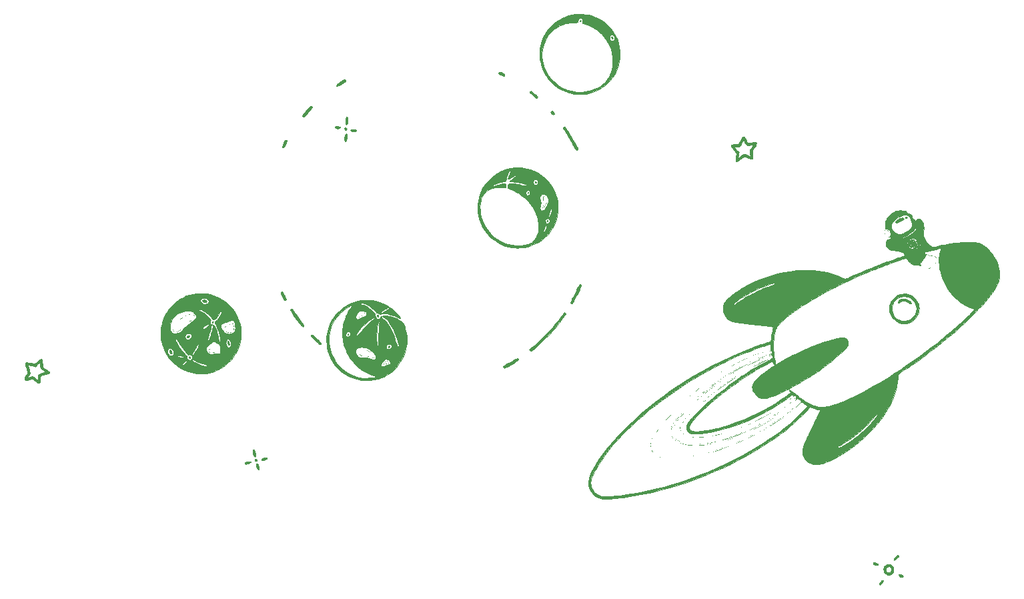
<source format=gbr>
%TF.GenerationSoftware,KiCad,Pcbnew,6.0.2-378541a8eb~116~ubuntu20.04.1*%
%TF.CreationDate,2022-03-20T18:30:43+01:00*%
%TF.ProjectId,Bottom_Plate,426f7474-6f6d-45f5-906c-6174652e6b69,v0.1*%
%TF.SameCoordinates,Original*%
%TF.FileFunction,Legend,Top*%
%TF.FilePolarity,Positive*%
%FSLAX46Y46*%
G04 Gerber Fmt 4.6, Leading zero omitted, Abs format (unit mm)*
G04 Created by KiCad (PCBNEW 6.0.2-378541a8eb~116~ubuntu20.04.1) date 2022-03-20 18:30:43*
%MOMM*%
%LPD*%
G01*
G04 APERTURE LIST*
%ADD10C,0.010000*%
%ADD11C,0.800000*%
%ADD12C,4.500000*%
G04 APERTURE END LIST*
D10*
%TO.C,Ref\u002A\u002A*%
X256681869Y-158089613D02*
X256878178Y-158125190D01*
X256878178Y-158125190D02*
X257046765Y-158189010D01*
X257046765Y-158189010D02*
X257185733Y-158278334D01*
X257185733Y-158278334D02*
X257293183Y-158390424D01*
X257293183Y-158390424D02*
X257367218Y-158522541D01*
X257367218Y-158522541D02*
X257405939Y-158671946D01*
X257405939Y-158671946D02*
X257407449Y-158835900D01*
X257407449Y-158835900D02*
X257369849Y-159011664D01*
X257369849Y-159011664D02*
X257353497Y-159058788D01*
X257353497Y-159058788D02*
X257303120Y-159158293D01*
X257303120Y-159158293D02*
X257219484Y-159279132D01*
X257219484Y-159279132D02*
X257104785Y-159419505D01*
X257104785Y-159419505D02*
X256961220Y-159577616D01*
X256961220Y-159577616D02*
X256790985Y-159751668D01*
X256790985Y-159751668D02*
X256596278Y-159939864D01*
X256596278Y-159939864D02*
X256379295Y-160140405D01*
X256379295Y-160140405D02*
X256142232Y-160351496D01*
X256142232Y-160351496D02*
X255887286Y-160571338D01*
X255887286Y-160571338D02*
X255616654Y-160798134D01*
X255616654Y-160798134D02*
X255332533Y-161030087D01*
X255332533Y-161030087D02*
X255037118Y-161265400D01*
X255037118Y-161265400D02*
X254732608Y-161502275D01*
X254732608Y-161502275D02*
X254421197Y-161738916D01*
X254421197Y-161738916D02*
X254105084Y-161973525D01*
X254105084Y-161973525D02*
X253786464Y-162204304D01*
X253786464Y-162204304D02*
X253467535Y-162429457D01*
X253467535Y-162429457D02*
X253150492Y-162647185D01*
X253150492Y-162647185D02*
X252837533Y-162855693D01*
X252837533Y-162855693D02*
X252530854Y-163053182D01*
X252530854Y-163053182D02*
X252283917Y-163206671D01*
X252283917Y-163206671D02*
X251860275Y-163462947D01*
X251860275Y-163462947D02*
X251463803Y-163697527D01*
X251463803Y-163697527D02*
X251087820Y-163914139D01*
X251087820Y-163914139D02*
X250725646Y-164116509D01*
X250725646Y-164116509D02*
X250370598Y-164308365D01*
X250370598Y-164308365D02*
X250015998Y-164493432D01*
X250015998Y-164493432D02*
X249655164Y-164675437D01*
X249655164Y-164675437D02*
X249616917Y-164694386D01*
X249616917Y-164694386D02*
X249176282Y-164909170D01*
X249176282Y-164909170D02*
X248770086Y-165100528D01*
X248770086Y-165100528D02*
X248397668Y-165268698D01*
X248397668Y-165268698D02*
X248058367Y-165413920D01*
X248058367Y-165413920D02*
X247751520Y-165536431D01*
X247751520Y-165536431D02*
X247476467Y-165636471D01*
X247476467Y-165636471D02*
X247232545Y-165714278D01*
X247232545Y-165714278D02*
X247019093Y-165770090D01*
X247019093Y-165770090D02*
X246835449Y-165804147D01*
X246835449Y-165804147D02*
X246680953Y-165816687D01*
X246680953Y-165816687D02*
X246554942Y-165807949D01*
X246554942Y-165807949D02*
X246538758Y-165804880D01*
X246538758Y-165804880D02*
X246344838Y-165751536D01*
X246344838Y-165751536D02*
X246151767Y-165674523D01*
X246151767Y-165674523D02*
X245974078Y-165580393D01*
X245974078Y-165580393D02*
X245848268Y-165493625D01*
X245848268Y-165493625D02*
X245662505Y-165326216D01*
X245662505Y-165326216D02*
X245508155Y-165144829D01*
X245508155Y-165144829D02*
X245386487Y-164953186D01*
X245386487Y-164953186D02*
X245298772Y-164755012D01*
X245298772Y-164755012D02*
X245246280Y-164554029D01*
X245246280Y-164554029D02*
X245230280Y-164353960D01*
X245230280Y-164353960D02*
X245252043Y-164158529D01*
X245252043Y-164158529D02*
X245312837Y-163971459D01*
X245312837Y-163971459D02*
X245322182Y-163951086D01*
X245322182Y-163951086D02*
X245418535Y-163781967D01*
X245418535Y-163781967D02*
X245552891Y-163599771D01*
X245552891Y-163599771D02*
X245723386Y-163405661D01*
X245723386Y-163405661D02*
X245928154Y-163200798D01*
X245928154Y-163200798D02*
X246165332Y-162986344D01*
X246165332Y-162986344D02*
X246433055Y-162763460D01*
X246433055Y-162763460D02*
X246729458Y-162533308D01*
X246729458Y-162533308D02*
X247052677Y-162297049D01*
X247052677Y-162297049D02*
X247400848Y-162055846D01*
X247400848Y-162055846D02*
X247772105Y-161810858D01*
X247772105Y-161810858D02*
X248164585Y-161563249D01*
X248164585Y-161563249D02*
X248576422Y-161314178D01*
X248576422Y-161314178D02*
X249005753Y-161064809D01*
X249005753Y-161064809D02*
X249450713Y-160816303D01*
X249450713Y-160816303D02*
X249909438Y-160569820D01*
X249909438Y-160569820D02*
X250380062Y-160326523D01*
X250380062Y-160326523D02*
X250860722Y-160087573D01*
X250860722Y-160087573D02*
X251349552Y-159854132D01*
X251349552Y-159854132D02*
X251844690Y-159627360D01*
X251844690Y-159627360D02*
X252344268Y-159408421D01*
X252344268Y-159408421D02*
X252846425Y-159198475D01*
X252846425Y-159198475D02*
X253141167Y-159080080D01*
X253141167Y-159080080D02*
X253484483Y-158947404D01*
X253484483Y-158947404D02*
X253827338Y-158820887D01*
X253827338Y-158820887D02*
X254166576Y-158701413D01*
X254166576Y-158701413D02*
X254499040Y-158589863D01*
X254499040Y-158589863D02*
X254821573Y-158487122D01*
X254821573Y-158487122D02*
X255131019Y-158394072D01*
X255131019Y-158394072D02*
X255424221Y-158311596D01*
X255424221Y-158311596D02*
X255698022Y-158240577D01*
X255698022Y-158240577D02*
X255949267Y-158181899D01*
X255949267Y-158181899D02*
X256174797Y-158136444D01*
X256174797Y-158136444D02*
X256371456Y-158105095D01*
X256371456Y-158105095D02*
X256536089Y-158088736D01*
X256536089Y-158088736D02*
X256665537Y-158088249D01*
X256665537Y-158088249D02*
X256681869Y-158089613D01*
X256681869Y-158089613D02*
X256681869Y-158089613D01*
G36*
X256681869Y-158089613D02*
G01*
X256878178Y-158125190D01*
X257046765Y-158189010D01*
X257185733Y-158278334D01*
X257293183Y-158390424D01*
X257367218Y-158522541D01*
X257405939Y-158671946D01*
X257407449Y-158835900D01*
X257369849Y-159011664D01*
X257353497Y-159058788D01*
X257303120Y-159158293D01*
X257219484Y-159279132D01*
X257104785Y-159419505D01*
X256961220Y-159577616D01*
X256790985Y-159751668D01*
X256596278Y-159939864D01*
X256379295Y-160140405D01*
X256142232Y-160351496D01*
X255887286Y-160571338D01*
X255616654Y-160798134D01*
X255332533Y-161030087D01*
X255037118Y-161265400D01*
X254732608Y-161502275D01*
X254421197Y-161738916D01*
X254105084Y-161973525D01*
X253786464Y-162204304D01*
X253467535Y-162429457D01*
X253150492Y-162647185D01*
X252837533Y-162855693D01*
X252530854Y-163053182D01*
X252283917Y-163206671D01*
X251860275Y-163462947D01*
X251463803Y-163697527D01*
X251087820Y-163914139D01*
X250725646Y-164116509D01*
X250370598Y-164308365D01*
X250015998Y-164493432D01*
X249655164Y-164675437D01*
X249616917Y-164694386D01*
X249176282Y-164909170D01*
X248770086Y-165100528D01*
X248397668Y-165268698D01*
X248058367Y-165413920D01*
X247751520Y-165536431D01*
X247476467Y-165636471D01*
X247232545Y-165714278D01*
X247019093Y-165770090D01*
X246835449Y-165804147D01*
X246680953Y-165816687D01*
X246554942Y-165807949D01*
X246538758Y-165804880D01*
X246344838Y-165751536D01*
X246151767Y-165674523D01*
X245974078Y-165580393D01*
X245848268Y-165493625D01*
X245662505Y-165326216D01*
X245508155Y-165144829D01*
X245386487Y-164953186D01*
X245298772Y-164755012D01*
X245246280Y-164554029D01*
X245230280Y-164353960D01*
X245252043Y-164158529D01*
X245312837Y-163971459D01*
X245322182Y-163951086D01*
X245418535Y-163781967D01*
X245552891Y-163599771D01*
X245723386Y-163405661D01*
X245928154Y-163200798D01*
X246165332Y-162986344D01*
X246433055Y-162763460D01*
X246729458Y-162533308D01*
X247052677Y-162297049D01*
X247400848Y-162055846D01*
X247772105Y-161810858D01*
X248164585Y-161563249D01*
X248576422Y-161314178D01*
X249005753Y-161064809D01*
X249450713Y-160816303D01*
X249909438Y-160569820D01*
X250380062Y-160326523D01*
X250860722Y-160087573D01*
X251349552Y-159854132D01*
X251844690Y-159627360D01*
X252344268Y-159408421D01*
X252846425Y-159198475D01*
X253141167Y-159080080D01*
X253484483Y-158947404D01*
X253827338Y-158820887D01*
X254166576Y-158701413D01*
X254499040Y-158589863D01*
X254821573Y-158487122D01*
X255131019Y-158394072D01*
X255424221Y-158311596D01*
X255698022Y-158240577D01*
X255949267Y-158181899D01*
X256174797Y-158136444D01*
X256371456Y-158105095D01*
X256536089Y-158088736D01*
X256665537Y-158088249D01*
X256681869Y-158089613D01*
G37*
X256681869Y-158089613D02*
X256878178Y-158125190D01*
X257046765Y-158189010D01*
X257185733Y-158278334D01*
X257293183Y-158390424D01*
X257367218Y-158522541D01*
X257405939Y-158671946D01*
X257407449Y-158835900D01*
X257369849Y-159011664D01*
X257353497Y-159058788D01*
X257303120Y-159158293D01*
X257219484Y-159279132D01*
X257104785Y-159419505D01*
X256961220Y-159577616D01*
X256790985Y-159751668D01*
X256596278Y-159939864D01*
X256379295Y-160140405D01*
X256142232Y-160351496D01*
X255887286Y-160571338D01*
X255616654Y-160798134D01*
X255332533Y-161030087D01*
X255037118Y-161265400D01*
X254732608Y-161502275D01*
X254421197Y-161738916D01*
X254105084Y-161973525D01*
X253786464Y-162204304D01*
X253467535Y-162429457D01*
X253150492Y-162647185D01*
X252837533Y-162855693D01*
X252530854Y-163053182D01*
X252283917Y-163206671D01*
X251860275Y-163462947D01*
X251463803Y-163697527D01*
X251087820Y-163914139D01*
X250725646Y-164116509D01*
X250370598Y-164308365D01*
X250015998Y-164493432D01*
X249655164Y-164675437D01*
X249616917Y-164694386D01*
X249176282Y-164909170D01*
X248770086Y-165100528D01*
X248397668Y-165268698D01*
X248058367Y-165413920D01*
X247751520Y-165536431D01*
X247476467Y-165636471D01*
X247232545Y-165714278D01*
X247019093Y-165770090D01*
X246835449Y-165804147D01*
X246680953Y-165816687D01*
X246554942Y-165807949D01*
X246538758Y-165804880D01*
X246344838Y-165751536D01*
X246151767Y-165674523D01*
X245974078Y-165580393D01*
X245848268Y-165493625D01*
X245662505Y-165326216D01*
X245508155Y-165144829D01*
X245386487Y-164953186D01*
X245298772Y-164755012D01*
X245246280Y-164554029D01*
X245230280Y-164353960D01*
X245252043Y-164158529D01*
X245312837Y-163971459D01*
X245322182Y-163951086D01*
X245418535Y-163781967D01*
X245552891Y-163599771D01*
X245723386Y-163405661D01*
X245928154Y-163200798D01*
X246165332Y-162986344D01*
X246433055Y-162763460D01*
X246729458Y-162533308D01*
X247052677Y-162297049D01*
X247400848Y-162055846D01*
X247772105Y-161810858D01*
X248164585Y-161563249D01*
X248576422Y-161314178D01*
X249005753Y-161064809D01*
X249450713Y-160816303D01*
X249909438Y-160569820D01*
X250380062Y-160326523D01*
X250860722Y-160087573D01*
X251349552Y-159854132D01*
X251844690Y-159627360D01*
X252344268Y-159408421D01*
X252846425Y-159198475D01*
X253141167Y-159080080D01*
X253484483Y-158947404D01*
X253827338Y-158820887D01*
X254166576Y-158701413D01*
X254499040Y-158589863D01*
X254821573Y-158487122D01*
X255131019Y-158394072D01*
X255424221Y-158311596D01*
X255698022Y-158240577D01*
X255949267Y-158181899D01*
X256174797Y-158136444D01*
X256371456Y-158105095D01*
X256536089Y-158088736D01*
X256665537Y-158088249D01*
X256681869Y-158089613D01*
X186761414Y-154464682D02*
X186793992Y-154471088D01*
X186793992Y-154471088D02*
X186826948Y-154487181D01*
X186826948Y-154487181D02*
X186863727Y-154516872D01*
X186863727Y-154516872D02*
X186907778Y-154564069D01*
X186907778Y-154564069D02*
X186962548Y-154632683D01*
X186962548Y-154632683D02*
X187031485Y-154726622D01*
X187031485Y-154726622D02*
X187118037Y-154849796D01*
X187118037Y-154849796D02*
X187179237Y-154938458D01*
X187179237Y-154938458D02*
X187333291Y-155159250D01*
X187333291Y-155159250D02*
X187499645Y-155391822D01*
X187499645Y-155391822D02*
X187669653Y-155624354D01*
X187669653Y-155624354D02*
X187834672Y-155845026D01*
X187834672Y-155845026D02*
X187986058Y-156042021D01*
X187986058Y-156042021D02*
X187990167Y-156047273D01*
X187990167Y-156047273D02*
X188096642Y-156184024D01*
X188096642Y-156184024D02*
X188179158Y-156291936D01*
X188179158Y-156291936D02*
X188240471Y-156375007D01*
X188240471Y-156375007D02*
X188283339Y-156437238D01*
X188283339Y-156437238D02*
X188310517Y-156482628D01*
X188310517Y-156482628D02*
X188324763Y-156515176D01*
X188324763Y-156515176D02*
X188328834Y-156538606D01*
X188328834Y-156538606D02*
X188313635Y-156580502D01*
X188313635Y-156580502D02*
X188276461Y-156630695D01*
X188276461Y-156630695D02*
X188229941Y-156675640D01*
X188229941Y-156675640D02*
X188186705Y-156701793D01*
X188186705Y-156701793D02*
X188174608Y-156704000D01*
X188174608Y-156704000D02*
X188145257Y-156689405D01*
X188145257Y-156689405D02*
X188098808Y-156651328D01*
X188098808Y-156651328D02*
X188050555Y-156603458D01*
X188050555Y-156603458D02*
X187996550Y-156541876D01*
X187996550Y-156541876D02*
X187921903Y-156451632D01*
X187921903Y-156451632D02*
X187830906Y-156338277D01*
X187830906Y-156338277D02*
X187727850Y-156207361D01*
X187727850Y-156207361D02*
X187617027Y-156064433D01*
X187617027Y-156064433D02*
X187502728Y-155915045D01*
X187502728Y-155915045D02*
X187389245Y-155764745D01*
X187389245Y-155764745D02*
X187280870Y-155619084D01*
X187280870Y-155619084D02*
X187181894Y-155483613D01*
X187181894Y-155483613D02*
X187145714Y-155433264D01*
X187145714Y-155433264D02*
X187026203Y-155262714D01*
X187026203Y-155262714D02*
X186916954Y-155100356D01*
X186916954Y-155100356D02*
X186820839Y-154950841D01*
X186820839Y-154950841D02*
X186740732Y-154818820D01*
X186740732Y-154818820D02*
X186679506Y-154708944D01*
X186679506Y-154708944D02*
X186640034Y-154625865D01*
X186640034Y-154625865D02*
X186630303Y-154599009D01*
X186630303Y-154599009D02*
X186616755Y-154544816D01*
X186616755Y-154544816D02*
X186621422Y-154513570D01*
X186621422Y-154513570D02*
X186646793Y-154488916D01*
X186646793Y-154488916D02*
X186647077Y-154488708D01*
X186647077Y-154488708D02*
X186696564Y-154469414D01*
X186696564Y-154469414D02*
X186759165Y-154464506D01*
X186759165Y-154464506D02*
X186761414Y-154464682D01*
X186761414Y-154464682D02*
X186761414Y-154464682D01*
G36*
X186761414Y-154464682D02*
G01*
X186793992Y-154471088D01*
X186826948Y-154487181D01*
X186863727Y-154516872D01*
X186907778Y-154564069D01*
X186962548Y-154632683D01*
X187031485Y-154726622D01*
X187118037Y-154849796D01*
X187179237Y-154938458D01*
X187333291Y-155159250D01*
X187499645Y-155391822D01*
X187669653Y-155624354D01*
X187834672Y-155845026D01*
X187986058Y-156042021D01*
X187990167Y-156047273D01*
X188096642Y-156184024D01*
X188179158Y-156291936D01*
X188240471Y-156375007D01*
X188283339Y-156437238D01*
X188310517Y-156482628D01*
X188324763Y-156515176D01*
X188328834Y-156538606D01*
X188313635Y-156580502D01*
X188276461Y-156630695D01*
X188229941Y-156675640D01*
X188186705Y-156701793D01*
X188174608Y-156704000D01*
X188145257Y-156689405D01*
X188098808Y-156651328D01*
X188050555Y-156603458D01*
X187996550Y-156541876D01*
X187921903Y-156451632D01*
X187830906Y-156338277D01*
X187727850Y-156207361D01*
X187617027Y-156064433D01*
X187502728Y-155915045D01*
X187389245Y-155764745D01*
X187280870Y-155619084D01*
X187181894Y-155483613D01*
X187145714Y-155433264D01*
X187026203Y-155262714D01*
X186916954Y-155100356D01*
X186820839Y-154950841D01*
X186740732Y-154818820D01*
X186679506Y-154708944D01*
X186640034Y-154625865D01*
X186630303Y-154599009D01*
X186616755Y-154544816D01*
X186621422Y-154513570D01*
X186646793Y-154488916D01*
X186647077Y-154488708D01*
X186696564Y-154469414D01*
X186759165Y-154464506D01*
X186761414Y-154464682D01*
G37*
X186761414Y-154464682D02*
X186793992Y-154471088D01*
X186826948Y-154487181D01*
X186863727Y-154516872D01*
X186907778Y-154564069D01*
X186962548Y-154632683D01*
X187031485Y-154726622D01*
X187118037Y-154849796D01*
X187179237Y-154938458D01*
X187333291Y-155159250D01*
X187499645Y-155391822D01*
X187669653Y-155624354D01*
X187834672Y-155845026D01*
X187986058Y-156042021D01*
X187990167Y-156047273D01*
X188096642Y-156184024D01*
X188179158Y-156291936D01*
X188240471Y-156375007D01*
X188283339Y-156437238D01*
X188310517Y-156482628D01*
X188324763Y-156515176D01*
X188328834Y-156538606D01*
X188313635Y-156580502D01*
X188276461Y-156630695D01*
X188229941Y-156675640D01*
X188186705Y-156701793D01*
X188174608Y-156704000D01*
X188145257Y-156689405D01*
X188098808Y-156651328D01*
X188050555Y-156603458D01*
X187996550Y-156541876D01*
X187921903Y-156451632D01*
X187830906Y-156338277D01*
X187727850Y-156207361D01*
X187617027Y-156064433D01*
X187502728Y-155915045D01*
X187389245Y-155764745D01*
X187280870Y-155619084D01*
X187181894Y-155483613D01*
X187145714Y-155433264D01*
X187026203Y-155262714D01*
X186916954Y-155100356D01*
X186820839Y-154950841D01*
X186740732Y-154818820D01*
X186679506Y-154708944D01*
X186640034Y-154625865D01*
X186630303Y-154599009D01*
X186616755Y-154544816D01*
X186621422Y-154513570D01*
X186646793Y-154488916D01*
X186647077Y-154488708D01*
X186696564Y-154469414D01*
X186759165Y-154464506D01*
X186761414Y-154464682D01*
X244162214Y-132580130D02*
X244196810Y-132601424D01*
X244196810Y-132601424D02*
X244235077Y-132642231D01*
X244235077Y-132642231D02*
X244280309Y-132706903D01*
X244280309Y-132706903D02*
X244335798Y-132799790D01*
X244335798Y-132799790D02*
X244404838Y-132925243D01*
X244404838Y-132925243D02*
X244431084Y-132974393D01*
X244431084Y-132974393D02*
X244486731Y-133074702D01*
X244486731Y-133074702D02*
X244543481Y-133169427D01*
X244543481Y-133169427D02*
X244594563Y-133247691D01*
X244594563Y-133247691D02*
X244632167Y-133297446D01*
X244632167Y-133297446D02*
X244679580Y-133344381D01*
X244679580Y-133344381D02*
X244729301Y-133375351D01*
X244729301Y-133375351D02*
X244788383Y-133390883D01*
X244788383Y-133390883D02*
X244863879Y-133391504D01*
X244863879Y-133391504D02*
X244962843Y-133377740D01*
X244962843Y-133377740D02*
X245092329Y-133350117D01*
X245092329Y-133350117D02*
X245150750Y-133336158D01*
X245150750Y-133336158D02*
X245267413Y-133310026D01*
X245267413Y-133310026D02*
X245383064Y-133288040D01*
X245383064Y-133288040D02*
X245484529Y-133272472D01*
X245484529Y-133272472D02*
X245558636Y-133265595D01*
X245558636Y-133265595D02*
X245560071Y-133265553D01*
X245560071Y-133265553D02*
X245636147Y-133265393D01*
X245636147Y-133265393D02*
X245683279Y-133272496D01*
X245683279Y-133272496D02*
X245714698Y-133290516D01*
X245714698Y-133290516D02*
X245736642Y-133314289D01*
X245736642Y-133314289D02*
X245764060Y-133374299D01*
X245764060Y-133374299D02*
X245764185Y-133454673D01*
X245764185Y-133454673D02*
X245736360Y-133557229D01*
X245736360Y-133557229D02*
X245679928Y-133683783D01*
X245679928Y-133683783D02*
X245594233Y-133836153D01*
X245594233Y-133836153D02*
X245487608Y-134002750D01*
X245487608Y-134002750D02*
X245403521Y-134130838D01*
X245403521Y-134130838D02*
X245341373Y-134233136D01*
X245341373Y-134233136D02*
X245297922Y-134317882D01*
X245297922Y-134317882D02*
X245269927Y-134393317D01*
X245269927Y-134393317D02*
X245254148Y-134467680D01*
X245254148Y-134467680D02*
X245247343Y-134549213D01*
X245247343Y-134549213D02*
X245246181Y-134616583D01*
X245246181Y-134616583D02*
X245249345Y-134721374D01*
X245249345Y-134721374D02*
X245258045Y-134848482D01*
X245258045Y-134848482D02*
X245270776Y-134978480D01*
X245270776Y-134978480D02*
X245279822Y-135050500D01*
X245279822Y-135050500D02*
X245294882Y-135170762D01*
X245294882Y-135170762D02*
X245301345Y-135256867D01*
X245301345Y-135256867D02*
X245299476Y-135316052D01*
X245299476Y-135316052D02*
X245290955Y-135352125D01*
X245290955Y-135352125D02*
X245267117Y-135388607D01*
X245267117Y-135388607D02*
X245227677Y-135408767D01*
X245227677Y-135408767D02*
X245168625Y-135412092D01*
X245168625Y-135412092D02*
X245085948Y-135398067D01*
X245085948Y-135398067D02*
X244975637Y-135366177D01*
X244975637Y-135366177D02*
X244833681Y-135315908D01*
X244833681Y-135315908D02*
X244745735Y-135282221D01*
X244745735Y-135282221D02*
X244611930Y-135231171D01*
X244611930Y-135231171D02*
X244509065Y-135195049D01*
X244509065Y-135195049D02*
X244429377Y-135171632D01*
X244429377Y-135171632D02*
X244365100Y-135158700D01*
X244365100Y-135158700D02*
X244308472Y-135154030D01*
X244308472Y-135154030D02*
X244297240Y-135153892D01*
X244297240Y-135153892D02*
X244196488Y-135161058D01*
X244196488Y-135161058D02*
X244098048Y-135184912D01*
X244098048Y-135184912D02*
X243996562Y-135228429D01*
X243996562Y-135228429D02*
X243886673Y-135294581D01*
X243886673Y-135294581D02*
X243763024Y-135386340D01*
X243763024Y-135386340D02*
X243620256Y-135506679D01*
X243620256Y-135506679D02*
X243552667Y-135567035D01*
X243552667Y-135567035D02*
X243449222Y-135656575D01*
X243449222Y-135656575D02*
X243368228Y-135715865D01*
X243368228Y-135715865D02*
X243304575Y-135746787D01*
X243304575Y-135746787D02*
X243253154Y-135751226D01*
X243253154Y-135751226D02*
X243208856Y-135731064D01*
X243208856Y-135731064D02*
X243180239Y-135704312D01*
X243180239Y-135704312D02*
X243161948Y-135678615D01*
X243161948Y-135678615D02*
X243150407Y-135644430D01*
X243150407Y-135644430D02*
X243144378Y-135592713D01*
X243144378Y-135592713D02*
X243142626Y-135514423D01*
X243142626Y-135514423D02*
X243143351Y-135434437D01*
X243143351Y-135434437D02*
X243148381Y-135316898D01*
X243148381Y-135316898D02*
X243158942Y-135192458D01*
X243158942Y-135192458D02*
X243173156Y-135081133D01*
X243173156Y-135081133D02*
X243180389Y-135039916D01*
X243180389Y-135039916D02*
X243203818Y-134902425D01*
X243203818Y-134902425D02*
X243212254Y-134796284D01*
X243212254Y-134796284D02*
X243205736Y-134713268D01*
X243205736Y-134713268D02*
X243184304Y-134645154D01*
X243184304Y-134645154D02*
X243182316Y-134640879D01*
X243182316Y-134640879D02*
X243158888Y-134603505D01*
X243158888Y-134603505D02*
X243113092Y-134540327D01*
X243113092Y-134540327D02*
X243049908Y-134457857D01*
X243049908Y-134457857D02*
X242974318Y-134362603D01*
X242974318Y-134362603D02*
X242896434Y-134267263D01*
X242896434Y-134267263D02*
X242812406Y-134163850D01*
X242812406Y-134163850D02*
X242735041Y-134064962D01*
X242735041Y-134064962D02*
X242669671Y-133977697D01*
X242669671Y-133977697D02*
X242621627Y-133909156D01*
X242621627Y-133909156D02*
X242607397Y-133885567D01*
X242607397Y-133885567D02*
X243002999Y-133885567D01*
X243002999Y-133885567D02*
X243023586Y-133942095D01*
X243023586Y-133942095D02*
X243064891Y-134016024D01*
X243064891Y-134016024D02*
X243122400Y-134100996D01*
X243122400Y-134100996D02*
X243191597Y-134190652D01*
X243191597Y-134190652D02*
X243267967Y-134278633D01*
X243267967Y-134278633D02*
X243346995Y-134358582D01*
X243346995Y-134358582D02*
X243399706Y-134404916D01*
X243399706Y-134404916D02*
X243463184Y-134460930D01*
X243463184Y-134460930D02*
X243513229Y-134512696D01*
X243513229Y-134512696D02*
X243540543Y-134550432D01*
X243540543Y-134550432D02*
X243542343Y-134555030D01*
X243542343Y-134555030D02*
X243542851Y-134590600D01*
X243542851Y-134590600D02*
X243535433Y-134659066D01*
X243535433Y-134659066D02*
X243521297Y-134751986D01*
X243521297Y-134751986D02*
X243501651Y-134860920D01*
X243501651Y-134860920D02*
X243490622Y-134916396D01*
X243490622Y-134916396D02*
X243462642Y-135055098D01*
X243462642Y-135055098D02*
X243443196Y-135157499D01*
X243443196Y-135157499D02*
X243431606Y-135228618D01*
X243431606Y-135228618D02*
X243427193Y-135273473D01*
X243427193Y-135273473D02*
X243429277Y-135297080D01*
X243429277Y-135297080D02*
X243437179Y-135304460D01*
X243437179Y-135304460D02*
X243438100Y-135304500D01*
X243438100Y-135304500D02*
X243457832Y-135291865D01*
X243457832Y-135291865D02*
X243504872Y-135256814D01*
X243504872Y-135256814D02*
X243573674Y-135203627D01*
X243573674Y-135203627D02*
X243658691Y-135136583D01*
X243658691Y-135136583D02*
X243739725Y-135071766D01*
X243739725Y-135071766D02*
X243839388Y-134992883D01*
X243839388Y-134992883D02*
X243932858Y-134921325D01*
X243932858Y-134921325D02*
X244013077Y-134862313D01*
X244013077Y-134862313D02*
X244072988Y-134821069D01*
X244072988Y-134821069D02*
X244100407Y-134804909D01*
X244100407Y-134804909D02*
X244144340Y-134788156D01*
X244144340Y-134788156D02*
X244191109Y-134781362D01*
X244191109Y-134781362D02*
X244246772Y-134785955D01*
X244246772Y-134785955D02*
X244317388Y-134803361D01*
X244317388Y-134803361D02*
X244409018Y-134835009D01*
X244409018Y-134835009D02*
X244527721Y-134882325D01*
X244527721Y-134882325D02*
X244651690Y-134934753D01*
X244651690Y-134934753D02*
X244759632Y-134980430D01*
X244759632Y-134980430D02*
X244853300Y-135018840D01*
X244853300Y-135018840D02*
X244926131Y-135047391D01*
X244926131Y-135047391D02*
X244971565Y-135063492D01*
X244971565Y-135063492D02*
X244983677Y-135065878D01*
X244983677Y-135065878D02*
X244985108Y-135042810D01*
X244985108Y-135042810D02*
X244982591Y-134987020D01*
X244982591Y-134987020D02*
X244976664Y-134907883D01*
X244976664Y-134907883D02*
X244971187Y-134847845D01*
X244971187Y-134847845D02*
X244961727Y-134731699D01*
X244961727Y-134731699D02*
X244954447Y-134606659D01*
X244954447Y-134606659D02*
X244950549Y-134494671D01*
X244950549Y-134494671D02*
X244950213Y-134465091D01*
X244950213Y-134465091D02*
X244949667Y-134292432D01*
X244949667Y-134292432D02*
X245150750Y-133993263D01*
X245150750Y-133993263D02*
X245217350Y-133891826D01*
X245217350Y-133891826D02*
X245274633Y-133800091D01*
X245274633Y-133800091D02*
X245318644Y-133724758D01*
X245318644Y-133724758D02*
X245345429Y-133672526D01*
X245345429Y-133672526D02*
X245351834Y-133652630D01*
X245351834Y-133652630D02*
X245345291Y-133629730D01*
X245345291Y-133629730D02*
X245322278Y-133616280D01*
X245322278Y-133616280D02*
X245277716Y-133612299D01*
X245277716Y-133612299D02*
X245206524Y-133617801D01*
X245206524Y-133617801D02*
X245103625Y-133632804D01*
X245103625Y-133632804D02*
X244983123Y-133653821D01*
X244983123Y-133653821D02*
X244834180Y-133678907D01*
X244834180Y-133678907D02*
X244718921Y-133691271D01*
X244718921Y-133691271D02*
X244629926Y-133688325D01*
X244629926Y-133688325D02*
X244559775Y-133667480D01*
X244559775Y-133667480D02*
X244501049Y-133626146D01*
X244501049Y-133626146D02*
X244446328Y-133561735D01*
X244446328Y-133561735D02*
X244388192Y-133471659D01*
X244388192Y-133471659D02*
X244369188Y-133439603D01*
X244369188Y-133439603D02*
X244289571Y-133304755D01*
X244289571Y-133304755D02*
X244228399Y-133203334D01*
X244228399Y-133203334D02*
X244183418Y-133131837D01*
X244183418Y-133131837D02*
X244152376Y-133086762D01*
X244152376Y-133086762D02*
X244133022Y-133064604D01*
X244133022Y-133064604D02*
X244125650Y-133060833D01*
X244125650Y-133060833D02*
X244098763Y-133074720D01*
X244098763Y-133074720D02*
X244061392Y-133117931D01*
X244061392Y-133117931D02*
X244012019Y-133192790D01*
X244012019Y-133192790D02*
X243949126Y-133301623D01*
X243949126Y-133301623D02*
X243871197Y-133446753D01*
X243871197Y-133446753D02*
X243861252Y-133465779D01*
X243861252Y-133465779D02*
X243803331Y-133574340D01*
X243803331Y-133574340D02*
X243748137Y-133673238D01*
X243748137Y-133673238D02*
X243700200Y-133754687D01*
X243700200Y-133754687D02*
X243664047Y-133810901D01*
X243664047Y-133810901D02*
X243649680Y-133829514D01*
X243649680Y-133829514D02*
X243600449Y-133869073D01*
X243600449Y-133869073D02*
X243537169Y-133892198D01*
X243537169Y-133892198D02*
X243452889Y-133899692D01*
X243452889Y-133899692D02*
X243340656Y-133892355D01*
X243340656Y-133892355D02*
X243233296Y-133877497D01*
X243233296Y-133877497D02*
X243142745Y-133864156D01*
X243142745Y-133864156D02*
X243068900Y-133855165D01*
X243068900Y-133855165D02*
X243020960Y-133851530D01*
X243020960Y-133851530D02*
X243007646Y-133852798D01*
X243007646Y-133852798D02*
X243002999Y-133885567D01*
X243002999Y-133885567D02*
X242607397Y-133885567D01*
X242607397Y-133885567D02*
X242597596Y-133869320D01*
X242597596Y-133869320D02*
X242571334Y-133809793D01*
X242571334Y-133809793D02*
X242564424Y-133766956D01*
X242564424Y-133766956D02*
X242575097Y-133720812D01*
X242575097Y-133720812D02*
X242582645Y-133700217D01*
X242582645Y-133700217D02*
X242602999Y-133655495D01*
X242602999Y-133655495D02*
X242629292Y-133622230D01*
X242629292Y-133622230D02*
X242667607Y-133598747D01*
X242667607Y-133598747D02*
X242724031Y-133583371D01*
X242724031Y-133583371D02*
X242804649Y-133574429D01*
X242804649Y-133574429D02*
X242915547Y-133570244D01*
X242915547Y-133570244D02*
X243058918Y-133569145D01*
X243058918Y-133569145D02*
X243171763Y-133569426D01*
X243171763Y-133569426D02*
X243263413Y-133568107D01*
X243263413Y-133568107D02*
X243338196Y-133561608D01*
X243338196Y-133561608D02*
X243400442Y-133546347D01*
X243400442Y-133546347D02*
X243454477Y-133518740D01*
X243454477Y-133518740D02*
X243504633Y-133475207D01*
X243504633Y-133475207D02*
X243555236Y-133412165D01*
X243555236Y-133412165D02*
X243610617Y-133326033D01*
X243610617Y-133326033D02*
X243675104Y-133213228D01*
X243675104Y-133213228D02*
X243753026Y-133070170D01*
X243753026Y-133070170D02*
X243826698Y-132933833D01*
X243826698Y-132933833D02*
X243900292Y-132802286D01*
X243900292Y-132802286D02*
X243960670Y-132705219D01*
X243960670Y-132705219D02*
X244011474Y-132638282D01*
X244011474Y-132638282D02*
X244056346Y-132597125D01*
X244056346Y-132597125D02*
X244098931Y-132577396D01*
X244098931Y-132577396D02*
X244127994Y-132574000D01*
X244127994Y-132574000D02*
X244162214Y-132580130D01*
X244162214Y-132580130D02*
X244162214Y-132580130D01*
G36*
X242571334Y-133809793D02*
G01*
X242564424Y-133766956D01*
X242575097Y-133720812D01*
X242582645Y-133700217D01*
X242602999Y-133655495D01*
X242629292Y-133622230D01*
X242667607Y-133598747D01*
X242724031Y-133583371D01*
X242804649Y-133574429D01*
X242915547Y-133570244D01*
X243058918Y-133569145D01*
X243171763Y-133569426D01*
X243263413Y-133568107D01*
X243338196Y-133561608D01*
X243400442Y-133546347D01*
X243454477Y-133518740D01*
X243504633Y-133475207D01*
X243555236Y-133412165D01*
X243610617Y-133326033D01*
X243675104Y-133213228D01*
X243753026Y-133070170D01*
X243826698Y-132933833D01*
X243900292Y-132802286D01*
X243960670Y-132705219D01*
X244011474Y-132638282D01*
X244056346Y-132597125D01*
X244098931Y-132577396D01*
X244127994Y-132574000D01*
X244162214Y-132580130D01*
X244196810Y-132601424D01*
X244235077Y-132642231D01*
X244280309Y-132706903D01*
X244335798Y-132799790D01*
X244404838Y-132925243D01*
X244431084Y-132974393D01*
X244486731Y-133074702D01*
X244543481Y-133169427D01*
X244594563Y-133247691D01*
X244632167Y-133297446D01*
X244679580Y-133344381D01*
X244729301Y-133375351D01*
X244788383Y-133390883D01*
X244863879Y-133391504D01*
X244962843Y-133377740D01*
X245092329Y-133350117D01*
X245150750Y-133336158D01*
X245267413Y-133310026D01*
X245383064Y-133288040D01*
X245484529Y-133272472D01*
X245558636Y-133265595D01*
X245560071Y-133265553D01*
X245636147Y-133265393D01*
X245683279Y-133272496D01*
X245714698Y-133290516D01*
X245736642Y-133314289D01*
X245764060Y-133374299D01*
X245764185Y-133454673D01*
X245736360Y-133557229D01*
X245679928Y-133683783D01*
X245594233Y-133836153D01*
X245487608Y-134002750D01*
X245403521Y-134130838D01*
X245341373Y-134233136D01*
X245297922Y-134317882D01*
X245269927Y-134393317D01*
X245254148Y-134467680D01*
X245247343Y-134549213D01*
X245246181Y-134616583D01*
X245249345Y-134721374D01*
X245258045Y-134848482D01*
X245270776Y-134978480D01*
X245279822Y-135050500D01*
X245294882Y-135170762D01*
X245301345Y-135256867D01*
X245299476Y-135316052D01*
X245290955Y-135352125D01*
X245267117Y-135388607D01*
X245227677Y-135408767D01*
X245168625Y-135412092D01*
X245085948Y-135398067D01*
X244975637Y-135366177D01*
X244833681Y-135315908D01*
X244745735Y-135282221D01*
X244611930Y-135231171D01*
X244509065Y-135195049D01*
X244429377Y-135171632D01*
X244365100Y-135158700D01*
X244308472Y-135154030D01*
X244297240Y-135153892D01*
X244196488Y-135161058D01*
X244098048Y-135184912D01*
X243996562Y-135228429D01*
X243886673Y-135294581D01*
X243763024Y-135386340D01*
X243620256Y-135506679D01*
X243552667Y-135567035D01*
X243449222Y-135656575D01*
X243368228Y-135715865D01*
X243304575Y-135746787D01*
X243253154Y-135751226D01*
X243208856Y-135731064D01*
X243180239Y-135704312D01*
X243161948Y-135678615D01*
X243150407Y-135644430D01*
X243144378Y-135592713D01*
X243142626Y-135514423D01*
X243143351Y-135434437D01*
X243148381Y-135316898D01*
X243158942Y-135192458D01*
X243173156Y-135081133D01*
X243180389Y-135039916D01*
X243203818Y-134902425D01*
X243212254Y-134796284D01*
X243205736Y-134713268D01*
X243184304Y-134645154D01*
X243182316Y-134640879D01*
X243158888Y-134603505D01*
X243113092Y-134540327D01*
X243049908Y-134457857D01*
X242974318Y-134362603D01*
X242896434Y-134267263D01*
X242812406Y-134163850D01*
X242735041Y-134064962D01*
X242669671Y-133977697D01*
X242621627Y-133909156D01*
X242607397Y-133885567D01*
X243002999Y-133885567D01*
X243023586Y-133942095D01*
X243064891Y-134016024D01*
X243122400Y-134100996D01*
X243191597Y-134190652D01*
X243267967Y-134278633D01*
X243346995Y-134358582D01*
X243399706Y-134404916D01*
X243463184Y-134460930D01*
X243513229Y-134512696D01*
X243540543Y-134550432D01*
X243542343Y-134555030D01*
X243542851Y-134590600D01*
X243535433Y-134659066D01*
X243521297Y-134751986D01*
X243501651Y-134860920D01*
X243490622Y-134916396D01*
X243462642Y-135055098D01*
X243443196Y-135157499D01*
X243431606Y-135228618D01*
X243427193Y-135273473D01*
X243429277Y-135297080D01*
X243437179Y-135304460D01*
X243438100Y-135304500D01*
X243457832Y-135291865D01*
X243504872Y-135256814D01*
X243573674Y-135203627D01*
X243658691Y-135136583D01*
X243739725Y-135071766D01*
X243839388Y-134992883D01*
X243932858Y-134921325D01*
X244013077Y-134862313D01*
X244072988Y-134821069D01*
X244100407Y-134804909D01*
X244144340Y-134788156D01*
X244191109Y-134781362D01*
X244246772Y-134785955D01*
X244317388Y-134803361D01*
X244409018Y-134835009D01*
X244527721Y-134882325D01*
X244651690Y-134934753D01*
X244759632Y-134980430D01*
X244853300Y-135018840D01*
X244926131Y-135047391D01*
X244971565Y-135063492D01*
X244983677Y-135065878D01*
X244985108Y-135042810D01*
X244982591Y-134987020D01*
X244976664Y-134907883D01*
X244971187Y-134847845D01*
X244961727Y-134731699D01*
X244954447Y-134606659D01*
X244950549Y-134494671D01*
X244950213Y-134465091D01*
X244949667Y-134292432D01*
X245150750Y-133993263D01*
X245217350Y-133891826D01*
X245274633Y-133800091D01*
X245318644Y-133724758D01*
X245345429Y-133672526D01*
X245351834Y-133652630D01*
X245345291Y-133629730D01*
X245322278Y-133616280D01*
X245277716Y-133612299D01*
X245206524Y-133617801D01*
X245103625Y-133632804D01*
X244983123Y-133653821D01*
X244834180Y-133678907D01*
X244718921Y-133691271D01*
X244629926Y-133688325D01*
X244559775Y-133667480D01*
X244501049Y-133626146D01*
X244446328Y-133561735D01*
X244388192Y-133471659D01*
X244369188Y-133439603D01*
X244289571Y-133304755D01*
X244228399Y-133203334D01*
X244183418Y-133131837D01*
X244152376Y-133086762D01*
X244133022Y-133064604D01*
X244125650Y-133060833D01*
X244098763Y-133074720D01*
X244061392Y-133117931D01*
X244012019Y-133192790D01*
X243949126Y-133301623D01*
X243871197Y-133446753D01*
X243861252Y-133465779D01*
X243803331Y-133574340D01*
X243748137Y-133673238D01*
X243700200Y-133754687D01*
X243664047Y-133810901D01*
X243649680Y-133829514D01*
X243600449Y-133869073D01*
X243537169Y-133892198D01*
X243452889Y-133899692D01*
X243340656Y-133892355D01*
X243233296Y-133877497D01*
X243142745Y-133864156D01*
X243068900Y-133855165D01*
X243020960Y-133851530D01*
X243007646Y-133852798D01*
X243002999Y-133885567D01*
X242607397Y-133885567D01*
X242597596Y-133869320D01*
X242571334Y-133809793D01*
G37*
X242571334Y-133809793D02*
X242564424Y-133766956D01*
X242575097Y-133720812D01*
X242582645Y-133700217D01*
X242602999Y-133655495D01*
X242629292Y-133622230D01*
X242667607Y-133598747D01*
X242724031Y-133583371D01*
X242804649Y-133574429D01*
X242915547Y-133570244D01*
X243058918Y-133569145D01*
X243171763Y-133569426D01*
X243263413Y-133568107D01*
X243338196Y-133561608D01*
X243400442Y-133546347D01*
X243454477Y-133518740D01*
X243504633Y-133475207D01*
X243555236Y-133412165D01*
X243610617Y-133326033D01*
X243675104Y-133213228D01*
X243753026Y-133070170D01*
X243826698Y-132933833D01*
X243900292Y-132802286D01*
X243960670Y-132705219D01*
X244011474Y-132638282D01*
X244056346Y-132597125D01*
X244098931Y-132577396D01*
X244127994Y-132574000D01*
X244162214Y-132580130D01*
X244196810Y-132601424D01*
X244235077Y-132642231D01*
X244280309Y-132706903D01*
X244335798Y-132799790D01*
X244404838Y-132925243D01*
X244431084Y-132974393D01*
X244486731Y-133074702D01*
X244543481Y-133169427D01*
X244594563Y-133247691D01*
X244632167Y-133297446D01*
X244679580Y-133344381D01*
X244729301Y-133375351D01*
X244788383Y-133390883D01*
X244863879Y-133391504D01*
X244962843Y-133377740D01*
X245092329Y-133350117D01*
X245150750Y-133336158D01*
X245267413Y-133310026D01*
X245383064Y-133288040D01*
X245484529Y-133272472D01*
X245558636Y-133265595D01*
X245560071Y-133265553D01*
X245636147Y-133265393D01*
X245683279Y-133272496D01*
X245714698Y-133290516D01*
X245736642Y-133314289D01*
X245764060Y-133374299D01*
X245764185Y-133454673D01*
X245736360Y-133557229D01*
X245679928Y-133683783D01*
X245594233Y-133836153D01*
X245487608Y-134002750D01*
X245403521Y-134130838D01*
X245341373Y-134233136D01*
X245297922Y-134317882D01*
X245269927Y-134393317D01*
X245254148Y-134467680D01*
X245247343Y-134549213D01*
X245246181Y-134616583D01*
X245249345Y-134721374D01*
X245258045Y-134848482D01*
X245270776Y-134978480D01*
X245279822Y-135050500D01*
X245294882Y-135170762D01*
X245301345Y-135256867D01*
X245299476Y-135316052D01*
X245290955Y-135352125D01*
X245267117Y-135388607D01*
X245227677Y-135408767D01*
X245168625Y-135412092D01*
X245085948Y-135398067D01*
X244975637Y-135366177D01*
X244833681Y-135315908D01*
X244745735Y-135282221D01*
X244611930Y-135231171D01*
X244509065Y-135195049D01*
X244429377Y-135171632D01*
X244365100Y-135158700D01*
X244308472Y-135154030D01*
X244297240Y-135153892D01*
X244196488Y-135161058D01*
X244098048Y-135184912D01*
X243996562Y-135228429D01*
X243886673Y-135294581D01*
X243763024Y-135386340D01*
X243620256Y-135506679D01*
X243552667Y-135567035D01*
X243449222Y-135656575D01*
X243368228Y-135715865D01*
X243304575Y-135746787D01*
X243253154Y-135751226D01*
X243208856Y-135731064D01*
X243180239Y-135704312D01*
X243161948Y-135678615D01*
X243150407Y-135644430D01*
X243144378Y-135592713D01*
X243142626Y-135514423D01*
X243143351Y-135434437D01*
X243148381Y-135316898D01*
X243158942Y-135192458D01*
X243173156Y-135081133D01*
X243180389Y-135039916D01*
X243203818Y-134902425D01*
X243212254Y-134796284D01*
X243205736Y-134713268D01*
X243184304Y-134645154D01*
X243182316Y-134640879D01*
X243158888Y-134603505D01*
X243113092Y-134540327D01*
X243049908Y-134457857D01*
X242974318Y-134362603D01*
X242896434Y-134267263D01*
X242812406Y-134163850D01*
X242735041Y-134064962D01*
X242669671Y-133977697D01*
X242621627Y-133909156D01*
X242607397Y-133885567D01*
X243002999Y-133885567D01*
X243023586Y-133942095D01*
X243064891Y-134016024D01*
X243122400Y-134100996D01*
X243191597Y-134190652D01*
X243267967Y-134278633D01*
X243346995Y-134358582D01*
X243399706Y-134404916D01*
X243463184Y-134460930D01*
X243513229Y-134512696D01*
X243540543Y-134550432D01*
X243542343Y-134555030D01*
X243542851Y-134590600D01*
X243535433Y-134659066D01*
X243521297Y-134751986D01*
X243501651Y-134860920D01*
X243490622Y-134916396D01*
X243462642Y-135055098D01*
X243443196Y-135157499D01*
X243431606Y-135228618D01*
X243427193Y-135273473D01*
X243429277Y-135297080D01*
X243437179Y-135304460D01*
X243438100Y-135304500D01*
X243457832Y-135291865D01*
X243504872Y-135256814D01*
X243573674Y-135203627D01*
X243658691Y-135136583D01*
X243739725Y-135071766D01*
X243839388Y-134992883D01*
X243932858Y-134921325D01*
X244013077Y-134862313D01*
X244072988Y-134821069D01*
X244100407Y-134804909D01*
X244144340Y-134788156D01*
X244191109Y-134781362D01*
X244246772Y-134785955D01*
X244317388Y-134803361D01*
X244409018Y-134835009D01*
X244527721Y-134882325D01*
X244651690Y-134934753D01*
X244759632Y-134980430D01*
X244853300Y-135018840D01*
X244926131Y-135047391D01*
X244971565Y-135063492D01*
X244983677Y-135065878D01*
X244985108Y-135042810D01*
X244982591Y-134987020D01*
X244976664Y-134907883D01*
X244971187Y-134847845D01*
X244961727Y-134731699D01*
X244954447Y-134606659D01*
X244950549Y-134494671D01*
X244950213Y-134465091D01*
X244949667Y-134292432D01*
X245150750Y-133993263D01*
X245217350Y-133891826D01*
X245274633Y-133800091D01*
X245318644Y-133724758D01*
X245345429Y-133672526D01*
X245351834Y-133652630D01*
X245345291Y-133629730D01*
X245322278Y-133616280D01*
X245277716Y-133612299D01*
X245206524Y-133617801D01*
X245103625Y-133632804D01*
X244983123Y-133653821D01*
X244834180Y-133678907D01*
X244718921Y-133691271D01*
X244629926Y-133688325D01*
X244559775Y-133667480D01*
X244501049Y-133626146D01*
X244446328Y-133561735D01*
X244388192Y-133471659D01*
X244369188Y-133439603D01*
X244289571Y-133304755D01*
X244228399Y-133203334D01*
X244183418Y-133131837D01*
X244152376Y-133086762D01*
X244133022Y-133064604D01*
X244125650Y-133060833D01*
X244098763Y-133074720D01*
X244061392Y-133117931D01*
X244012019Y-133192790D01*
X243949126Y-133301623D01*
X243871197Y-133446753D01*
X243861252Y-133465779D01*
X243803331Y-133574340D01*
X243748137Y-133673238D01*
X243700200Y-133754687D01*
X243664047Y-133810901D01*
X243649680Y-133829514D01*
X243600449Y-133869073D01*
X243537169Y-133892198D01*
X243452889Y-133899692D01*
X243340656Y-133892355D01*
X243233296Y-133877497D01*
X243142745Y-133864156D01*
X243068900Y-133855165D01*
X243020960Y-133851530D01*
X243007646Y-133852798D01*
X243002999Y-133885567D01*
X242607397Y-133885567D01*
X242597596Y-133869320D01*
X242571334Y-133809793D01*
X173773357Y-157818945D02*
X173802308Y-157853267D01*
X173802308Y-157853267D02*
X173804944Y-157864884D01*
X173804944Y-157864884D02*
X173800528Y-157941819D01*
X173800528Y-157941819D02*
X173769986Y-158010917D01*
X173769986Y-158010917D02*
X173721001Y-158067084D01*
X173721001Y-158067084D02*
X173661253Y-158105225D01*
X173661253Y-158105225D02*
X173598424Y-158120247D01*
X173598424Y-158120247D02*
X173540195Y-158107054D01*
X173540195Y-158107054D02*
X173498777Y-158067937D01*
X173498777Y-158067937D02*
X173476754Y-158027349D01*
X173476754Y-158027349D02*
X173476623Y-157992222D01*
X173476623Y-157992222D02*
X173496360Y-157944264D01*
X173496360Y-157944264D02*
X173537562Y-157887797D01*
X173537562Y-157887797D02*
X173595411Y-157844575D01*
X173595411Y-157844575D02*
X173660359Y-157817055D01*
X173660359Y-157817055D02*
X173722857Y-157807693D01*
X173722857Y-157807693D02*
X173773357Y-157818945D01*
X173773357Y-157818945D02*
X173773357Y-157818945D01*
G36*
X173773357Y-157818945D02*
G01*
X173802308Y-157853267D01*
X173804944Y-157864884D01*
X173800528Y-157941819D01*
X173769986Y-158010917D01*
X173721001Y-158067084D01*
X173661253Y-158105225D01*
X173598424Y-158120247D01*
X173540195Y-158107054D01*
X173498777Y-158067937D01*
X173476754Y-158027349D01*
X173476623Y-157992222D01*
X173496360Y-157944264D01*
X173537562Y-157887797D01*
X173595411Y-157844575D01*
X173660359Y-157817055D01*
X173722857Y-157807693D01*
X173773357Y-157818945D01*
G37*
X173773357Y-157818945D02*
X173802308Y-157853267D01*
X173804944Y-157864884D01*
X173800528Y-157941819D01*
X173769986Y-158010917D01*
X173721001Y-158067084D01*
X173661253Y-158105225D01*
X173598424Y-158120247D01*
X173540195Y-158107054D01*
X173498777Y-158067937D01*
X173476754Y-158027349D01*
X173476623Y-157992222D01*
X173496360Y-157944264D01*
X173537562Y-157887797D01*
X173595411Y-157844575D01*
X173660359Y-157817055D01*
X173722857Y-157807693D01*
X173773357Y-157818945D01*
X198872282Y-161075693D02*
X198917808Y-161099383D01*
X198917808Y-161099383D02*
X198971020Y-161139395D01*
X198971020Y-161139395D02*
X199020062Y-161185073D01*
X199020062Y-161185073D02*
X199053080Y-161225759D01*
X199053080Y-161225759D02*
X199060334Y-161244741D01*
X199060334Y-161244741D02*
X199050060Y-161262144D01*
X199050060Y-161262144D02*
X199016556Y-161281978D01*
X199016556Y-161281978D02*
X198955794Y-161305717D01*
X198955794Y-161305717D02*
X198863748Y-161334833D01*
X198863748Y-161334833D02*
X198736390Y-161370799D01*
X198736390Y-161370799D02*
X198658167Y-161391822D01*
X198658167Y-161391822D02*
X198557921Y-161418269D01*
X198557921Y-161418269D02*
X198491587Y-161434677D01*
X198491587Y-161434677D02*
X198452161Y-161441888D01*
X198452161Y-161441888D02*
X198432644Y-161440742D01*
X198432644Y-161440742D02*
X198426033Y-161432081D01*
X198426033Y-161432081D02*
X198425334Y-161419785D01*
X198425334Y-161419785D02*
X198440380Y-161391818D01*
X198440380Y-161391818D02*
X198480143Y-161344796D01*
X198480143Y-161344796D02*
X198536561Y-161286452D01*
X198536561Y-161286452D02*
X198601569Y-161224517D01*
X198601569Y-161224517D02*
X198667103Y-161166725D01*
X198667103Y-161166725D02*
X198725102Y-161120806D01*
X198725102Y-161120806D02*
X198761605Y-161097321D01*
X198761605Y-161097321D02*
X198820663Y-161076559D01*
X198820663Y-161076559D02*
X198870273Y-161075110D01*
X198870273Y-161075110D02*
X198872282Y-161075693D01*
X198872282Y-161075693D02*
X198872282Y-161075693D01*
G36*
X198872282Y-161075693D02*
G01*
X198917808Y-161099383D01*
X198971020Y-161139395D01*
X199020062Y-161185073D01*
X199053080Y-161225759D01*
X199060334Y-161244741D01*
X199050060Y-161262144D01*
X199016556Y-161281978D01*
X198955794Y-161305717D01*
X198863748Y-161334833D01*
X198736390Y-161370799D01*
X198658167Y-161391822D01*
X198557921Y-161418269D01*
X198491587Y-161434677D01*
X198452161Y-161441888D01*
X198432644Y-161440742D01*
X198426033Y-161432081D01*
X198425334Y-161419785D01*
X198440380Y-161391818D01*
X198480143Y-161344796D01*
X198536561Y-161286452D01*
X198601569Y-161224517D01*
X198667103Y-161166725D01*
X198725102Y-161120806D01*
X198761605Y-161097321D01*
X198820663Y-161076559D01*
X198870273Y-161075110D01*
X198872282Y-161075693D01*
G37*
X198872282Y-161075693D02*
X198917808Y-161099383D01*
X198971020Y-161139395D01*
X199020062Y-161185073D01*
X199053080Y-161225759D01*
X199060334Y-161244741D01*
X199050060Y-161262144D01*
X199016556Y-161281978D01*
X198955794Y-161305717D01*
X198863748Y-161334833D01*
X198736390Y-161370799D01*
X198658167Y-161391822D01*
X198557921Y-161418269D01*
X198491587Y-161434677D01*
X198452161Y-161441888D01*
X198432644Y-161440742D01*
X198426033Y-161432081D01*
X198425334Y-161419785D01*
X198440380Y-161391818D01*
X198480143Y-161344796D01*
X198536561Y-161286452D01*
X198601569Y-161224517D01*
X198667103Y-161166725D01*
X198725102Y-161120806D01*
X198761605Y-161097321D01*
X198820663Y-161076559D01*
X198870273Y-161075110D01*
X198872282Y-161075693D01*
X197700492Y-155210292D02*
X197747560Y-155242865D01*
X197747560Y-155242865D02*
X197784975Y-155296874D01*
X197784975Y-155296874D02*
X197805414Y-155362017D01*
X197805414Y-155362017D02*
X197802911Y-155423005D01*
X197802911Y-155423005D02*
X197775640Y-155464838D01*
X197775640Y-155464838D02*
X197730979Y-155476762D01*
X197730979Y-155476762D02*
X197682042Y-155458222D01*
X197682042Y-155458222D02*
X197653950Y-155429290D01*
X197653950Y-155429290D02*
X197631541Y-155377661D01*
X197631541Y-155377661D02*
X197621841Y-155314841D01*
X197621841Y-155314841D02*
X197625047Y-155256014D01*
X197625047Y-155256014D02*
X197641356Y-155216362D01*
X197641356Y-155216362D02*
X197651096Y-155209455D01*
X197651096Y-155209455D02*
X197700492Y-155210292D01*
X197700492Y-155210292D02*
X197700492Y-155210292D01*
G36*
X197700492Y-155210292D02*
G01*
X197747560Y-155242865D01*
X197784975Y-155296874D01*
X197805414Y-155362017D01*
X197802911Y-155423005D01*
X197775640Y-155464838D01*
X197730979Y-155476762D01*
X197682042Y-155458222D01*
X197653950Y-155429290D01*
X197631541Y-155377661D01*
X197621841Y-155314841D01*
X197625047Y-155256014D01*
X197641356Y-155216362D01*
X197651096Y-155209455D01*
X197700492Y-155210292D01*
G37*
X197700492Y-155210292D02*
X197747560Y-155242865D01*
X197784975Y-155296874D01*
X197805414Y-155362017D01*
X197802911Y-155423005D01*
X197775640Y-155464838D01*
X197730979Y-155476762D01*
X197682042Y-155458222D01*
X197653950Y-155429290D01*
X197631541Y-155377661D01*
X197621841Y-155314841D01*
X197625047Y-155256014D01*
X197641356Y-155216362D01*
X197651096Y-155209455D01*
X197700492Y-155210292D01*
X219860740Y-129312171D02*
X219874882Y-129321091D01*
X219874882Y-129321091D02*
X219916163Y-129357228D01*
X219916163Y-129357228D02*
X219967496Y-129414608D01*
X219967496Y-129414608D02*
X220021266Y-129482955D01*
X220021266Y-129482955D02*
X220069858Y-129551995D01*
X220069858Y-129551995D02*
X220105655Y-129611453D01*
X220105655Y-129611453D02*
X220121043Y-129651056D01*
X220121043Y-129651056D02*
X220121167Y-129653370D01*
X220121167Y-129653370D02*
X220103128Y-129689988D01*
X220103128Y-129689988D02*
X220058185Y-129729251D01*
X220058185Y-129729251D02*
X220000098Y-129762034D01*
X220000098Y-129762034D02*
X219942627Y-129779212D01*
X219942627Y-129779212D02*
X219930209Y-129780000D01*
X219930209Y-129780000D02*
X219883662Y-129763026D01*
X219883662Y-129763026D02*
X219824014Y-129716250D01*
X219824014Y-129716250D02*
X219798022Y-129690041D01*
X219798022Y-129690041D02*
X219719315Y-129599091D01*
X219719315Y-129599091D02*
X219673714Y-129527198D01*
X219673714Y-129527198D02*
X219660369Y-129468141D01*
X219660369Y-129468141D02*
X219678430Y-129415696D01*
X219678430Y-129415696D02*
X219727049Y-129363640D01*
X219727049Y-129363640D02*
X219750860Y-129344564D01*
X219750860Y-129344564D02*
X219798904Y-129310612D01*
X219798904Y-129310612D02*
X219830263Y-129300811D01*
X219830263Y-129300811D02*
X219860740Y-129312171D01*
X219860740Y-129312171D02*
X219860740Y-129312171D01*
G36*
X219860740Y-129312171D02*
G01*
X219874882Y-129321091D01*
X219916163Y-129357228D01*
X219967496Y-129414608D01*
X220021266Y-129482955D01*
X220069858Y-129551995D01*
X220105655Y-129611453D01*
X220121043Y-129651056D01*
X220121167Y-129653370D01*
X220103128Y-129689988D01*
X220058185Y-129729251D01*
X220000098Y-129762034D01*
X219942627Y-129779212D01*
X219930209Y-129780000D01*
X219883662Y-129763026D01*
X219824014Y-129716250D01*
X219798022Y-129690041D01*
X219719315Y-129599091D01*
X219673714Y-129527198D01*
X219660369Y-129468141D01*
X219678430Y-129415696D01*
X219727049Y-129363640D01*
X219750860Y-129344564D01*
X219798904Y-129310612D01*
X219830263Y-129300811D01*
X219860740Y-129312171D01*
G37*
X219860740Y-129312171D02*
X219874882Y-129321091D01*
X219916163Y-129357228D01*
X219967496Y-129414608D01*
X220021266Y-129482955D01*
X220069858Y-129551995D01*
X220105655Y-129611453D01*
X220121043Y-129651056D01*
X220121167Y-129653370D01*
X220103128Y-129689988D01*
X220058185Y-129729251D01*
X220000098Y-129762034D01*
X219942627Y-129779212D01*
X219930209Y-129780000D01*
X219883662Y-129763026D01*
X219824014Y-129716250D01*
X219798022Y-129690041D01*
X219719315Y-129599091D01*
X219673714Y-129527198D01*
X219660369Y-129468141D01*
X219678430Y-129415696D01*
X219727049Y-129363640D01*
X219750860Y-129344564D01*
X219798904Y-129310612D01*
X219830263Y-129300811D01*
X219860740Y-129312171D01*
X215958148Y-136519189D02*
X216165429Y-136543734D01*
X216165429Y-136543734D02*
X216619119Y-136626977D01*
X216619119Y-136626977D02*
X217058856Y-136748337D01*
X217058856Y-136748337D02*
X217482560Y-136906108D01*
X217482560Y-136906108D02*
X217888146Y-137098585D01*
X217888146Y-137098585D02*
X218273535Y-137324061D01*
X218273535Y-137324061D02*
X218636642Y-137580830D01*
X218636642Y-137580830D02*
X218975387Y-137867188D01*
X218975387Y-137867188D02*
X219287688Y-138181427D01*
X219287688Y-138181427D02*
X219571461Y-138521843D01*
X219571461Y-138521843D02*
X219824626Y-138886729D01*
X219824626Y-138886729D02*
X220045101Y-139274379D01*
X220045101Y-139274379D02*
X220230802Y-139683089D01*
X220230802Y-139683089D02*
X220330972Y-139956521D01*
X220330972Y-139956521D02*
X220447731Y-140369907D01*
X220447731Y-140369907D02*
X220529901Y-140800976D01*
X220529901Y-140800976D02*
X220577090Y-141242457D01*
X220577090Y-141242457D02*
X220588905Y-141687082D01*
X220588905Y-141687082D02*
X220564954Y-142127578D01*
X220564954Y-142127578D02*
X220504845Y-142556676D01*
X220504845Y-142556676D02*
X220478350Y-142688362D01*
X220478350Y-142688362D02*
X220363141Y-143123199D01*
X220363141Y-143123199D02*
X220210819Y-143541083D01*
X220210819Y-143541083D02*
X220023547Y-143940395D01*
X220023547Y-143940395D02*
X219803490Y-144319517D01*
X219803490Y-144319517D02*
X219552812Y-144676830D01*
X219552812Y-144676830D02*
X219273678Y-145010715D01*
X219273678Y-145010715D02*
X218968252Y-145319554D01*
X218968252Y-145319554D02*
X218638698Y-145601727D01*
X218638698Y-145601727D02*
X218287181Y-145855616D01*
X218287181Y-145855616D02*
X217915864Y-146079601D01*
X217915864Y-146079601D02*
X217526914Y-146272065D01*
X217526914Y-146272065D02*
X217122493Y-146431389D01*
X217122493Y-146431389D02*
X216704765Y-146555953D01*
X216704765Y-146555953D02*
X216275897Y-146644139D01*
X216275897Y-146644139D02*
X215838051Y-146694328D01*
X215838051Y-146694328D02*
X215393392Y-146704901D01*
X215393392Y-146704901D02*
X215125834Y-146691680D01*
X215125834Y-146691680D02*
X214720430Y-146642852D01*
X214720430Y-146642852D02*
X214310236Y-146559856D01*
X214310236Y-146559856D02*
X213904856Y-146445497D01*
X213904856Y-146445497D02*
X213513895Y-146302582D01*
X213513895Y-146302582D02*
X213146956Y-146133917D01*
X213146956Y-146133917D02*
X213060491Y-146088268D01*
X213060491Y-146088268D02*
X212664341Y-145849493D01*
X212664341Y-145849493D02*
X212294799Y-145578113D01*
X212294799Y-145578113D02*
X211953084Y-145275398D01*
X211953084Y-145275398D02*
X211640417Y-144942618D01*
X211640417Y-144942618D02*
X211358016Y-144581044D01*
X211358016Y-144581044D02*
X211107102Y-144191946D01*
X211107102Y-144191946D02*
X210937419Y-143877000D01*
X210937419Y-143877000D02*
X210745588Y-143444286D01*
X210745588Y-143444286D02*
X210594990Y-143003075D01*
X210594990Y-143003075D02*
X210485809Y-142554511D01*
X210485809Y-142554511D02*
X210418230Y-142099740D01*
X210418230Y-142099740D02*
X210392435Y-141639906D01*
X210392435Y-141639906D02*
X210397373Y-141498304D01*
X210397373Y-141498304D02*
X210684239Y-141498304D01*
X210684239Y-141498304D02*
X210695769Y-141929156D01*
X210695769Y-141929156D02*
X210747164Y-142354783D01*
X210747164Y-142354783D02*
X210837190Y-142772766D01*
X210837190Y-142772766D02*
X210964613Y-143180687D01*
X210964613Y-143180687D02*
X211128199Y-143576127D01*
X211128199Y-143576127D02*
X211326715Y-143956668D01*
X211326715Y-143956668D02*
X211558926Y-144319890D01*
X211558926Y-144319890D02*
X211823600Y-144663376D01*
X211823600Y-144663376D02*
X212119503Y-144984707D01*
X212119503Y-144984707D02*
X212445401Y-145281464D01*
X212445401Y-145281464D02*
X212800061Y-145551228D01*
X212800061Y-145551228D02*
X213100713Y-145744228D01*
X213100713Y-145744228D02*
X213497998Y-145956057D01*
X213497998Y-145956057D02*
X213906926Y-146127425D01*
X213906926Y-146127425D02*
X214326140Y-146258041D01*
X214326140Y-146258041D02*
X214754279Y-146347614D01*
X214754279Y-146347614D02*
X215189985Y-146395853D01*
X215189985Y-146395853D02*
X215631899Y-146402468D01*
X215631899Y-146402468D02*
X216036000Y-146372336D01*
X216036000Y-146372336D02*
X216131415Y-146359206D01*
X216131415Y-146359206D02*
X216251557Y-146339784D01*
X216251557Y-146339784D02*
X216379810Y-146316876D01*
X216379810Y-146316876D02*
X216480500Y-146297231D01*
X216480500Y-146297231D02*
X216689837Y-146250957D01*
X216689837Y-146250957D02*
X216863915Y-146203714D01*
X216863915Y-146203714D02*
X217009743Y-146152203D01*
X217009743Y-146152203D02*
X217134331Y-146093128D01*
X217134331Y-146093128D02*
X217244689Y-146023190D01*
X217244689Y-146023190D02*
X217347826Y-145939091D01*
X217347826Y-145939091D02*
X217445259Y-145843335D01*
X217445259Y-145843335D02*
X217654267Y-145594489D01*
X217654267Y-145594489D02*
X217825943Y-145326690D01*
X217825943Y-145326690D02*
X217961040Y-145038432D01*
X217961040Y-145038432D02*
X218060313Y-144728212D01*
X218060313Y-144728212D02*
X218092378Y-144580159D01*
X218092378Y-144580159D02*
X218718330Y-144580159D01*
X218718330Y-144580159D02*
X218725252Y-144609485D01*
X218725252Y-144609485D02*
X218726424Y-144612736D01*
X218726424Y-144612736D02*
X218753716Y-144652010D01*
X218753716Y-144652010D02*
X218795134Y-144654417D01*
X218795134Y-144654417D02*
X218854066Y-144620047D01*
X218854066Y-144620047D02*
X218858911Y-144616285D01*
X218858911Y-144616285D02*
X218918646Y-144551654D01*
X218918646Y-144551654D02*
X218979429Y-144455687D01*
X218979429Y-144455687D02*
X219036832Y-144339027D01*
X219036832Y-144339027D02*
X219086429Y-144212315D01*
X219086429Y-144212315D02*
X219123792Y-144086195D01*
X219123792Y-144086195D02*
X219144496Y-143971308D01*
X219144496Y-143971308D02*
X219147217Y-143923152D01*
X219147217Y-143923152D02*
X219145890Y-143858095D01*
X219145890Y-143858095D02*
X219138627Y-143825578D01*
X219138627Y-143825578D02*
X219121146Y-143815842D01*
X219121146Y-143815842D02*
X219100777Y-143817319D01*
X219100777Y-143817319D02*
X219056758Y-143839760D01*
X219056758Y-143839760D02*
X219007061Y-143896322D01*
X219007061Y-143896322D02*
X218950454Y-143988920D01*
X218950454Y-143988920D02*
X218885703Y-144119473D01*
X218885703Y-144119473D02*
X218839596Y-144223417D01*
X218839596Y-144223417D02*
X218788077Y-144345079D01*
X218788077Y-144345079D02*
X218752136Y-144434895D01*
X218752136Y-144434895D02*
X218729828Y-144499553D01*
X218729828Y-144499553D02*
X218719208Y-144545745D01*
X218719208Y-144545745D02*
X218718330Y-144580159D01*
X218718330Y-144580159D02*
X218092378Y-144580159D01*
X218092378Y-144580159D02*
X218102736Y-144532339D01*
X218102736Y-144532339D02*
X218121089Y-144395352D01*
X218121089Y-144395352D02*
X218133238Y-144229366D01*
X218133238Y-144229366D02*
X218139044Y-144047277D01*
X218139044Y-144047277D02*
X218138367Y-143861980D01*
X218138367Y-143861980D02*
X218131070Y-143686373D01*
X218131070Y-143686373D02*
X218117012Y-143533352D01*
X218117012Y-143533352D02*
X218113772Y-143509332D01*
X218113772Y-143509332D02*
X218049916Y-143180646D01*
X218049916Y-143180646D02*
X218926710Y-143180646D01*
X218926710Y-143180646D02*
X218930907Y-143220294D01*
X218930907Y-143220294D02*
X218945634Y-143241135D01*
X218945634Y-143241135D02*
X218971296Y-143287037D01*
X218971296Y-143287037D02*
X218989705Y-143350483D01*
X218989705Y-143350483D02*
X218991413Y-143361083D01*
X218991413Y-143361083D02*
X219014158Y-143468707D01*
X219014158Y-143468707D02*
X219049231Y-143541530D01*
X219049231Y-143541530D02*
X219100124Y-143586151D01*
X219100124Y-143586151D02*
X219114081Y-143592966D01*
X219114081Y-143592966D02*
X219159270Y-143612663D01*
X219159270Y-143612663D02*
X219187202Y-143619227D01*
X219187202Y-143619227D02*
X219216617Y-143612328D01*
X219216617Y-143612328D02*
X219266259Y-143591638D01*
X219266259Y-143591638D02*
X219269599Y-143590239D01*
X219269599Y-143590239D02*
X219382187Y-143524928D01*
X219382187Y-143524928D02*
X219458614Y-143437749D01*
X219458614Y-143437749D02*
X219499505Y-143327780D01*
X219499505Y-143327780D02*
X219507334Y-143240560D01*
X219507334Y-143240560D02*
X219504042Y-143172430D01*
X219504042Y-143172430D02*
X219488740Y-143124578D01*
X219488740Y-143124578D02*
X219453289Y-143078030D01*
X219453289Y-143078030D02*
X219425157Y-143049009D01*
X219425157Y-143049009D02*
X219365696Y-142996782D01*
X219365696Y-142996782D02*
X219314499Y-142972068D01*
X219314499Y-142972068D02*
X219267785Y-142966833D01*
X219267785Y-142966833D02*
X219147530Y-142985550D01*
X219147530Y-142985550D02*
X219043061Y-143042996D01*
X219043061Y-143042996D02*
X219013387Y-143068721D01*
X219013387Y-143068721D02*
X218953321Y-143132368D01*
X218953321Y-143132368D02*
X218926710Y-143180646D01*
X218926710Y-143180646D02*
X218049916Y-143180646D01*
X218049916Y-143180646D02*
X218034960Y-143103664D01*
X218034960Y-143103664D02*
X217915929Y-142699721D01*
X217915929Y-142699721D02*
X217892613Y-142640513D01*
X217892613Y-142640513D02*
X219401697Y-142640513D01*
X219401697Y-142640513D02*
X219409235Y-142706228D01*
X219409235Y-142706228D02*
X219432557Y-142732760D01*
X219432557Y-142732760D02*
X219471949Y-142720195D01*
X219471949Y-142720195D02*
X219521137Y-142675791D01*
X219521137Y-142675791D02*
X219563878Y-142620781D01*
X219563878Y-142620781D02*
X219608679Y-142549789D01*
X219608679Y-142549789D02*
X219624974Y-142519692D01*
X219624974Y-142519692D02*
X219663836Y-142429893D01*
X219663836Y-142429893D02*
X219705436Y-142312106D01*
X219705436Y-142312106D02*
X219745781Y-142180137D01*
X219745781Y-142180137D02*
X219780882Y-142047793D01*
X219780882Y-142047793D02*
X219806749Y-141928881D01*
X219806749Y-141928881D02*
X219818298Y-141850784D01*
X219818298Y-141850784D02*
X219823687Y-141776870D01*
X219823687Y-141776870D02*
X219820905Y-141734310D01*
X219820905Y-141734310D02*
X219808151Y-141712606D01*
X219808151Y-141712606D02*
X219793221Y-141704540D01*
X219793221Y-141704540D02*
X219751291Y-141699676D01*
X219751291Y-141699676D02*
X219711368Y-141722169D01*
X219711368Y-141722169D02*
X219668734Y-141776412D01*
X219668734Y-141776412D02*
X219618668Y-141866796D01*
X219618668Y-141866796D02*
X219618492Y-141867147D01*
X219618492Y-141867147D02*
X219587831Y-141938655D01*
X219587831Y-141938655D02*
X219552663Y-142037393D01*
X219552663Y-142037393D02*
X219515754Y-142153487D01*
X219515754Y-142153487D02*
X219479872Y-142277063D01*
X219479872Y-142277063D02*
X219447786Y-142398249D01*
X219447786Y-142398249D02*
X219422264Y-142507169D01*
X219422264Y-142507169D02*
X219406072Y-142593951D01*
X219406072Y-142593951D02*
X219401697Y-142640513D01*
X219401697Y-142640513D02*
X217892613Y-142640513D01*
X217892613Y-142640513D02*
X217758771Y-142300643D01*
X217758771Y-142300643D02*
X217565578Y-141909567D01*
X217565578Y-141909567D02*
X217338441Y-141529632D01*
X217338441Y-141529632D02*
X217079451Y-141163974D01*
X217079451Y-141163974D02*
X216790700Y-140815733D01*
X216790700Y-140815733D02*
X216474279Y-140488046D01*
X216474279Y-140488046D02*
X216280322Y-140315641D01*
X216280322Y-140315641D02*
X218278498Y-140315641D01*
X218278498Y-140315641D02*
X218283227Y-140435405D01*
X218283227Y-140435405D02*
X218311519Y-140575526D01*
X218311519Y-140575526D02*
X218358012Y-140727335D01*
X218358012Y-140727335D02*
X218436358Y-140956858D01*
X218436358Y-140956858D02*
X218387206Y-141162804D01*
X218387206Y-141162804D02*
X218350853Y-141320498D01*
X218350853Y-141320498D02*
X218325594Y-141444956D01*
X218325594Y-141444956D02*
X218310566Y-141543552D01*
X218310566Y-141543552D02*
X218304904Y-141623660D01*
X218304904Y-141623660D02*
X218307746Y-141692653D01*
X218307746Y-141692653D02*
X218317761Y-141755698D01*
X218317761Y-141755698D02*
X218350014Y-141860945D01*
X218350014Y-141860945D02*
X218396866Y-141929260D01*
X218396866Y-141929260D02*
X218462149Y-141964650D01*
X218462149Y-141964650D02*
X218524445Y-141972000D01*
X218524445Y-141972000D02*
X218582269Y-141966430D01*
X218582269Y-141966430D02*
X218637780Y-141945788D01*
X218637780Y-141945788D02*
X218704702Y-141904175D01*
X218704702Y-141904175D02*
X218737713Y-141880358D01*
X218737713Y-141880358D02*
X218905204Y-141736106D01*
X218905204Y-141736106D02*
X219048874Y-141566610D01*
X219048874Y-141566610D02*
X219174319Y-141364985D01*
X219174319Y-141364985D02*
X219205240Y-141305250D01*
X219205240Y-141305250D02*
X219292771Y-141095422D01*
X219292771Y-141095422D02*
X219346535Y-140887691D01*
X219346535Y-140887691D02*
X219366824Y-140686318D01*
X219366824Y-140686318D02*
X219353927Y-140495565D01*
X219353927Y-140495565D02*
X219308135Y-140319692D01*
X219308135Y-140319692D02*
X219229737Y-140162962D01*
X219229737Y-140162962D02*
X219119024Y-140029635D01*
X219119024Y-140029635D02*
X219118352Y-140028999D01*
X219118352Y-140028999D02*
X218993758Y-139933725D01*
X218993758Y-139933725D02*
X218864727Y-139875924D01*
X218864727Y-139875924D02*
X218736216Y-139855101D01*
X218736216Y-139855101D02*
X218613183Y-139870760D01*
X218613183Y-139870760D02*
X218500583Y-139922409D01*
X218500583Y-139922409D02*
X218403374Y-140009550D01*
X218403374Y-140009550D02*
X218338793Y-140106820D01*
X218338793Y-140106820D02*
X218297099Y-140208642D01*
X218297099Y-140208642D02*
X218278498Y-140315641D01*
X218278498Y-140315641D02*
X216280322Y-140315641D01*
X216280322Y-140315641D02*
X216132280Y-140184050D01*
X216132280Y-140184050D02*
X215766793Y-139906885D01*
X215766793Y-139906885D02*
X215667722Y-139839300D01*
X215667722Y-139839300D02*
X215519066Y-139746536D01*
X215519066Y-139746536D02*
X216514866Y-139746536D01*
X216514866Y-139746536D02*
X216528209Y-139854077D01*
X216528209Y-139854077D02*
X216551973Y-139915139D01*
X216551973Y-139915139D02*
X216611017Y-139986171D01*
X216611017Y-139986171D02*
X216691142Y-140025882D01*
X216691142Y-140025882D02*
X216782819Y-140032198D01*
X216782819Y-140032198D02*
X216876524Y-140003043D01*
X216876524Y-140003043D02*
X216898247Y-139990544D01*
X216898247Y-139990544D02*
X216969904Y-139921768D01*
X216969904Y-139921768D02*
X217016859Y-139828396D01*
X217016859Y-139828396D02*
X217037542Y-139721289D01*
X217037542Y-139721289D02*
X217030382Y-139611303D01*
X217030382Y-139611303D02*
X216993809Y-139509300D01*
X216993809Y-139509300D02*
X216972664Y-139475971D01*
X216972664Y-139475971D02*
X216926713Y-139430136D01*
X216926713Y-139430136D02*
X216865334Y-139388143D01*
X216865334Y-139388143D02*
X216854843Y-139382631D01*
X216854843Y-139382631D02*
X216802684Y-139359148D01*
X216802684Y-139359148D02*
X216765603Y-139355364D01*
X216765603Y-139355364D02*
X216721560Y-139371279D01*
X216721560Y-139371279D02*
X216698132Y-139382631D01*
X216698132Y-139382631D02*
X216622880Y-139441589D01*
X216622880Y-139441589D02*
X216565232Y-139529252D01*
X216565232Y-139529252D02*
X216528217Y-139634581D01*
X216528217Y-139634581D02*
X216514866Y-139746536D01*
X216514866Y-139746536D02*
X215519066Y-139746536D01*
X215519066Y-139746536D02*
X215503021Y-139736524D01*
X215503021Y-139736524D02*
X215310001Y-139627648D01*
X215310001Y-139627648D02*
X215100867Y-139518819D01*
X215100867Y-139518819D02*
X214887822Y-139416183D01*
X214887822Y-139416183D02*
X214683069Y-139325887D01*
X214683069Y-139325887D02*
X214523818Y-139263119D01*
X214523818Y-139263119D02*
X214424167Y-139224682D01*
X214424167Y-139224682D02*
X214336538Y-139187399D01*
X214336538Y-139187399D02*
X214270108Y-139155409D01*
X214270108Y-139155409D02*
X214234054Y-139132851D01*
X214234054Y-139132851D02*
X214233188Y-139132021D01*
X214233188Y-139132021D02*
X214211640Y-139100416D01*
X214211640Y-139100416D02*
X214199690Y-139052500D01*
X214199690Y-139052500D02*
X214195179Y-138977424D01*
X214195179Y-138977424D02*
X214194965Y-138939875D01*
X214194965Y-138939875D02*
X214203965Y-138805388D01*
X214203965Y-138805388D02*
X214232086Y-138703631D01*
X214232086Y-138703631D02*
X214282402Y-138628158D01*
X214282402Y-138628158D02*
X214357984Y-138572526D01*
X214357984Y-138572526D02*
X214374005Y-138564365D01*
X214374005Y-138564365D02*
X214416173Y-138545288D01*
X214416173Y-138545288D02*
X214455711Y-138532486D01*
X214455711Y-138532486D02*
X214501494Y-138525160D01*
X214501494Y-138525160D02*
X214562399Y-138522509D01*
X214562399Y-138522509D02*
X214647300Y-138523733D01*
X214647300Y-138523733D02*
X214765074Y-138528032D01*
X214765074Y-138528032D02*
X214773281Y-138528366D01*
X214773281Y-138528366D02*
X214888013Y-138534925D01*
X214888013Y-138534925D02*
X215004856Y-138545828D01*
X215004856Y-138545828D02*
X215129553Y-138562075D01*
X215129553Y-138562075D02*
X215267850Y-138584667D01*
X215267850Y-138584667D02*
X215425491Y-138614603D01*
X215425491Y-138614603D02*
X215608220Y-138652882D01*
X215608220Y-138652882D02*
X215821783Y-138700506D01*
X215821783Y-138700506D02*
X216004250Y-138742632D01*
X216004250Y-138742632D02*
X216178431Y-138779529D01*
X216178431Y-138779529D02*
X216327348Y-138803526D01*
X216327348Y-138803526D02*
X216448813Y-138814856D01*
X216448813Y-138814856D02*
X216540641Y-138813752D01*
X216540641Y-138813752D02*
X216600647Y-138800447D01*
X216600647Y-138800447D02*
X216626644Y-138775173D01*
X216626644Y-138775173D02*
X216616448Y-138738163D01*
X216616448Y-138738163D02*
X216567871Y-138689650D01*
X216567871Y-138689650D02*
X216559875Y-138683458D01*
X216559875Y-138683458D02*
X216495724Y-138645157D01*
X216495724Y-138645157D02*
X216402713Y-138606441D01*
X216402713Y-138606441D02*
X216278619Y-138566727D01*
X216278619Y-138566727D02*
X216121220Y-138525429D01*
X216121220Y-138525429D02*
X215928292Y-138481964D01*
X215928292Y-138481964D02*
X215697614Y-138435748D01*
X215697614Y-138435748D02*
X215432750Y-138387218D01*
X215432750Y-138387218D02*
X215218997Y-138350568D01*
X215218997Y-138350568D02*
X215040420Y-138322576D01*
X215040420Y-138322576D02*
X214890920Y-138302480D01*
X214890920Y-138302480D02*
X214872313Y-138300573D01*
X214872313Y-138300573D02*
X217455953Y-138300573D01*
X217455953Y-138300573D02*
X217456604Y-138404505D01*
X217456604Y-138404505D02*
X217468210Y-138498661D01*
X217468210Y-138498661D02*
X217483352Y-138550709D01*
X217483352Y-138550709D02*
X217539556Y-138638626D01*
X217539556Y-138638626D02*
X217616956Y-138692240D01*
X217616956Y-138692240D02*
X217709710Y-138709820D01*
X217709710Y-138709820D02*
X217811977Y-138689639D01*
X217811977Y-138689639D02*
X217866291Y-138664037D01*
X217866291Y-138664037D02*
X217962420Y-138588220D01*
X217962420Y-138588220D02*
X218023374Y-138493278D01*
X218023374Y-138493278D02*
X218047301Y-138385801D01*
X218047301Y-138385801D02*
X218032344Y-138272382D01*
X218032344Y-138272382D02*
X217998429Y-138194181D01*
X217998429Y-138194181D02*
X217934031Y-138112467D01*
X217934031Y-138112467D02*
X217852176Y-138054704D01*
X217852176Y-138054704D02*
X217761271Y-138021929D01*
X217761271Y-138021929D02*
X217669721Y-138015178D01*
X217669721Y-138015178D02*
X217585934Y-138035489D01*
X217585934Y-138035489D02*
X217518315Y-138083899D01*
X217518315Y-138083899D02*
X217486937Y-138131090D01*
X217486937Y-138131090D02*
X217466112Y-138203792D01*
X217466112Y-138203792D02*
X217455953Y-138300573D01*
X217455953Y-138300573D02*
X214872313Y-138300573D01*
X214872313Y-138300573D02*
X214764403Y-138289514D01*
X214764403Y-138289514D02*
X214654771Y-138282913D01*
X214654771Y-138282913D02*
X214591375Y-138281677D01*
X214591375Y-138281677D02*
X214498126Y-138278685D01*
X214498126Y-138278685D02*
X214444308Y-138270097D01*
X214444308Y-138270097D02*
X214427334Y-138255813D01*
X214427334Y-138255813D02*
X214445586Y-138221130D01*
X214445586Y-138221130D02*
X214500395Y-138165838D01*
X214500395Y-138165838D02*
X214591837Y-138089871D01*
X214591837Y-138089871D02*
X214719988Y-137993166D01*
X214719988Y-137993166D02*
X214839941Y-137907198D01*
X214839941Y-137907198D02*
X214990601Y-137797993D01*
X214990601Y-137797993D02*
X215107615Y-137706541D01*
X215107615Y-137706541D02*
X215190161Y-137633570D01*
X215190161Y-137633570D02*
X215237420Y-137579805D01*
X215237420Y-137579805D02*
X215248569Y-137545973D01*
X215248569Y-137545973D02*
X215248451Y-137545601D01*
X215248451Y-137545601D02*
X215224229Y-137512520D01*
X215224229Y-137512520D02*
X215205919Y-137498113D01*
X215205919Y-137498113D02*
X215167810Y-137487471D01*
X215167810Y-137487471D02*
X215113486Y-137495825D01*
X215113486Y-137495825D02*
X215039633Y-137524728D01*
X215039633Y-137524728D02*
X214942934Y-137575735D01*
X214942934Y-137575735D02*
X214820074Y-137650398D01*
X214820074Y-137650398D02*
X214667738Y-137750272D01*
X214667738Y-137750272D02*
X214667456Y-137750461D01*
X214667456Y-137750461D02*
X214541684Y-137832979D01*
X214541684Y-137832979D02*
X214435897Y-137898335D01*
X214435897Y-137898335D02*
X214354087Y-137944222D01*
X214354087Y-137944222D02*
X214300248Y-137968332D01*
X214300248Y-137968332D02*
X214284960Y-137971500D01*
X214284960Y-137971500D02*
X214251143Y-137968149D01*
X214251143Y-137968149D02*
X214238761Y-137950161D01*
X214238761Y-137950161D02*
X214242035Y-137905630D01*
X214242035Y-137905630D02*
X214244688Y-137888543D01*
X214244688Y-137888543D02*
X214257453Y-137838652D01*
X214257453Y-137838652D02*
X214283222Y-137759570D01*
X214283222Y-137759570D02*
X214318570Y-137661124D01*
X214318570Y-137661124D02*
X214360072Y-137553136D01*
X214360072Y-137553136D02*
X214372094Y-137523107D01*
X214372094Y-137523107D02*
X214440503Y-137349710D01*
X214440503Y-137349710D02*
X214491005Y-137212104D01*
X214491005Y-137212104D02*
X214524301Y-137108057D01*
X214524301Y-137108057D02*
X214541093Y-137035334D01*
X214541093Y-137035334D02*
X214542081Y-136991703D01*
X214542081Y-136991703D02*
X214540553Y-136986549D01*
X214540553Y-136986549D02*
X214510689Y-136957489D01*
X214510689Y-136957489D02*
X214462384Y-136955333D01*
X214462384Y-136955333D02*
X214407678Y-136977608D01*
X214407678Y-136977608D02*
X214358614Y-137021842D01*
X214358614Y-137021842D02*
X214356745Y-137024291D01*
X214356745Y-137024291D02*
X214299201Y-137115068D01*
X214299201Y-137115068D02*
X214238542Y-137234704D01*
X214238542Y-137234704D02*
X214178253Y-137373534D01*
X214178253Y-137373534D02*
X214121817Y-137521894D01*
X214121817Y-137521894D02*
X214072717Y-137670119D01*
X214072717Y-137670119D02*
X214034438Y-137808544D01*
X214034438Y-137808544D02*
X214010463Y-137927505D01*
X214010463Y-137927505D02*
X214003921Y-138003101D01*
X214003921Y-138003101D02*
X213986166Y-138101947D01*
X213986166Y-138101947D02*
X213938018Y-138187700D01*
X213938018Y-138187700D02*
X213866871Y-138248327D01*
X213866871Y-138248327D02*
X213847546Y-138257654D01*
X213847546Y-138257654D02*
X213795952Y-138273572D01*
X213795952Y-138273572D02*
X213715542Y-138292020D01*
X213715542Y-138292020D02*
X213619490Y-138310147D01*
X213619490Y-138310147D02*
X213563269Y-138319172D01*
X213563269Y-138319172D02*
X213364350Y-138354534D01*
X213364350Y-138354534D02*
X213167005Y-138400046D01*
X213167005Y-138400046D02*
X212977791Y-138453452D01*
X212977791Y-138453452D02*
X212803268Y-138512496D01*
X212803268Y-138512496D02*
X212649992Y-138574922D01*
X212649992Y-138574922D02*
X212524520Y-138638471D01*
X212524520Y-138638471D02*
X212433411Y-138700889D01*
X212433411Y-138700889D02*
X212420576Y-138712388D01*
X212420576Y-138712388D02*
X212383471Y-138764900D01*
X212383471Y-138764900D02*
X212380023Y-138813010D01*
X212380023Y-138813010D02*
X212408822Y-138846937D01*
X212408822Y-138846937D02*
X212441352Y-138856459D01*
X212441352Y-138856459D02*
X212478712Y-138852058D01*
X212478712Y-138852058D02*
X212548776Y-138835895D01*
X212548776Y-138835895D02*
X212644216Y-138809964D01*
X212644216Y-138809964D02*
X212757701Y-138776260D01*
X212757701Y-138776260D02*
X212881902Y-138736778D01*
X212881902Y-138736778D02*
X212885852Y-138735481D01*
X212885852Y-138735481D02*
X213069125Y-138676102D01*
X213069125Y-138676102D02*
X213218926Y-138629850D01*
X213218926Y-138629850D02*
X213341516Y-138595235D01*
X213341516Y-138595235D02*
X213443152Y-138570767D01*
X213443152Y-138570767D02*
X213530093Y-138554957D01*
X213530093Y-138554957D02*
X213608600Y-138546317D01*
X213608600Y-138546317D02*
X213684930Y-138543355D01*
X213684930Y-138543355D02*
X213693420Y-138543312D01*
X213693420Y-138543312D02*
X213773111Y-138544869D01*
X213773111Y-138544869D02*
X213824603Y-138552767D01*
X213824603Y-138552767D02*
X213861974Y-138571204D01*
X213861974Y-138571204D02*
X213899304Y-138604381D01*
X213899304Y-138604381D02*
X213899795Y-138604871D01*
X213899795Y-138604871D02*
X213931149Y-138639330D01*
X213931149Y-138639330D02*
X213949606Y-138673130D01*
X213949606Y-138673130D02*
X213958519Y-138718676D01*
X213958519Y-138718676D02*
X213961244Y-138788373D01*
X213961244Y-138788373D02*
X213961343Y-138832413D01*
X213961343Y-138832413D02*
X213958804Y-138915352D01*
X213958804Y-138915352D02*
X213952383Y-138983896D01*
X213952383Y-138983896D02*
X213943370Y-139025255D01*
X213943370Y-139025255D02*
X213941538Y-139028878D01*
X213941538Y-139028878D02*
X213928065Y-139041433D01*
X213928065Y-139041433D02*
X213902404Y-139048276D01*
X213902404Y-139048276D02*
X213857364Y-139049540D01*
X213857364Y-139049540D02*
X213785757Y-139045355D01*
X213785757Y-139045355D02*
X213680391Y-139035853D01*
X213680391Y-139035853D02*
X213661404Y-139033994D01*
X213661404Y-139033994D02*
X213268953Y-139009492D01*
X213268953Y-139009492D02*
X212904093Y-139016309D01*
X212904093Y-139016309D02*
X212565607Y-139054743D01*
X212565607Y-139054743D02*
X212252280Y-139125091D01*
X212252280Y-139125091D02*
X211962895Y-139227653D01*
X211962895Y-139227653D02*
X211696236Y-139362727D01*
X211696236Y-139362727D02*
X211451087Y-139530610D01*
X211451087Y-139530610D02*
X211372436Y-139595204D01*
X211372436Y-139595204D02*
X211206811Y-139757904D01*
X211206811Y-139757904D02*
X211066512Y-139941341D01*
X211066512Y-139941341D02*
X210950041Y-140148857D01*
X210950041Y-140148857D02*
X210855898Y-140383796D01*
X210855898Y-140383796D02*
X210782587Y-140649498D01*
X210782587Y-140649498D02*
X210728609Y-140949307D01*
X210728609Y-140949307D02*
X210713806Y-141064645D01*
X210713806Y-141064645D02*
X210684239Y-141498304D01*
X210684239Y-141498304D02*
X210397373Y-141498304D01*
X210397373Y-141498304D02*
X210408610Y-141176154D01*
X210408610Y-141176154D02*
X210447905Y-140829782D01*
X210447905Y-140829782D02*
X210533644Y-140389652D01*
X210533644Y-140389652D02*
X210658994Y-139960866D01*
X210658994Y-139960866D02*
X210822195Y-139545793D01*
X210822195Y-139545793D02*
X211021487Y-139146806D01*
X211021487Y-139146806D02*
X211255109Y-138766273D01*
X211255109Y-138766273D02*
X211521300Y-138406567D01*
X211521300Y-138406567D02*
X211818302Y-138070057D01*
X211818302Y-138070057D02*
X212144353Y-137759115D01*
X212144353Y-137759115D02*
X212497693Y-137476109D01*
X212497693Y-137476109D02*
X212876563Y-137223413D01*
X212876563Y-137223413D02*
X213279200Y-137003394D01*
X213279200Y-137003394D02*
X213294917Y-136995724D01*
X213294917Y-136995724D02*
X213718807Y-136812693D01*
X213718807Y-136812693D02*
X214151889Y-136670917D01*
X214151889Y-136670917D02*
X214593264Y-136570537D01*
X214593264Y-136570537D02*
X215042032Y-136511694D01*
X215042032Y-136511694D02*
X215497294Y-136494531D01*
X215497294Y-136494531D02*
X215958148Y-136519189D01*
X215958148Y-136519189D02*
X215958148Y-136519189D01*
G36*
X210447905Y-140829782D02*
G01*
X210533644Y-140389652D01*
X210658994Y-139960866D01*
X210822195Y-139545793D01*
X211021487Y-139146806D01*
X211255109Y-138766273D01*
X211521300Y-138406567D01*
X211818302Y-138070057D01*
X212144353Y-137759115D01*
X212497693Y-137476109D01*
X212876563Y-137223413D01*
X213279200Y-137003394D01*
X213294917Y-136995724D01*
X213718807Y-136812693D01*
X214151889Y-136670917D01*
X214593264Y-136570537D01*
X215042032Y-136511694D01*
X215497294Y-136494531D01*
X215958148Y-136519189D01*
X216165429Y-136543734D01*
X216619119Y-136626977D01*
X217058856Y-136748337D01*
X217482560Y-136906108D01*
X217888146Y-137098585D01*
X218273535Y-137324061D01*
X218636642Y-137580830D01*
X218975387Y-137867188D01*
X219287688Y-138181427D01*
X219571461Y-138521843D01*
X219824626Y-138886729D01*
X220045101Y-139274379D01*
X220230802Y-139683089D01*
X220330972Y-139956521D01*
X220447731Y-140369907D01*
X220529901Y-140800976D01*
X220577090Y-141242457D01*
X220588905Y-141687082D01*
X220564954Y-142127578D01*
X220504845Y-142556676D01*
X220478350Y-142688362D01*
X220363141Y-143123199D01*
X220210819Y-143541083D01*
X220023547Y-143940395D01*
X219803490Y-144319517D01*
X219552812Y-144676830D01*
X219273678Y-145010715D01*
X218968252Y-145319554D01*
X218638698Y-145601727D01*
X218287181Y-145855616D01*
X217915864Y-146079601D01*
X217526914Y-146272065D01*
X217122493Y-146431389D01*
X216704765Y-146555953D01*
X216275897Y-146644139D01*
X215838051Y-146694328D01*
X215393392Y-146704901D01*
X215125834Y-146691680D01*
X214720430Y-146642852D01*
X214310236Y-146559856D01*
X213904856Y-146445497D01*
X213513895Y-146302582D01*
X213146956Y-146133917D01*
X213060491Y-146088268D01*
X212664341Y-145849493D01*
X212294799Y-145578113D01*
X211953084Y-145275398D01*
X211640417Y-144942618D01*
X211358016Y-144581044D01*
X211107102Y-144191946D01*
X210937419Y-143877000D01*
X210745588Y-143444286D01*
X210594990Y-143003075D01*
X210485809Y-142554511D01*
X210418230Y-142099740D01*
X210392435Y-141639906D01*
X210397373Y-141498304D01*
X210684239Y-141498304D01*
X210695769Y-141929156D01*
X210747164Y-142354783D01*
X210837190Y-142772766D01*
X210964613Y-143180687D01*
X211128199Y-143576127D01*
X211326715Y-143956668D01*
X211558926Y-144319890D01*
X211823600Y-144663376D01*
X212119503Y-144984707D01*
X212445401Y-145281464D01*
X212800061Y-145551228D01*
X213100713Y-145744228D01*
X213497998Y-145956057D01*
X213906926Y-146127425D01*
X214326140Y-146258041D01*
X214754279Y-146347614D01*
X215189985Y-146395853D01*
X215631899Y-146402468D01*
X216036000Y-146372336D01*
X216131415Y-146359206D01*
X216251557Y-146339784D01*
X216379810Y-146316876D01*
X216480500Y-146297231D01*
X216689837Y-146250957D01*
X216863915Y-146203714D01*
X217009743Y-146152203D01*
X217134331Y-146093128D01*
X217244689Y-146023190D01*
X217347826Y-145939091D01*
X217445259Y-145843335D01*
X217654267Y-145594489D01*
X217825943Y-145326690D01*
X217961040Y-145038432D01*
X218060313Y-144728212D01*
X218092378Y-144580159D01*
X218718330Y-144580159D01*
X218725252Y-144609485D01*
X218726424Y-144612736D01*
X218753716Y-144652010D01*
X218795134Y-144654417D01*
X218854066Y-144620047D01*
X218858911Y-144616285D01*
X218918646Y-144551654D01*
X218979429Y-144455687D01*
X219036832Y-144339027D01*
X219086429Y-144212315D01*
X219123792Y-144086195D01*
X219144496Y-143971308D01*
X219147217Y-143923152D01*
X219145890Y-143858095D01*
X219138627Y-143825578D01*
X219121146Y-143815842D01*
X219100777Y-143817319D01*
X219056758Y-143839760D01*
X219007061Y-143896322D01*
X218950454Y-143988920D01*
X218885703Y-144119473D01*
X218839596Y-144223417D01*
X218788077Y-144345079D01*
X218752136Y-144434895D01*
X218729828Y-144499553D01*
X218719208Y-144545745D01*
X218718330Y-144580159D01*
X218092378Y-144580159D01*
X218102736Y-144532339D01*
X218121089Y-144395352D01*
X218133238Y-144229366D01*
X218139044Y-144047277D01*
X218138367Y-143861980D01*
X218131070Y-143686373D01*
X218117012Y-143533352D01*
X218113772Y-143509332D01*
X218049916Y-143180646D01*
X218926710Y-143180646D01*
X218930907Y-143220294D01*
X218945634Y-143241135D01*
X218971296Y-143287037D01*
X218989705Y-143350483D01*
X218991413Y-143361083D01*
X219014158Y-143468707D01*
X219049231Y-143541530D01*
X219100124Y-143586151D01*
X219114081Y-143592966D01*
X219159270Y-143612663D01*
X219187202Y-143619227D01*
X219216617Y-143612328D01*
X219266259Y-143591638D01*
X219269599Y-143590239D01*
X219382187Y-143524928D01*
X219458614Y-143437749D01*
X219499505Y-143327780D01*
X219507334Y-143240560D01*
X219504042Y-143172430D01*
X219488740Y-143124578D01*
X219453289Y-143078030D01*
X219425157Y-143049009D01*
X219365696Y-142996782D01*
X219314499Y-142972068D01*
X219267785Y-142966833D01*
X219147530Y-142985550D01*
X219043061Y-143042996D01*
X219013387Y-143068721D01*
X218953321Y-143132368D01*
X218926710Y-143180646D01*
X218049916Y-143180646D01*
X218034960Y-143103664D01*
X217915929Y-142699721D01*
X217892613Y-142640513D01*
X219401697Y-142640513D01*
X219409235Y-142706228D01*
X219432557Y-142732760D01*
X219471949Y-142720195D01*
X219521137Y-142675791D01*
X219563878Y-142620781D01*
X219608679Y-142549789D01*
X219624974Y-142519692D01*
X219663836Y-142429893D01*
X219705436Y-142312106D01*
X219745781Y-142180137D01*
X219780882Y-142047793D01*
X219806749Y-141928881D01*
X219818298Y-141850784D01*
X219823687Y-141776870D01*
X219820905Y-141734310D01*
X219808151Y-141712606D01*
X219793221Y-141704540D01*
X219751291Y-141699676D01*
X219711368Y-141722169D01*
X219668734Y-141776412D01*
X219618668Y-141866796D01*
X219618492Y-141867147D01*
X219587831Y-141938655D01*
X219552663Y-142037393D01*
X219515754Y-142153487D01*
X219479872Y-142277063D01*
X219447786Y-142398249D01*
X219422264Y-142507169D01*
X219406072Y-142593951D01*
X219401697Y-142640513D01*
X217892613Y-142640513D01*
X217758771Y-142300643D01*
X217565578Y-141909567D01*
X217338441Y-141529632D01*
X217079451Y-141163974D01*
X216790700Y-140815733D01*
X216474279Y-140488046D01*
X216280322Y-140315641D01*
X218278498Y-140315641D01*
X218283227Y-140435405D01*
X218311519Y-140575526D01*
X218358012Y-140727335D01*
X218436358Y-140956858D01*
X218387206Y-141162804D01*
X218350853Y-141320498D01*
X218325594Y-141444956D01*
X218310566Y-141543552D01*
X218304904Y-141623660D01*
X218307746Y-141692653D01*
X218317761Y-141755698D01*
X218350014Y-141860945D01*
X218396866Y-141929260D01*
X218462149Y-141964650D01*
X218524445Y-141972000D01*
X218582269Y-141966430D01*
X218637780Y-141945788D01*
X218704702Y-141904175D01*
X218737713Y-141880358D01*
X218905204Y-141736106D01*
X219048874Y-141566610D01*
X219174319Y-141364985D01*
X219205240Y-141305250D01*
X219292771Y-141095422D01*
X219346535Y-140887691D01*
X219366824Y-140686318D01*
X219353927Y-140495565D01*
X219308135Y-140319692D01*
X219229737Y-140162962D01*
X219119024Y-140029635D01*
X219118352Y-140028999D01*
X218993758Y-139933725D01*
X218864727Y-139875924D01*
X218736216Y-139855101D01*
X218613183Y-139870760D01*
X218500583Y-139922409D01*
X218403374Y-140009550D01*
X218338793Y-140106820D01*
X218297099Y-140208642D01*
X218278498Y-140315641D01*
X216280322Y-140315641D01*
X216132280Y-140184050D01*
X215766793Y-139906885D01*
X215667722Y-139839300D01*
X215519066Y-139746536D01*
X216514866Y-139746536D01*
X216528209Y-139854077D01*
X216551973Y-139915139D01*
X216611017Y-139986171D01*
X216691142Y-140025882D01*
X216782819Y-140032198D01*
X216876524Y-140003043D01*
X216898247Y-139990544D01*
X216969904Y-139921768D01*
X217016859Y-139828396D01*
X217037542Y-139721289D01*
X217030382Y-139611303D01*
X216993809Y-139509300D01*
X216972664Y-139475971D01*
X216926713Y-139430136D01*
X216865334Y-139388143D01*
X216854843Y-139382631D01*
X216802684Y-139359148D01*
X216765603Y-139355364D01*
X216721560Y-139371279D01*
X216698132Y-139382631D01*
X216622880Y-139441589D01*
X216565232Y-139529252D01*
X216528217Y-139634581D01*
X216514866Y-139746536D01*
X215519066Y-139746536D01*
X215503021Y-139736524D01*
X215310001Y-139627648D01*
X215100867Y-139518819D01*
X214887822Y-139416183D01*
X214683069Y-139325887D01*
X214523818Y-139263119D01*
X214424167Y-139224682D01*
X214336538Y-139187399D01*
X214270108Y-139155409D01*
X214234054Y-139132851D01*
X214233188Y-139132021D01*
X214211640Y-139100416D01*
X214199690Y-139052500D01*
X214195179Y-138977424D01*
X214194965Y-138939875D01*
X214203965Y-138805388D01*
X214232086Y-138703631D01*
X214282402Y-138628158D01*
X214357984Y-138572526D01*
X214374005Y-138564365D01*
X214416173Y-138545288D01*
X214455711Y-138532486D01*
X214501494Y-138525160D01*
X214562399Y-138522509D01*
X214647300Y-138523733D01*
X214765074Y-138528032D01*
X214773281Y-138528366D01*
X214888013Y-138534925D01*
X215004856Y-138545828D01*
X215129553Y-138562075D01*
X215267850Y-138584667D01*
X215425491Y-138614603D01*
X215608220Y-138652882D01*
X215821783Y-138700506D01*
X216004250Y-138742632D01*
X216178431Y-138779529D01*
X216327348Y-138803526D01*
X216448813Y-138814856D01*
X216540641Y-138813752D01*
X216600647Y-138800447D01*
X216626644Y-138775173D01*
X216616448Y-138738163D01*
X216567871Y-138689650D01*
X216559875Y-138683458D01*
X216495724Y-138645157D01*
X216402713Y-138606441D01*
X216278619Y-138566727D01*
X216121220Y-138525429D01*
X215928292Y-138481964D01*
X215697614Y-138435748D01*
X215432750Y-138387218D01*
X215218997Y-138350568D01*
X215040420Y-138322576D01*
X214890920Y-138302480D01*
X214872313Y-138300573D01*
X217455953Y-138300573D01*
X217456604Y-138404505D01*
X217468210Y-138498661D01*
X217483352Y-138550709D01*
X217539556Y-138638626D01*
X217616956Y-138692240D01*
X217709710Y-138709820D01*
X217811977Y-138689639D01*
X217866291Y-138664037D01*
X217962420Y-138588220D01*
X218023374Y-138493278D01*
X218047301Y-138385801D01*
X218032344Y-138272382D01*
X217998429Y-138194181D01*
X217934031Y-138112467D01*
X217852176Y-138054704D01*
X217761271Y-138021929D01*
X217669721Y-138015178D01*
X217585934Y-138035489D01*
X217518315Y-138083899D01*
X217486937Y-138131090D01*
X217466112Y-138203792D01*
X217455953Y-138300573D01*
X214872313Y-138300573D01*
X214764403Y-138289514D01*
X214654771Y-138282913D01*
X214591375Y-138281677D01*
X214498126Y-138278685D01*
X214444308Y-138270097D01*
X214427334Y-138255813D01*
X214445586Y-138221130D01*
X214500395Y-138165838D01*
X214591837Y-138089871D01*
X214719988Y-137993166D01*
X214839941Y-137907198D01*
X214990601Y-137797993D01*
X215107615Y-137706541D01*
X215190161Y-137633570D01*
X215237420Y-137579805D01*
X215248569Y-137545973D01*
X215248451Y-137545601D01*
X215224229Y-137512520D01*
X215205919Y-137498113D01*
X215167810Y-137487471D01*
X215113486Y-137495825D01*
X215039633Y-137524728D01*
X214942934Y-137575735D01*
X214820074Y-137650398D01*
X214667738Y-137750272D01*
X214667456Y-137750461D01*
X214541684Y-137832979D01*
X214435897Y-137898335D01*
X214354087Y-137944222D01*
X214300248Y-137968332D01*
X214284960Y-137971500D01*
X214251143Y-137968149D01*
X214238761Y-137950161D01*
X214242035Y-137905630D01*
X214244688Y-137888543D01*
X214257453Y-137838652D01*
X214283222Y-137759570D01*
X214318570Y-137661124D01*
X214360072Y-137553136D01*
X214372094Y-137523107D01*
X214440503Y-137349710D01*
X214491005Y-137212104D01*
X214524301Y-137108057D01*
X214541093Y-137035334D01*
X214542081Y-136991703D01*
X214540553Y-136986549D01*
X214510689Y-136957489D01*
X214462384Y-136955333D01*
X214407678Y-136977608D01*
X214358614Y-137021842D01*
X214356745Y-137024291D01*
X214299201Y-137115068D01*
X214238542Y-137234704D01*
X214178253Y-137373534D01*
X214121817Y-137521894D01*
X214072717Y-137670119D01*
X214034438Y-137808544D01*
X214010463Y-137927505D01*
X214003921Y-138003101D01*
X213986166Y-138101947D01*
X213938018Y-138187700D01*
X213866871Y-138248327D01*
X213847546Y-138257654D01*
X213795952Y-138273572D01*
X213715542Y-138292020D01*
X213619490Y-138310147D01*
X213563269Y-138319172D01*
X213364350Y-138354534D01*
X213167005Y-138400046D01*
X212977791Y-138453452D01*
X212803268Y-138512496D01*
X212649992Y-138574922D01*
X212524520Y-138638471D01*
X212433411Y-138700889D01*
X212420576Y-138712388D01*
X212383471Y-138764900D01*
X212380023Y-138813010D01*
X212408822Y-138846937D01*
X212441352Y-138856459D01*
X212478712Y-138852058D01*
X212548776Y-138835895D01*
X212644216Y-138809964D01*
X212757701Y-138776260D01*
X212881902Y-138736778D01*
X212885852Y-138735481D01*
X213069125Y-138676102D01*
X213218926Y-138629850D01*
X213341516Y-138595235D01*
X213443152Y-138570767D01*
X213530093Y-138554957D01*
X213608600Y-138546317D01*
X213684930Y-138543355D01*
X213693420Y-138543312D01*
X213773111Y-138544869D01*
X213824603Y-138552767D01*
X213861974Y-138571204D01*
X213899304Y-138604381D01*
X213899795Y-138604871D01*
X213931149Y-138639330D01*
X213949606Y-138673130D01*
X213958519Y-138718676D01*
X213961244Y-138788373D01*
X213961343Y-138832413D01*
X213958804Y-138915352D01*
X213952383Y-138983896D01*
X213943370Y-139025255D01*
X213941538Y-139028878D01*
X213928065Y-139041433D01*
X213902404Y-139048276D01*
X213857364Y-139049540D01*
X213785757Y-139045355D01*
X213680391Y-139035853D01*
X213661404Y-139033994D01*
X213268953Y-139009492D01*
X212904093Y-139016309D01*
X212565607Y-139054743D01*
X212252280Y-139125091D01*
X211962895Y-139227653D01*
X211696236Y-139362727D01*
X211451087Y-139530610D01*
X211372436Y-139595204D01*
X211206811Y-139757904D01*
X211066512Y-139941341D01*
X210950041Y-140148857D01*
X210855898Y-140383796D01*
X210782587Y-140649498D01*
X210728609Y-140949307D01*
X210713806Y-141064645D01*
X210684239Y-141498304D01*
X210397373Y-141498304D01*
X210408610Y-141176154D01*
X210447905Y-140829782D01*
G37*
X210447905Y-140829782D02*
X210533644Y-140389652D01*
X210658994Y-139960866D01*
X210822195Y-139545793D01*
X211021487Y-139146806D01*
X211255109Y-138766273D01*
X211521300Y-138406567D01*
X211818302Y-138070057D01*
X212144353Y-137759115D01*
X212497693Y-137476109D01*
X212876563Y-137223413D01*
X213279200Y-137003394D01*
X213294917Y-136995724D01*
X213718807Y-136812693D01*
X214151889Y-136670917D01*
X214593264Y-136570537D01*
X215042032Y-136511694D01*
X215497294Y-136494531D01*
X215958148Y-136519189D01*
X216165429Y-136543734D01*
X216619119Y-136626977D01*
X217058856Y-136748337D01*
X217482560Y-136906108D01*
X217888146Y-137098585D01*
X218273535Y-137324061D01*
X218636642Y-137580830D01*
X218975387Y-137867188D01*
X219287688Y-138181427D01*
X219571461Y-138521843D01*
X219824626Y-138886729D01*
X220045101Y-139274379D01*
X220230802Y-139683089D01*
X220330972Y-139956521D01*
X220447731Y-140369907D01*
X220529901Y-140800976D01*
X220577090Y-141242457D01*
X220588905Y-141687082D01*
X220564954Y-142127578D01*
X220504845Y-142556676D01*
X220478350Y-142688362D01*
X220363141Y-143123199D01*
X220210819Y-143541083D01*
X220023547Y-143940395D01*
X219803490Y-144319517D01*
X219552812Y-144676830D01*
X219273678Y-145010715D01*
X218968252Y-145319554D01*
X218638698Y-145601727D01*
X218287181Y-145855616D01*
X217915864Y-146079601D01*
X217526914Y-146272065D01*
X217122493Y-146431389D01*
X216704765Y-146555953D01*
X216275897Y-146644139D01*
X215838051Y-146694328D01*
X215393392Y-146704901D01*
X215125834Y-146691680D01*
X214720430Y-146642852D01*
X214310236Y-146559856D01*
X213904856Y-146445497D01*
X213513895Y-146302582D01*
X213146956Y-146133917D01*
X213060491Y-146088268D01*
X212664341Y-145849493D01*
X212294799Y-145578113D01*
X211953084Y-145275398D01*
X211640417Y-144942618D01*
X211358016Y-144581044D01*
X211107102Y-144191946D01*
X210937419Y-143877000D01*
X210745588Y-143444286D01*
X210594990Y-143003075D01*
X210485809Y-142554511D01*
X210418230Y-142099740D01*
X210392435Y-141639906D01*
X210397373Y-141498304D01*
X210684239Y-141498304D01*
X210695769Y-141929156D01*
X210747164Y-142354783D01*
X210837190Y-142772766D01*
X210964613Y-143180687D01*
X211128199Y-143576127D01*
X211326715Y-143956668D01*
X211558926Y-144319890D01*
X211823600Y-144663376D01*
X212119503Y-144984707D01*
X212445401Y-145281464D01*
X212800061Y-145551228D01*
X213100713Y-145744228D01*
X213497998Y-145956057D01*
X213906926Y-146127425D01*
X214326140Y-146258041D01*
X214754279Y-146347614D01*
X215189985Y-146395853D01*
X215631899Y-146402468D01*
X216036000Y-146372336D01*
X216131415Y-146359206D01*
X216251557Y-146339784D01*
X216379810Y-146316876D01*
X216480500Y-146297231D01*
X216689837Y-146250957D01*
X216863915Y-146203714D01*
X217009743Y-146152203D01*
X217134331Y-146093128D01*
X217244689Y-146023190D01*
X217347826Y-145939091D01*
X217445259Y-145843335D01*
X217654267Y-145594489D01*
X217825943Y-145326690D01*
X217961040Y-145038432D01*
X218060313Y-144728212D01*
X218092378Y-144580159D01*
X218718330Y-144580159D01*
X218725252Y-144609485D01*
X218726424Y-144612736D01*
X218753716Y-144652010D01*
X218795134Y-144654417D01*
X218854066Y-144620047D01*
X218858911Y-144616285D01*
X218918646Y-144551654D01*
X218979429Y-144455687D01*
X219036832Y-144339027D01*
X219086429Y-144212315D01*
X219123792Y-144086195D01*
X219144496Y-143971308D01*
X219147217Y-143923152D01*
X219145890Y-143858095D01*
X219138627Y-143825578D01*
X219121146Y-143815842D01*
X219100777Y-143817319D01*
X219056758Y-143839760D01*
X219007061Y-143896322D01*
X218950454Y-143988920D01*
X218885703Y-144119473D01*
X218839596Y-144223417D01*
X218788077Y-144345079D01*
X218752136Y-144434895D01*
X218729828Y-144499553D01*
X218719208Y-144545745D01*
X218718330Y-144580159D01*
X218092378Y-144580159D01*
X218102736Y-144532339D01*
X218121089Y-144395352D01*
X218133238Y-144229366D01*
X218139044Y-144047277D01*
X218138367Y-143861980D01*
X218131070Y-143686373D01*
X218117012Y-143533352D01*
X218113772Y-143509332D01*
X218049916Y-143180646D01*
X218926710Y-143180646D01*
X218930907Y-143220294D01*
X218945634Y-143241135D01*
X218971296Y-143287037D01*
X218989705Y-143350483D01*
X218991413Y-143361083D01*
X219014158Y-143468707D01*
X219049231Y-143541530D01*
X219100124Y-143586151D01*
X219114081Y-143592966D01*
X219159270Y-143612663D01*
X219187202Y-143619227D01*
X219216617Y-143612328D01*
X219266259Y-143591638D01*
X219269599Y-143590239D01*
X219382187Y-143524928D01*
X219458614Y-143437749D01*
X219499505Y-143327780D01*
X219507334Y-143240560D01*
X219504042Y-143172430D01*
X219488740Y-143124578D01*
X219453289Y-143078030D01*
X219425157Y-143049009D01*
X219365696Y-142996782D01*
X219314499Y-142972068D01*
X219267785Y-142966833D01*
X219147530Y-142985550D01*
X219043061Y-143042996D01*
X219013387Y-143068721D01*
X218953321Y-143132368D01*
X218926710Y-143180646D01*
X218049916Y-143180646D01*
X218034960Y-143103664D01*
X217915929Y-142699721D01*
X217892613Y-142640513D01*
X219401697Y-142640513D01*
X219409235Y-142706228D01*
X219432557Y-142732760D01*
X219471949Y-142720195D01*
X219521137Y-142675791D01*
X219563878Y-142620781D01*
X219608679Y-142549789D01*
X219624974Y-142519692D01*
X219663836Y-142429893D01*
X219705436Y-142312106D01*
X219745781Y-142180137D01*
X219780882Y-142047793D01*
X219806749Y-141928881D01*
X219818298Y-141850784D01*
X219823687Y-141776870D01*
X219820905Y-141734310D01*
X219808151Y-141712606D01*
X219793221Y-141704540D01*
X219751291Y-141699676D01*
X219711368Y-141722169D01*
X219668734Y-141776412D01*
X219618668Y-141866796D01*
X219618492Y-141867147D01*
X219587831Y-141938655D01*
X219552663Y-142037393D01*
X219515754Y-142153487D01*
X219479872Y-142277063D01*
X219447786Y-142398249D01*
X219422264Y-142507169D01*
X219406072Y-142593951D01*
X219401697Y-142640513D01*
X217892613Y-142640513D01*
X217758771Y-142300643D01*
X217565578Y-141909567D01*
X217338441Y-141529632D01*
X217079451Y-141163974D01*
X216790700Y-140815733D01*
X216474279Y-140488046D01*
X216280322Y-140315641D01*
X218278498Y-140315641D01*
X218283227Y-140435405D01*
X218311519Y-140575526D01*
X218358012Y-140727335D01*
X218436358Y-140956858D01*
X218387206Y-141162804D01*
X218350853Y-141320498D01*
X218325594Y-141444956D01*
X218310566Y-141543552D01*
X218304904Y-141623660D01*
X218307746Y-141692653D01*
X218317761Y-141755698D01*
X218350014Y-141860945D01*
X218396866Y-141929260D01*
X218462149Y-141964650D01*
X218524445Y-141972000D01*
X218582269Y-141966430D01*
X218637780Y-141945788D01*
X218704702Y-141904175D01*
X218737713Y-141880358D01*
X218905204Y-141736106D01*
X219048874Y-141566610D01*
X219174319Y-141364985D01*
X219205240Y-141305250D01*
X219292771Y-141095422D01*
X219346535Y-140887691D01*
X219366824Y-140686318D01*
X219353927Y-140495565D01*
X219308135Y-140319692D01*
X219229737Y-140162962D01*
X219119024Y-140029635D01*
X219118352Y-140028999D01*
X218993758Y-139933725D01*
X218864727Y-139875924D01*
X218736216Y-139855101D01*
X218613183Y-139870760D01*
X218500583Y-139922409D01*
X218403374Y-140009550D01*
X218338793Y-140106820D01*
X218297099Y-140208642D01*
X218278498Y-140315641D01*
X216280322Y-140315641D01*
X216132280Y-140184050D01*
X215766793Y-139906885D01*
X215667722Y-139839300D01*
X215519066Y-139746536D01*
X216514866Y-139746536D01*
X216528209Y-139854077D01*
X216551973Y-139915139D01*
X216611017Y-139986171D01*
X216691142Y-140025882D01*
X216782819Y-140032198D01*
X216876524Y-140003043D01*
X216898247Y-139990544D01*
X216969904Y-139921768D01*
X217016859Y-139828396D01*
X217037542Y-139721289D01*
X217030382Y-139611303D01*
X216993809Y-139509300D01*
X216972664Y-139475971D01*
X216926713Y-139430136D01*
X216865334Y-139388143D01*
X216854843Y-139382631D01*
X216802684Y-139359148D01*
X216765603Y-139355364D01*
X216721560Y-139371279D01*
X216698132Y-139382631D01*
X216622880Y-139441589D01*
X216565232Y-139529252D01*
X216528217Y-139634581D01*
X216514866Y-139746536D01*
X215519066Y-139746536D01*
X215503021Y-139736524D01*
X215310001Y-139627648D01*
X215100867Y-139518819D01*
X214887822Y-139416183D01*
X214683069Y-139325887D01*
X214523818Y-139263119D01*
X214424167Y-139224682D01*
X214336538Y-139187399D01*
X214270108Y-139155409D01*
X214234054Y-139132851D01*
X214233188Y-139132021D01*
X214211640Y-139100416D01*
X214199690Y-139052500D01*
X214195179Y-138977424D01*
X214194965Y-138939875D01*
X214203965Y-138805388D01*
X214232086Y-138703631D01*
X214282402Y-138628158D01*
X214357984Y-138572526D01*
X214374005Y-138564365D01*
X214416173Y-138545288D01*
X214455711Y-138532486D01*
X214501494Y-138525160D01*
X214562399Y-138522509D01*
X214647300Y-138523733D01*
X214765074Y-138528032D01*
X214773281Y-138528366D01*
X214888013Y-138534925D01*
X215004856Y-138545828D01*
X215129553Y-138562075D01*
X215267850Y-138584667D01*
X215425491Y-138614603D01*
X215608220Y-138652882D01*
X215821783Y-138700506D01*
X216004250Y-138742632D01*
X216178431Y-138779529D01*
X216327348Y-138803526D01*
X216448813Y-138814856D01*
X216540641Y-138813752D01*
X216600647Y-138800447D01*
X216626644Y-138775173D01*
X216616448Y-138738163D01*
X216567871Y-138689650D01*
X216559875Y-138683458D01*
X216495724Y-138645157D01*
X216402713Y-138606441D01*
X216278619Y-138566727D01*
X216121220Y-138525429D01*
X215928292Y-138481964D01*
X215697614Y-138435748D01*
X215432750Y-138387218D01*
X215218997Y-138350568D01*
X215040420Y-138322576D01*
X214890920Y-138302480D01*
X214872313Y-138300573D01*
X217455953Y-138300573D01*
X217456604Y-138404505D01*
X217468210Y-138498661D01*
X217483352Y-138550709D01*
X217539556Y-138638626D01*
X217616956Y-138692240D01*
X217709710Y-138709820D01*
X217811977Y-138689639D01*
X217866291Y-138664037D01*
X217962420Y-138588220D01*
X218023374Y-138493278D01*
X218047301Y-138385801D01*
X218032344Y-138272382D01*
X217998429Y-138194181D01*
X217934031Y-138112467D01*
X217852176Y-138054704D01*
X217761271Y-138021929D01*
X217669721Y-138015178D01*
X217585934Y-138035489D01*
X217518315Y-138083899D01*
X217486937Y-138131090D01*
X217466112Y-138203792D01*
X217455953Y-138300573D01*
X214872313Y-138300573D01*
X214764403Y-138289514D01*
X214654771Y-138282913D01*
X214591375Y-138281677D01*
X214498126Y-138278685D01*
X214444308Y-138270097D01*
X214427334Y-138255813D01*
X214445586Y-138221130D01*
X214500395Y-138165838D01*
X214591837Y-138089871D01*
X214719988Y-137993166D01*
X214839941Y-137907198D01*
X214990601Y-137797993D01*
X215107615Y-137706541D01*
X215190161Y-137633570D01*
X215237420Y-137579805D01*
X215248569Y-137545973D01*
X215248451Y-137545601D01*
X215224229Y-137512520D01*
X215205919Y-137498113D01*
X215167810Y-137487471D01*
X215113486Y-137495825D01*
X215039633Y-137524728D01*
X214942934Y-137575735D01*
X214820074Y-137650398D01*
X214667738Y-137750272D01*
X214667456Y-137750461D01*
X214541684Y-137832979D01*
X214435897Y-137898335D01*
X214354087Y-137944222D01*
X214300248Y-137968332D01*
X214284960Y-137971500D01*
X214251143Y-137968149D01*
X214238761Y-137950161D01*
X214242035Y-137905630D01*
X214244688Y-137888543D01*
X214257453Y-137838652D01*
X214283222Y-137759570D01*
X214318570Y-137661124D01*
X214360072Y-137553136D01*
X214372094Y-137523107D01*
X214440503Y-137349710D01*
X214491005Y-137212104D01*
X214524301Y-137108057D01*
X214541093Y-137035334D01*
X214542081Y-136991703D01*
X214540553Y-136986549D01*
X214510689Y-136957489D01*
X214462384Y-136955333D01*
X214407678Y-136977608D01*
X214358614Y-137021842D01*
X214356745Y-137024291D01*
X214299201Y-137115068D01*
X214238542Y-137234704D01*
X214178253Y-137373534D01*
X214121817Y-137521894D01*
X214072717Y-137670119D01*
X214034438Y-137808544D01*
X214010463Y-137927505D01*
X214003921Y-138003101D01*
X213986166Y-138101947D01*
X213938018Y-138187700D01*
X213866871Y-138248327D01*
X213847546Y-138257654D01*
X213795952Y-138273572D01*
X213715542Y-138292020D01*
X213619490Y-138310147D01*
X213563269Y-138319172D01*
X213364350Y-138354534D01*
X213167005Y-138400046D01*
X212977791Y-138453452D01*
X212803268Y-138512496D01*
X212649992Y-138574922D01*
X212524520Y-138638471D01*
X212433411Y-138700889D01*
X212420576Y-138712388D01*
X212383471Y-138764900D01*
X212380023Y-138813010D01*
X212408822Y-138846937D01*
X212441352Y-138856459D01*
X212478712Y-138852058D01*
X212548776Y-138835895D01*
X212644216Y-138809964D01*
X212757701Y-138776260D01*
X212881902Y-138736778D01*
X212885852Y-138735481D01*
X213069125Y-138676102D01*
X213218926Y-138629850D01*
X213341516Y-138595235D01*
X213443152Y-138570767D01*
X213530093Y-138554957D01*
X213608600Y-138546317D01*
X213684930Y-138543355D01*
X213693420Y-138543312D01*
X213773111Y-138544869D01*
X213824603Y-138552767D01*
X213861974Y-138571204D01*
X213899304Y-138604381D01*
X213899795Y-138604871D01*
X213931149Y-138639330D01*
X213949606Y-138673130D01*
X213958519Y-138718676D01*
X213961244Y-138788373D01*
X213961343Y-138832413D01*
X213958804Y-138915352D01*
X213952383Y-138983896D01*
X213943370Y-139025255D01*
X213941538Y-139028878D01*
X213928065Y-139041433D01*
X213902404Y-139048276D01*
X213857364Y-139049540D01*
X213785757Y-139045355D01*
X213680391Y-139035853D01*
X213661404Y-139033994D01*
X213268953Y-139009492D01*
X212904093Y-139016309D01*
X212565607Y-139054743D01*
X212252280Y-139125091D01*
X211962895Y-139227653D01*
X211696236Y-139362727D01*
X211451087Y-139530610D01*
X211372436Y-139595204D01*
X211206811Y-139757904D01*
X211066512Y-139941341D01*
X210950041Y-140148857D01*
X210855898Y-140383796D01*
X210782587Y-140649498D01*
X210728609Y-140949307D01*
X210713806Y-141064645D01*
X210684239Y-141498304D01*
X210397373Y-141498304D01*
X210408610Y-141176154D01*
X210447905Y-140829782D01*
X260778562Y-186621916D02*
X260876434Y-186644170D01*
X260876434Y-186644170D02*
X260974343Y-186679474D01*
X260974343Y-186679474D02*
X261064073Y-186723731D01*
X261064073Y-186723731D02*
X261137410Y-186772848D01*
X261137410Y-186772848D02*
X261186137Y-186822730D01*
X261186137Y-186822730D02*
X261202039Y-186869282D01*
X261202039Y-186869282D02*
X261201704Y-186872357D01*
X261201704Y-186872357D02*
X261174709Y-186924198D01*
X261174709Y-186924198D02*
X261114641Y-186956408D01*
X261114641Y-186956408D02*
X261026383Y-186968103D01*
X261026383Y-186968103D02*
X260914817Y-186958401D01*
X260914817Y-186958401D02*
X260829823Y-186939589D01*
X260829823Y-186939589D02*
X260708031Y-186895697D01*
X260708031Y-186895697D02*
X260625761Y-186839572D01*
X260625761Y-186839572D02*
X260581613Y-186769816D01*
X260581613Y-186769816D02*
X260574186Y-186685033D01*
X260574186Y-186685033D02*
X260574221Y-186684728D01*
X260574221Y-186684728D02*
X260581557Y-186648153D01*
X260581557Y-186648153D02*
X260600422Y-186628914D01*
X260600422Y-186628914D02*
X260642358Y-186620176D01*
X260642358Y-186620176D02*
X260688943Y-186616804D01*
X260688943Y-186616804D02*
X260778562Y-186621916D01*
X260778562Y-186621916D02*
X260778562Y-186621916D01*
G36*
X260778562Y-186621916D02*
G01*
X260876434Y-186644170D01*
X260974343Y-186679474D01*
X261064073Y-186723731D01*
X261137410Y-186772848D01*
X261186137Y-186822730D01*
X261202039Y-186869282D01*
X261201704Y-186872357D01*
X261174709Y-186924198D01*
X261114641Y-186956408D01*
X261026383Y-186968103D01*
X260914817Y-186958401D01*
X260829823Y-186939589D01*
X260708031Y-186895697D01*
X260625761Y-186839572D01*
X260581613Y-186769816D01*
X260574186Y-186685033D01*
X260574221Y-186684728D01*
X260581557Y-186648153D01*
X260600422Y-186628914D01*
X260642358Y-186620176D01*
X260688943Y-186616804D01*
X260778562Y-186621916D01*
G37*
X260778562Y-186621916D02*
X260876434Y-186644170D01*
X260974343Y-186679474D01*
X261064073Y-186723731D01*
X261137410Y-186772848D01*
X261186137Y-186822730D01*
X261202039Y-186869282D01*
X261201704Y-186872357D01*
X261174709Y-186924198D01*
X261114641Y-186956408D01*
X261026383Y-186968103D01*
X260914817Y-186958401D01*
X260829823Y-186939589D01*
X260708031Y-186895697D01*
X260625761Y-186839572D01*
X260581613Y-186769816D01*
X260574186Y-186685033D01*
X260574221Y-186684728D01*
X260581557Y-186648153D01*
X260600422Y-186628914D01*
X260642358Y-186620176D01*
X260688943Y-186616804D01*
X260778562Y-186621916D01*
X264383091Y-142896502D02*
X264436879Y-142933900D01*
X264436879Y-142933900D02*
X264462443Y-142985950D01*
X264462443Y-142985950D02*
X264455144Y-143044240D01*
X264455144Y-143044240D02*
X264420960Y-143091190D01*
X264420960Y-143091190D02*
X264377682Y-143120300D01*
X264377682Y-143120300D02*
X264310104Y-143154135D01*
X264310104Y-143154135D02*
X264246335Y-143180212D01*
X264246335Y-143180212D02*
X264095802Y-143241763D01*
X264095802Y-143241763D02*
X263937509Y-143317401D01*
X263937509Y-143317401D02*
X263790309Y-143397756D01*
X263790309Y-143397756D02*
X263716201Y-143443648D01*
X263716201Y-143443648D02*
X263623411Y-143498891D01*
X263623411Y-143498891D02*
X263552938Y-143525843D01*
X263552938Y-143525843D02*
X263497309Y-143526288D01*
X263497309Y-143526288D02*
X263454625Y-143506116D01*
X263454625Y-143506116D02*
X263417054Y-143467707D01*
X263417054Y-143467707D02*
X263411009Y-143421896D01*
X263411009Y-143421896D02*
X263436309Y-143359517D01*
X263436309Y-143359517D02*
X263451239Y-143334166D01*
X263451239Y-143334166D02*
X263512981Y-143261056D01*
X263512981Y-143261056D02*
X263606760Y-143183043D01*
X263606760Y-143183043D02*
X263723417Y-143104970D01*
X263723417Y-143104970D02*
X263853794Y-143031683D01*
X263853794Y-143031683D02*
X263988731Y-142968027D01*
X263988731Y-142968027D02*
X264119070Y-142918845D01*
X264119070Y-142918845D02*
X264235652Y-142888984D01*
X264235652Y-142888984D02*
X264305716Y-142882166D01*
X264305716Y-142882166D02*
X264383091Y-142896502D01*
X264383091Y-142896502D02*
X264383091Y-142896502D01*
G36*
X264383091Y-142896502D02*
G01*
X264436879Y-142933900D01*
X264462443Y-142985950D01*
X264455144Y-143044240D01*
X264420960Y-143091190D01*
X264377682Y-143120300D01*
X264310104Y-143154135D01*
X264246335Y-143180212D01*
X264095802Y-143241763D01*
X263937509Y-143317401D01*
X263790309Y-143397756D01*
X263716201Y-143443648D01*
X263623411Y-143498891D01*
X263552938Y-143525843D01*
X263497309Y-143526288D01*
X263454625Y-143506116D01*
X263417054Y-143467707D01*
X263411009Y-143421896D01*
X263436309Y-143359517D01*
X263451239Y-143334166D01*
X263512981Y-143261056D01*
X263606760Y-143183043D01*
X263723417Y-143104970D01*
X263853794Y-143031683D01*
X263988731Y-142968027D01*
X264119070Y-142918845D01*
X264235652Y-142888984D01*
X264305716Y-142882166D01*
X264383091Y-142896502D01*
G37*
X264383091Y-142896502D02*
X264436879Y-142933900D01*
X264462443Y-142985950D01*
X264455144Y-143044240D01*
X264420960Y-143091190D01*
X264377682Y-143120300D01*
X264310104Y-143154135D01*
X264246335Y-143180212D01*
X264095802Y-143241763D01*
X263937509Y-143317401D01*
X263790309Y-143397756D01*
X263716201Y-143443648D01*
X263623411Y-143498891D01*
X263552938Y-143525843D01*
X263497309Y-143526288D01*
X263454625Y-143506116D01*
X263417054Y-143467707D01*
X263411009Y-143421896D01*
X263436309Y-143359517D01*
X263451239Y-143334166D01*
X263512981Y-143261056D01*
X263606760Y-143183043D01*
X263723417Y-143104970D01*
X263853794Y-143031683D01*
X263988731Y-142968027D01*
X264119070Y-142918845D01*
X264235652Y-142888984D01*
X264305716Y-142882166D01*
X264383091Y-142896502D01*
X193732362Y-132221715D02*
X193766350Y-132237929D01*
X193766350Y-132237929D02*
X193789225Y-132270036D01*
X193789225Y-132270036D02*
X193801548Y-132323144D01*
X193801548Y-132323144D02*
X193803877Y-132402365D01*
X193803877Y-132402365D02*
X193796772Y-132512807D01*
X193796772Y-132512807D02*
X193780791Y-132659582D01*
X193780791Y-132659582D02*
X193780520Y-132661809D01*
X193780520Y-132661809D02*
X193760030Y-132819226D01*
X193760030Y-132819226D02*
X193740941Y-132939890D01*
X193740941Y-132939890D02*
X193721992Y-133029299D01*
X193721992Y-133029299D02*
X193701918Y-133092949D01*
X193701918Y-133092949D02*
X193679457Y-133136337D01*
X193679457Y-133136337D02*
X193668167Y-133150791D01*
X193668167Y-133150791D02*
X193624779Y-133183361D01*
X193624779Y-133183361D02*
X193582860Y-133176788D01*
X193582860Y-133176788D02*
X193538443Y-133133426D01*
X193538443Y-133133426D02*
X193496510Y-133047614D01*
X193496510Y-133047614D02*
X193478244Y-132927178D01*
X193478244Y-132927178D02*
X193483702Y-132772633D01*
X193483702Y-132772633D02*
X193491167Y-132711011D01*
X193491167Y-132711011D02*
X193522661Y-132531022D01*
X193522661Y-132531022D02*
X193561047Y-132391495D01*
X193561047Y-132391495D02*
X193606160Y-132292761D01*
X193606160Y-132292761D02*
X193657836Y-132235153D01*
X193657836Y-132235153D02*
X193715913Y-132219002D01*
X193715913Y-132219002D02*
X193732362Y-132221715D01*
X193732362Y-132221715D02*
X193732362Y-132221715D01*
G36*
X193732362Y-132221715D02*
G01*
X193766350Y-132237929D01*
X193789225Y-132270036D01*
X193801548Y-132323144D01*
X193803877Y-132402365D01*
X193796772Y-132512807D01*
X193780791Y-132659582D01*
X193780520Y-132661809D01*
X193760030Y-132819226D01*
X193740941Y-132939890D01*
X193721992Y-133029299D01*
X193701918Y-133092949D01*
X193679457Y-133136337D01*
X193668167Y-133150791D01*
X193624779Y-133183361D01*
X193582860Y-133176788D01*
X193538443Y-133133426D01*
X193496510Y-133047614D01*
X193478244Y-132927178D01*
X193483702Y-132772633D01*
X193491167Y-132711011D01*
X193522661Y-132531022D01*
X193561047Y-132391495D01*
X193606160Y-132292761D01*
X193657836Y-132235153D01*
X193715913Y-132219002D01*
X193732362Y-132221715D01*
G37*
X193732362Y-132221715D02*
X193766350Y-132237929D01*
X193789225Y-132270036D01*
X193801548Y-132323144D01*
X193803877Y-132402365D01*
X193796772Y-132512807D01*
X193780791Y-132659582D01*
X193780520Y-132661809D01*
X193760030Y-132819226D01*
X193740941Y-132939890D01*
X193721992Y-133029299D01*
X193701918Y-133092949D01*
X193679457Y-133136337D01*
X193668167Y-133150791D01*
X193624779Y-133183361D01*
X193582860Y-133176788D01*
X193538443Y-133133426D01*
X193496510Y-133047614D01*
X193478244Y-132927178D01*
X193483702Y-132772633D01*
X193491167Y-132711011D01*
X193522661Y-132531022D01*
X193561047Y-132391495D01*
X193606160Y-132292761D01*
X193657836Y-132235153D01*
X193715913Y-132219002D01*
X193732362Y-132221715D01*
X195929501Y-154956071D02*
X195989405Y-154983798D01*
X195989405Y-154983798D02*
X196022467Y-155018259D01*
X196022467Y-155018259D02*
X196030912Y-155051407D01*
X196030912Y-155051407D02*
X196011869Y-155085828D01*
X196011869Y-155085828D02*
X195962464Y-155124109D01*
X195962464Y-155124109D02*
X195879824Y-155168836D01*
X195879824Y-155168836D02*
X195761075Y-155222595D01*
X195761075Y-155222595D02*
X195691554Y-155251890D01*
X195691554Y-155251890D02*
X195594168Y-155293625D01*
X195594168Y-155293625D02*
X195503716Y-155334763D01*
X195503716Y-155334763D02*
X195432068Y-155369780D01*
X195432068Y-155369780D02*
X195398500Y-155388279D01*
X195398500Y-155388279D02*
X195341652Y-155421097D01*
X195341652Y-155421097D02*
X195308863Y-155431927D01*
X195308863Y-155431927D02*
X195289454Y-155422976D01*
X195289454Y-155422976D02*
X195281828Y-155412419D01*
X195281828Y-155412419D02*
X195277340Y-155368727D01*
X195277340Y-155368727D02*
X195298909Y-155306901D01*
X195298909Y-155306901D02*
X195341300Y-155237318D01*
X195341300Y-155237318D02*
X195399277Y-155170354D01*
X195399277Y-155170354D02*
X195408255Y-155161857D01*
X195408255Y-155161857D02*
X195512909Y-155079525D01*
X195512909Y-155079525D02*
X195625034Y-155015430D01*
X195625034Y-155015430D02*
X195736958Y-154971922D01*
X195736958Y-154971922D02*
X195841004Y-154951352D01*
X195841004Y-154951352D02*
X195929501Y-154956071D01*
X195929501Y-154956071D02*
X195929501Y-154956071D01*
G36*
X195929501Y-154956071D02*
G01*
X195989405Y-154983798D01*
X196022467Y-155018259D01*
X196030912Y-155051407D01*
X196011869Y-155085828D01*
X195962464Y-155124109D01*
X195879824Y-155168836D01*
X195761075Y-155222595D01*
X195691554Y-155251890D01*
X195594168Y-155293625D01*
X195503716Y-155334763D01*
X195432068Y-155369780D01*
X195398500Y-155388279D01*
X195341652Y-155421097D01*
X195308863Y-155431927D01*
X195289454Y-155422976D01*
X195281828Y-155412419D01*
X195277340Y-155368727D01*
X195298909Y-155306901D01*
X195341300Y-155237318D01*
X195399277Y-155170354D01*
X195408255Y-155161857D01*
X195512909Y-155079525D01*
X195625034Y-155015430D01*
X195736958Y-154971922D01*
X195841004Y-154951352D01*
X195929501Y-154956071D01*
G37*
X195929501Y-154956071D02*
X195989405Y-154983798D01*
X196022467Y-155018259D01*
X196030912Y-155051407D01*
X196011869Y-155085828D01*
X195962464Y-155124109D01*
X195879824Y-155168836D01*
X195761075Y-155222595D01*
X195691554Y-155251890D01*
X195594168Y-155293625D01*
X195503716Y-155334763D01*
X195432068Y-155369780D01*
X195398500Y-155388279D01*
X195341652Y-155421097D01*
X195308863Y-155431927D01*
X195289454Y-155422976D01*
X195281828Y-155412419D01*
X195277340Y-155368727D01*
X195298909Y-155306901D01*
X195341300Y-155237318D01*
X195399277Y-155170354D01*
X195408255Y-155161857D01*
X195512909Y-155079525D01*
X195625034Y-155015430D01*
X195736958Y-154971922D01*
X195841004Y-154951352D01*
X195929501Y-154956071D01*
X181951782Y-172277095D02*
X181994145Y-172317613D01*
X181994145Y-172317613D02*
X182038471Y-172396333D01*
X182038471Y-172396333D02*
X182082444Y-172503215D01*
X182082444Y-172503215D02*
X182126657Y-172638438D01*
X182126657Y-172638438D02*
X182159294Y-172772089D01*
X182159294Y-172772089D02*
X182180054Y-172898235D01*
X182180054Y-172898235D02*
X182188636Y-173010946D01*
X182188636Y-173010946D02*
X182184738Y-173104291D01*
X182184738Y-173104291D02*
X182168061Y-173172338D01*
X182168061Y-173172338D02*
X182138302Y-173209155D01*
X182138302Y-173209155D02*
X182118527Y-173214000D01*
X182118527Y-173214000D02*
X182083096Y-173201738D01*
X182083096Y-173201738D02*
X182037283Y-173172237D01*
X182037283Y-173172237D02*
X182037061Y-173172062D01*
X182037061Y-173172062D02*
X181998208Y-173132171D01*
X181998208Y-173132171D02*
X181964472Y-173074695D01*
X181964472Y-173074695D02*
X181933297Y-172993195D01*
X181933297Y-172993195D02*
X181902125Y-172881232D01*
X181902125Y-172881232D02*
X181875317Y-172764680D01*
X181875317Y-172764680D02*
X181845172Y-172612188D01*
X181845172Y-172612188D02*
X181829028Y-172494741D01*
X181829028Y-172494741D02*
X181826768Y-172407470D01*
X181826768Y-172407470D02*
X181838281Y-172345509D01*
X181838281Y-172345509D02*
X181863451Y-172303990D01*
X181863451Y-172303990D02*
X181864514Y-172302912D01*
X181864514Y-172302912D02*
X181909274Y-172272840D01*
X181909274Y-172272840D02*
X181951782Y-172277095D01*
X181951782Y-172277095D02*
X181951782Y-172277095D01*
G36*
X181951782Y-172277095D02*
G01*
X181994145Y-172317613D01*
X182038471Y-172396333D01*
X182082444Y-172503215D01*
X182126657Y-172638438D01*
X182159294Y-172772089D01*
X182180054Y-172898235D01*
X182188636Y-173010946D01*
X182184738Y-173104291D01*
X182168061Y-173172338D01*
X182138302Y-173209155D01*
X182118527Y-173214000D01*
X182083096Y-173201738D01*
X182037283Y-173172237D01*
X182037061Y-173172062D01*
X181998208Y-173132171D01*
X181964472Y-173074695D01*
X181933297Y-172993195D01*
X181902125Y-172881232D01*
X181875317Y-172764680D01*
X181845172Y-172612188D01*
X181829028Y-172494741D01*
X181826768Y-172407470D01*
X181838281Y-172345509D01*
X181863451Y-172303990D01*
X181864514Y-172302912D01*
X181909274Y-172272840D01*
X181951782Y-172277095D01*
G37*
X181951782Y-172277095D02*
X181994145Y-172317613D01*
X182038471Y-172396333D01*
X182082444Y-172503215D01*
X182126657Y-172638438D01*
X182159294Y-172772089D01*
X182180054Y-172898235D01*
X182188636Y-173010946D01*
X182184738Y-173104291D01*
X182168061Y-173172338D01*
X182138302Y-173209155D01*
X182118527Y-173214000D01*
X182083096Y-173201738D01*
X182037283Y-173172237D01*
X182037061Y-173172062D01*
X181998208Y-173132171D01*
X181964472Y-173074695D01*
X181933297Y-172993195D01*
X181902125Y-172881232D01*
X181875317Y-172764680D01*
X181845172Y-172612188D01*
X181829028Y-172494741D01*
X181826768Y-172407470D01*
X181838281Y-172345509D01*
X181863451Y-172303990D01*
X181864514Y-172302912D01*
X181909274Y-172272840D01*
X181951782Y-172277095D01*
X219261340Y-143203401D02*
X219272525Y-143224346D01*
X219272525Y-143224346D02*
X219270674Y-143266620D01*
X219270674Y-143266620D02*
X219255145Y-143316715D01*
X219255145Y-143316715D02*
X219226943Y-143344525D01*
X219226943Y-143344525D02*
X219196552Y-143344177D01*
X219196552Y-143344177D02*
X219177396Y-143318884D01*
X219177396Y-143318884D02*
X219170574Y-143260233D01*
X219170574Y-143260233D02*
X219194814Y-143217560D01*
X219194814Y-143217560D02*
X219228557Y-143203294D01*
X219228557Y-143203294D02*
X219261340Y-143203401D01*
X219261340Y-143203401D02*
X219261340Y-143203401D01*
G36*
X219261340Y-143203401D02*
G01*
X219272525Y-143224346D01*
X219270674Y-143266620D01*
X219255145Y-143316715D01*
X219226943Y-143344525D01*
X219196552Y-143344177D01*
X219177396Y-143318884D01*
X219170574Y-143260233D01*
X219194814Y-143217560D01*
X219228557Y-143203294D01*
X219261340Y-143203401D01*
G37*
X219261340Y-143203401D02*
X219272525Y-143224346D01*
X219270674Y-143266620D01*
X219255145Y-143316715D01*
X219226943Y-143344525D01*
X219196552Y-143344177D01*
X219177396Y-143318884D01*
X219170574Y-143260233D01*
X219194814Y-143217560D01*
X219228557Y-143203294D01*
X219261340Y-143203401D01*
X193680595Y-131466482D02*
X193731210Y-131507805D01*
X193731210Y-131507805D02*
X193762821Y-131566592D01*
X193762821Y-131566592D02*
X193768667Y-131609149D01*
X193768667Y-131609149D02*
X193751599Y-131679872D01*
X193751599Y-131679872D02*
X193706570Y-131724961D01*
X193706570Y-131724961D02*
X193642837Y-131738947D01*
X193642837Y-131738947D02*
X193578807Y-131721272D01*
X193578807Y-131721272D02*
X193516733Y-131670584D01*
X193516733Y-131670584D02*
X193481583Y-131601490D01*
X193481583Y-131601490D02*
X193480295Y-131529158D01*
X193480295Y-131529158D02*
X193510824Y-131473963D01*
X193510824Y-131473963D02*
X193560791Y-131446895D01*
X193560791Y-131446895D02*
X193620584Y-131445291D01*
X193620584Y-131445291D02*
X193680595Y-131466482D01*
X193680595Y-131466482D02*
X193680595Y-131466482D01*
G36*
X193680595Y-131466482D02*
G01*
X193731210Y-131507805D01*
X193762821Y-131566592D01*
X193768667Y-131609149D01*
X193751599Y-131679872D01*
X193706570Y-131724961D01*
X193642837Y-131738947D01*
X193578807Y-131721272D01*
X193516733Y-131670584D01*
X193481583Y-131601490D01*
X193480295Y-131529158D01*
X193510824Y-131473963D01*
X193560791Y-131446895D01*
X193620584Y-131445291D01*
X193680595Y-131466482D01*
G37*
X193680595Y-131466482D02*
X193731210Y-131507805D01*
X193762821Y-131566592D01*
X193768667Y-131609149D01*
X193751599Y-131679872D01*
X193706570Y-131724961D01*
X193642837Y-131738947D01*
X193578807Y-131721272D01*
X193516733Y-131670584D01*
X193481583Y-131601490D01*
X193480295Y-131529158D01*
X193510824Y-131473963D01*
X193560791Y-131446895D01*
X193620584Y-131445291D01*
X193680595Y-131466482D01*
X265746641Y-145617030D02*
X265775010Y-145630920D01*
X265775010Y-145630920D02*
X265769212Y-145655538D01*
X265769212Y-145655538D02*
X265728118Y-145692082D01*
X265728118Y-145692082D02*
X265650602Y-145741752D01*
X265650602Y-145741752D02*
X265535535Y-145805748D01*
X265535535Y-145805748D02*
X265472874Y-145838674D01*
X265472874Y-145838674D02*
X265370516Y-145892367D01*
X265370516Y-145892367D02*
X265281032Y-145940426D01*
X265281032Y-145940426D02*
X265211410Y-145979010D01*
X265211410Y-145979010D02*
X265168635Y-146004281D01*
X265168635Y-146004281D02*
X265159071Y-146011128D01*
X265159071Y-146011128D02*
X265160295Y-146038308D01*
X265160295Y-146038308D02*
X265182430Y-146098515D01*
X265182430Y-146098515D02*
X265224198Y-146188725D01*
X265224198Y-146188725D02*
X265280032Y-146297818D01*
X265280032Y-146297818D02*
X265346110Y-146427616D01*
X265346110Y-146427616D02*
X265388982Y-146524645D01*
X265388982Y-146524645D02*
X265408926Y-146591361D01*
X265408926Y-146591361D02*
X265406217Y-146630218D01*
X265406217Y-146630218D02*
X265381134Y-146643673D01*
X265381134Y-146643673D02*
X265333952Y-146634179D01*
X265333952Y-146634179D02*
X265317248Y-146627915D01*
X265317248Y-146627915D02*
X265279570Y-146601587D01*
X265279570Y-146601587D02*
X265234472Y-146548319D01*
X265234472Y-146548319D02*
X265180024Y-146465119D01*
X265180024Y-146465119D02*
X265114298Y-146348991D01*
X265114298Y-146348991D02*
X265035363Y-146196943D01*
X265035363Y-146196943D02*
X265020885Y-146168093D01*
X265020885Y-146168093D02*
X264969563Y-146060747D01*
X264969563Y-146060747D02*
X264935456Y-145979118D01*
X264935456Y-145979118D02*
X264920082Y-145927153D01*
X264920082Y-145927153D02*
X264921674Y-145910105D01*
X264921674Y-145910105D02*
X264955548Y-145887217D01*
X264955548Y-145887217D02*
X265019362Y-145852707D01*
X265019362Y-145852707D02*
X265103857Y-145810936D01*
X265103857Y-145810936D02*
X265199774Y-145766267D01*
X265199774Y-145766267D02*
X265297855Y-145723060D01*
X265297855Y-145723060D02*
X265388839Y-145685678D01*
X265388839Y-145685678D02*
X265434970Y-145668291D01*
X265434970Y-145668291D02*
X265524853Y-145640575D01*
X265524853Y-145640575D02*
X265613878Y-145620647D01*
X265613878Y-145620647D02*
X265683282Y-145612677D01*
X265683282Y-145612677D02*
X265685230Y-145612666D01*
X265685230Y-145612666D02*
X265746641Y-145617030D01*
X265746641Y-145617030D02*
X265746641Y-145617030D01*
G36*
X265746641Y-145617030D02*
G01*
X265775010Y-145630920D01*
X265769212Y-145655538D01*
X265728118Y-145692082D01*
X265650602Y-145741752D01*
X265535535Y-145805748D01*
X265472874Y-145838674D01*
X265370516Y-145892367D01*
X265281032Y-145940426D01*
X265211410Y-145979010D01*
X265168635Y-146004281D01*
X265159071Y-146011128D01*
X265160295Y-146038308D01*
X265182430Y-146098515D01*
X265224198Y-146188725D01*
X265280032Y-146297818D01*
X265346110Y-146427616D01*
X265388982Y-146524645D01*
X265408926Y-146591361D01*
X265406217Y-146630218D01*
X265381134Y-146643673D01*
X265333952Y-146634179D01*
X265317248Y-146627915D01*
X265279570Y-146601587D01*
X265234472Y-146548319D01*
X265180024Y-146465119D01*
X265114298Y-146348991D01*
X265035363Y-146196943D01*
X265020885Y-146168093D01*
X264969563Y-146060747D01*
X264935456Y-145979118D01*
X264920082Y-145927153D01*
X264921674Y-145910105D01*
X264955548Y-145887217D01*
X265019362Y-145852707D01*
X265103857Y-145810936D01*
X265199774Y-145766267D01*
X265297855Y-145723060D01*
X265388839Y-145685678D01*
X265434970Y-145668291D01*
X265524853Y-145640575D01*
X265613878Y-145620647D01*
X265683282Y-145612677D01*
X265685230Y-145612666D01*
X265746641Y-145617030D01*
G37*
X265746641Y-145617030D02*
X265775010Y-145630920D01*
X265769212Y-145655538D01*
X265728118Y-145692082D01*
X265650602Y-145741752D01*
X265535535Y-145805748D01*
X265472874Y-145838674D01*
X265370516Y-145892367D01*
X265281032Y-145940426D01*
X265211410Y-145979010D01*
X265168635Y-146004281D01*
X265159071Y-146011128D01*
X265160295Y-146038308D01*
X265182430Y-146098515D01*
X265224198Y-146188725D01*
X265280032Y-146297818D01*
X265346110Y-146427616D01*
X265388982Y-146524645D01*
X265408926Y-146591361D01*
X265406217Y-146630218D01*
X265381134Y-146643673D01*
X265333952Y-146634179D01*
X265317248Y-146627915D01*
X265279570Y-146601587D01*
X265234472Y-146548319D01*
X265180024Y-146465119D01*
X265114298Y-146348991D01*
X265035363Y-146196943D01*
X265020885Y-146168093D01*
X264969563Y-146060747D01*
X264935456Y-145979118D01*
X264920082Y-145927153D01*
X264921674Y-145910105D01*
X264955548Y-145887217D01*
X265019362Y-145852707D01*
X265103857Y-145810936D01*
X265199774Y-145766267D01*
X265297855Y-145723060D01*
X265388839Y-145685678D01*
X265434970Y-145668291D01*
X265524853Y-145640575D01*
X265613878Y-145620647D01*
X265683282Y-145612677D01*
X265685230Y-145612666D01*
X265746641Y-145617030D01*
X265869741Y-145813343D02*
X265917804Y-145863427D01*
X265917804Y-145863427D02*
X265971035Y-145944944D01*
X265971035Y-145944944D02*
X266026333Y-146053220D01*
X266026333Y-146053220D02*
X266074589Y-146167833D01*
X266074589Y-146167833D02*
X266141593Y-146341581D01*
X266141593Y-146341581D02*
X266088610Y-146387155D01*
X266088610Y-146387155D02*
X266039825Y-146417740D01*
X266039825Y-146417740D02*
X265961700Y-146454540D01*
X265961700Y-146454540D02*
X265865869Y-146493145D01*
X265865869Y-146493145D02*
X265763971Y-146529146D01*
X265763971Y-146529146D02*
X265667642Y-146558133D01*
X265667642Y-146558133D02*
X265592976Y-146574977D01*
X265592976Y-146574977D02*
X265503535Y-146589879D01*
X265503535Y-146589879D02*
X265454172Y-146476981D01*
X265454172Y-146476981D02*
X265395198Y-146341209D01*
X265395198Y-146341209D02*
X265351868Y-146238656D01*
X265351868Y-146238656D02*
X265322357Y-146163981D01*
X265322357Y-146163981D02*
X265304837Y-146111843D01*
X265304837Y-146111843D02*
X265297484Y-146076900D01*
X265297484Y-146076900D02*
X265298472Y-146053811D01*
X265298472Y-146053811D02*
X265304583Y-146039389D01*
X265304583Y-146039389D02*
X265330840Y-146019169D01*
X265330840Y-146019169D02*
X265387161Y-145987629D01*
X265387161Y-145987629D02*
X265464246Y-145949021D01*
X265464246Y-145949021D02*
X265552792Y-145907594D01*
X265552792Y-145907594D02*
X265643498Y-145867597D01*
X265643498Y-145867597D02*
X265727062Y-145833280D01*
X265727062Y-145833280D02*
X265794182Y-145808894D01*
X265794182Y-145808894D02*
X265829948Y-145799364D01*
X265829948Y-145799364D02*
X265869741Y-145813343D01*
X265869741Y-145813343D02*
X265869741Y-145813343D01*
G36*
X265869741Y-145813343D02*
G01*
X265917804Y-145863427D01*
X265971035Y-145944944D01*
X266026333Y-146053220D01*
X266074589Y-146167833D01*
X266141593Y-146341581D01*
X266088610Y-146387155D01*
X266039825Y-146417740D01*
X265961700Y-146454540D01*
X265865869Y-146493145D01*
X265763971Y-146529146D01*
X265667642Y-146558133D01*
X265592976Y-146574977D01*
X265503535Y-146589879D01*
X265454172Y-146476981D01*
X265395198Y-146341209D01*
X265351868Y-146238656D01*
X265322357Y-146163981D01*
X265304837Y-146111843D01*
X265297484Y-146076900D01*
X265298472Y-146053811D01*
X265304583Y-146039389D01*
X265330840Y-146019169D01*
X265387161Y-145987629D01*
X265464246Y-145949021D01*
X265552792Y-145907594D01*
X265643498Y-145867597D01*
X265727062Y-145833280D01*
X265794182Y-145808894D01*
X265829948Y-145799364D01*
X265869741Y-145813343D01*
G37*
X265869741Y-145813343D02*
X265917804Y-145863427D01*
X265971035Y-145944944D01*
X266026333Y-146053220D01*
X266074589Y-146167833D01*
X266141593Y-146341581D01*
X266088610Y-146387155D01*
X266039825Y-146417740D01*
X265961700Y-146454540D01*
X265865869Y-146493145D01*
X265763971Y-146529146D01*
X265667642Y-146558133D01*
X265592976Y-146574977D01*
X265503535Y-146589879D01*
X265454172Y-146476981D01*
X265395198Y-146341209D01*
X265351868Y-146238656D01*
X265322357Y-146163981D01*
X265304837Y-146111843D01*
X265297484Y-146076900D01*
X265298472Y-146053811D01*
X265304583Y-146039389D01*
X265330840Y-146019169D01*
X265387161Y-145987629D01*
X265464246Y-145949021D01*
X265552792Y-145907594D01*
X265643498Y-145867597D01*
X265727062Y-145833280D01*
X265794182Y-145808894D01*
X265829948Y-145799364D01*
X265869741Y-145813343D01*
X193763385Y-130080220D02*
X193800906Y-130091016D01*
X193800906Y-130091016D02*
X193827924Y-130119933D01*
X193827924Y-130119933D02*
X193853424Y-130177558D01*
X193853424Y-130177558D02*
X193858883Y-130192750D01*
X193858883Y-130192750D02*
X193877736Y-130274056D01*
X193877736Y-130274056D02*
X193889344Y-130382545D01*
X193889344Y-130382545D02*
X193893952Y-130507086D01*
X193893952Y-130507086D02*
X193891803Y-130636548D01*
X193891803Y-130636548D02*
X193883144Y-130759798D01*
X193883144Y-130759798D02*
X193868219Y-130865706D01*
X193868219Y-130865706D02*
X193847272Y-130943140D01*
X193847272Y-130943140D02*
X193842127Y-130954750D01*
X193842127Y-130954750D02*
X193794393Y-131020728D01*
X193794393Y-131020728D02*
X193738094Y-131048319D01*
X193738094Y-131048319D02*
X193678400Y-131036114D01*
X193678400Y-131036114D02*
X193642949Y-131008948D01*
X193642949Y-131008948D02*
X193620041Y-130979224D01*
X193620041Y-130979224D02*
X193606786Y-130939547D01*
X193606786Y-130939547D02*
X193600829Y-130878604D01*
X193600829Y-130878604D02*
X193599747Y-130801291D01*
X193599747Y-130801291D02*
X193603082Y-130702910D01*
X193603082Y-130702910D02*
X193611768Y-130586937D01*
X193611768Y-130586937D02*
X193624473Y-130464132D01*
X193624473Y-130464132D02*
X193639866Y-130345253D01*
X193639866Y-130345253D02*
X193656618Y-130241061D01*
X193656618Y-130241061D02*
X193673397Y-130162313D01*
X193673397Y-130162313D02*
X193682387Y-130133136D01*
X193682387Y-130133136D02*
X193707112Y-130090331D01*
X193707112Y-130090331D02*
X193744819Y-130078898D01*
X193744819Y-130078898D02*
X193763385Y-130080220D01*
X193763385Y-130080220D02*
X193763385Y-130080220D01*
G36*
X193763385Y-130080220D02*
G01*
X193800906Y-130091016D01*
X193827924Y-130119933D01*
X193853424Y-130177558D01*
X193858883Y-130192750D01*
X193877736Y-130274056D01*
X193889344Y-130382545D01*
X193893952Y-130507086D01*
X193891803Y-130636548D01*
X193883144Y-130759798D01*
X193868219Y-130865706D01*
X193847272Y-130943140D01*
X193842127Y-130954750D01*
X193794393Y-131020728D01*
X193738094Y-131048319D01*
X193678400Y-131036114D01*
X193642949Y-131008948D01*
X193620041Y-130979224D01*
X193606786Y-130939547D01*
X193600829Y-130878604D01*
X193599747Y-130801291D01*
X193603082Y-130702910D01*
X193611768Y-130586937D01*
X193624473Y-130464132D01*
X193639866Y-130345253D01*
X193656618Y-130241061D01*
X193673397Y-130162313D01*
X193682387Y-130133136D01*
X193707112Y-130090331D01*
X193744819Y-130078898D01*
X193763385Y-130080220D01*
G37*
X193763385Y-130080220D02*
X193800906Y-130091016D01*
X193827924Y-130119933D01*
X193853424Y-130177558D01*
X193858883Y-130192750D01*
X193877736Y-130274056D01*
X193889344Y-130382545D01*
X193893952Y-130507086D01*
X193891803Y-130636548D01*
X193883144Y-130759798D01*
X193868219Y-130865706D01*
X193847272Y-130943140D01*
X193842127Y-130954750D01*
X193794393Y-131020728D01*
X193738094Y-131048319D01*
X193678400Y-131036114D01*
X193642949Y-131008948D01*
X193620041Y-130979224D01*
X193606786Y-130939547D01*
X193600829Y-130878604D01*
X193599747Y-130801291D01*
X193603082Y-130702910D01*
X193611768Y-130586937D01*
X193624473Y-130464132D01*
X193639866Y-130345253D01*
X193656618Y-130241061D01*
X193673397Y-130162313D01*
X193682387Y-130133136D01*
X193707112Y-130090331D01*
X193744819Y-130078898D01*
X193763385Y-130080220D01*
X223414717Y-151311688D02*
X223448621Y-151331831D01*
X223448621Y-151331831D02*
X223473229Y-151350369D01*
X223473229Y-151350369D02*
X223510242Y-151387196D01*
X223510242Y-151387196D02*
X223525763Y-151429234D01*
X223525763Y-151429234D02*
X223520876Y-151487375D01*
X223520876Y-151487375D02*
X223496665Y-151572511D01*
X223496665Y-151572511D02*
X223495638Y-151575635D01*
X223495638Y-151575635D02*
X223470354Y-151642029D01*
X223470354Y-151642029D02*
X223428885Y-151738426D01*
X223428885Y-151738426D02*
X223373513Y-151860291D01*
X223373513Y-151860291D02*
X223306519Y-152003094D01*
X223306519Y-152003094D02*
X223230185Y-152162302D01*
X223230185Y-152162302D02*
X223146793Y-152333384D01*
X223146793Y-152333384D02*
X223058624Y-152511806D01*
X223058624Y-152511806D02*
X222967959Y-152693038D01*
X222967959Y-152693038D02*
X222877080Y-152872547D01*
X222877080Y-152872547D02*
X222788270Y-153045800D01*
X222788270Y-153045800D02*
X222703808Y-153208266D01*
X222703808Y-153208266D02*
X222625977Y-153355413D01*
X222625977Y-153355413D02*
X222557059Y-153482708D01*
X222557059Y-153482708D02*
X222499335Y-153585620D01*
X222499335Y-153585620D02*
X222455086Y-153659616D01*
X222455086Y-153659616D02*
X222426594Y-153700165D01*
X222426594Y-153700165D02*
X222425498Y-153701369D01*
X222425498Y-153701369D02*
X222376212Y-153745896D01*
X222376212Y-153745896D02*
X222333577Y-153757721D01*
X222333577Y-153757721D02*
X222284425Y-153737261D01*
X222284425Y-153737261D02*
X222243125Y-153707147D01*
X222243125Y-153707147D02*
X222198352Y-153661416D01*
X222198352Y-153661416D02*
X222175328Y-153616966D01*
X222175328Y-153616966D02*
X222174334Y-153608431D01*
X222174334Y-153608431D02*
X222183890Y-153579174D01*
X222183890Y-153579174D02*
X222210954Y-153517499D01*
X222210954Y-153517499D02*
X222253122Y-153428346D01*
X222253122Y-153428346D02*
X222307989Y-153316655D01*
X222307989Y-153316655D02*
X222373149Y-153187365D01*
X222373149Y-153187365D02*
X222446197Y-153045416D01*
X222446197Y-153045416D02*
X222480199Y-152980257D01*
X222480199Y-152980257D02*
X222566767Y-152813625D01*
X222566767Y-152813625D02*
X222656183Y-152638946D01*
X222656183Y-152638946D02*
X222743923Y-152465239D01*
X222743923Y-152465239D02*
X222825464Y-152301522D01*
X222825464Y-152301522D02*
X222896283Y-152156813D01*
X222896283Y-152156813D02*
X222951856Y-152040130D01*
X222951856Y-152040130D02*
X222953430Y-152036750D01*
X222953430Y-152036750D02*
X223045019Y-151840690D01*
X223045019Y-151840690D02*
X223121380Y-151680297D01*
X223121380Y-151680297D02*
X223184719Y-151552660D01*
X223184719Y-151552660D02*
X223237238Y-151454867D01*
X223237238Y-151454867D02*
X223281144Y-151384008D01*
X223281144Y-151384008D02*
X223318640Y-151337171D01*
X223318640Y-151337171D02*
X223351932Y-151311446D01*
X223351932Y-151311446D02*
X223383222Y-151303922D01*
X223383222Y-151303922D02*
X223414717Y-151311688D01*
X223414717Y-151311688D02*
X223414717Y-151311688D01*
G36*
X223414717Y-151311688D02*
G01*
X223448621Y-151331831D01*
X223473229Y-151350369D01*
X223510242Y-151387196D01*
X223525763Y-151429234D01*
X223520876Y-151487375D01*
X223496665Y-151572511D01*
X223495638Y-151575635D01*
X223470354Y-151642029D01*
X223428885Y-151738426D01*
X223373513Y-151860291D01*
X223306519Y-152003094D01*
X223230185Y-152162302D01*
X223146793Y-152333384D01*
X223058624Y-152511806D01*
X222967959Y-152693038D01*
X222877080Y-152872547D01*
X222788270Y-153045800D01*
X222703808Y-153208266D01*
X222625977Y-153355413D01*
X222557059Y-153482708D01*
X222499335Y-153585620D01*
X222455086Y-153659616D01*
X222426594Y-153700165D01*
X222425498Y-153701369D01*
X222376212Y-153745896D01*
X222333577Y-153757721D01*
X222284425Y-153737261D01*
X222243125Y-153707147D01*
X222198352Y-153661416D01*
X222175328Y-153616966D01*
X222174334Y-153608431D01*
X222183890Y-153579174D01*
X222210954Y-153517499D01*
X222253122Y-153428346D01*
X222307989Y-153316655D01*
X222373149Y-153187365D01*
X222446197Y-153045416D01*
X222480199Y-152980257D01*
X222566767Y-152813625D01*
X222656183Y-152638946D01*
X222743923Y-152465239D01*
X222825464Y-152301522D01*
X222896283Y-152156813D01*
X222951856Y-152040130D01*
X222953430Y-152036750D01*
X223045019Y-151840690D01*
X223121380Y-151680297D01*
X223184719Y-151552660D01*
X223237238Y-151454867D01*
X223281144Y-151384008D01*
X223318640Y-151337171D01*
X223351932Y-151311446D01*
X223383222Y-151303922D01*
X223414717Y-151311688D01*
G37*
X223414717Y-151311688D02*
X223448621Y-151331831D01*
X223473229Y-151350369D01*
X223510242Y-151387196D01*
X223525763Y-151429234D01*
X223520876Y-151487375D01*
X223496665Y-151572511D01*
X223495638Y-151575635D01*
X223470354Y-151642029D01*
X223428885Y-151738426D01*
X223373513Y-151860291D01*
X223306519Y-152003094D01*
X223230185Y-152162302D01*
X223146793Y-152333384D01*
X223058624Y-152511806D01*
X222967959Y-152693038D01*
X222877080Y-152872547D01*
X222788270Y-153045800D01*
X222703808Y-153208266D01*
X222625977Y-153355413D01*
X222557059Y-153482708D01*
X222499335Y-153585620D01*
X222455086Y-153659616D01*
X222426594Y-153700165D01*
X222425498Y-153701369D01*
X222376212Y-153745896D01*
X222333577Y-153757721D01*
X222284425Y-153737261D01*
X222243125Y-153707147D01*
X222198352Y-153661416D01*
X222175328Y-153616966D01*
X222174334Y-153608431D01*
X222183890Y-153579174D01*
X222210954Y-153517499D01*
X222253122Y-153428346D01*
X222307989Y-153316655D01*
X222373149Y-153187365D01*
X222446197Y-153045416D01*
X222480199Y-152980257D01*
X222566767Y-152813625D01*
X222656183Y-152638946D01*
X222743923Y-152465239D01*
X222825464Y-152301522D01*
X222896283Y-152156813D01*
X222951856Y-152040130D01*
X222953430Y-152036750D01*
X223045019Y-151840690D01*
X223121380Y-151680297D01*
X223184719Y-151552660D01*
X223237238Y-151454867D01*
X223281144Y-151384008D01*
X223318640Y-151337171D01*
X223351932Y-151311446D01*
X223383222Y-151303922D01*
X223414717Y-151311688D01*
X221430912Y-154902832D02*
X221436795Y-154905739D01*
X221436795Y-154905739D02*
X221516384Y-154958613D01*
X221516384Y-154958613D02*
X221555518Y-155014598D01*
X221555518Y-155014598D02*
X221560500Y-155045173D01*
X221560500Y-155045173D02*
X221547044Y-155088212D01*
X221547044Y-155088212D02*
X221507271Y-155162341D01*
X221507271Y-155162341D02*
X221442073Y-155266221D01*
X221442073Y-155266221D02*
X221352342Y-155398511D01*
X221352342Y-155398511D02*
X221238970Y-155557871D01*
X221238970Y-155557871D02*
X221102850Y-155742960D01*
X221102850Y-155742960D02*
X221041222Y-155825242D01*
X221041222Y-155825242D02*
X220671472Y-156300254D01*
X220671472Y-156300254D02*
X220274424Y-156779978D01*
X220274424Y-156779978D02*
X219856191Y-157257935D01*
X219856191Y-157257935D02*
X219422886Y-157727642D01*
X219422886Y-157727642D02*
X218980625Y-158182620D01*
X218980625Y-158182620D02*
X218535520Y-158616387D01*
X218535520Y-158616387D02*
X218093685Y-159022462D01*
X218093685Y-159022462D02*
X217722221Y-159343561D01*
X217722221Y-159343561D02*
X217551665Y-159485065D01*
X217551665Y-159485065D02*
X217410959Y-159598775D01*
X217410959Y-159598775D02*
X217298860Y-159685623D01*
X217298860Y-159685623D02*
X217214125Y-159746543D01*
X217214125Y-159746543D02*
X217155510Y-159782469D01*
X217155510Y-159782469D02*
X217121773Y-159794332D01*
X217121773Y-159794332D02*
X217121638Y-159794333D01*
X217121638Y-159794333D02*
X217088885Y-159780258D01*
X217088885Y-159780258D02*
X217041903Y-159744588D01*
X217041903Y-159744588D02*
X217018134Y-159722366D01*
X217018134Y-159722366D02*
X216975648Y-159671857D01*
X216975648Y-159671857D02*
X216950632Y-159626524D01*
X216950632Y-159626524D02*
X216947688Y-159611241D01*
X216947688Y-159611241D02*
X216964798Y-159584578D01*
X216964798Y-159584578D02*
X217013379Y-159534806D01*
X217013379Y-159534806D02*
X217090984Y-159464146D01*
X217090984Y-159464146D02*
X217195166Y-159374820D01*
X217195166Y-159374820D02*
X217323478Y-159269049D01*
X217323478Y-159269049D02*
X217333980Y-159260536D01*
X217333980Y-159260536D02*
X217561018Y-159074392D01*
X217561018Y-159074392D02*
X217770371Y-158897435D01*
X217770371Y-158897435D02*
X217970359Y-158722166D01*
X217970359Y-158722166D02*
X218169302Y-158541087D01*
X218169302Y-158541087D02*
X218375519Y-158346699D01*
X218375519Y-158346699D02*
X218597329Y-158131504D01*
X218597329Y-158131504D02*
X218710592Y-158019795D01*
X218710592Y-158019795D02*
X219151943Y-157572256D01*
X219151943Y-157572256D02*
X219563084Y-157133074D01*
X219563084Y-157133074D02*
X219952191Y-156692751D01*
X219952191Y-156692751D02*
X220327436Y-156241787D01*
X220327436Y-156241787D02*
X220696993Y-155770684D01*
X220696993Y-155770684D02*
X221026720Y-155328166D01*
X221026720Y-155328166D02*
X221127651Y-155190352D01*
X221127651Y-155190352D02*
X221207473Y-155083633D01*
X221207473Y-155083633D02*
X221269539Y-155004553D01*
X221269539Y-155004553D02*
X221317203Y-154949658D01*
X221317203Y-154949658D02*
X221353818Y-154915493D01*
X221353818Y-154915493D02*
X221382739Y-154898604D01*
X221382739Y-154898604D02*
X221407319Y-154895535D01*
X221407319Y-154895535D02*
X221430912Y-154902832D01*
X221430912Y-154902832D02*
X221430912Y-154902832D01*
G36*
X221430912Y-154902832D02*
G01*
X221436795Y-154905739D01*
X221516384Y-154958613D01*
X221555518Y-155014598D01*
X221560500Y-155045173D01*
X221547044Y-155088212D01*
X221507271Y-155162341D01*
X221442073Y-155266221D01*
X221352342Y-155398511D01*
X221238970Y-155557871D01*
X221102850Y-155742960D01*
X221041222Y-155825242D01*
X220671472Y-156300254D01*
X220274424Y-156779978D01*
X219856191Y-157257935D01*
X219422886Y-157727642D01*
X218980625Y-158182620D01*
X218535520Y-158616387D01*
X218093685Y-159022462D01*
X217722221Y-159343561D01*
X217551665Y-159485065D01*
X217410959Y-159598775D01*
X217298860Y-159685623D01*
X217214125Y-159746543D01*
X217155510Y-159782469D01*
X217121773Y-159794332D01*
X217121638Y-159794333D01*
X217088885Y-159780258D01*
X217041903Y-159744588D01*
X217018134Y-159722366D01*
X216975648Y-159671857D01*
X216950632Y-159626524D01*
X216947688Y-159611241D01*
X216964798Y-159584578D01*
X217013379Y-159534806D01*
X217090984Y-159464146D01*
X217195166Y-159374820D01*
X217323478Y-159269049D01*
X217333980Y-159260536D01*
X217561018Y-159074392D01*
X217770371Y-158897435D01*
X217970359Y-158722166D01*
X218169302Y-158541087D01*
X218375519Y-158346699D01*
X218597329Y-158131504D01*
X218710592Y-158019795D01*
X219151943Y-157572256D01*
X219563084Y-157133074D01*
X219952191Y-156692751D01*
X220327436Y-156241787D01*
X220696993Y-155770684D01*
X221026720Y-155328166D01*
X221127651Y-155190352D01*
X221207473Y-155083633D01*
X221269539Y-155004553D01*
X221317203Y-154949658D01*
X221353818Y-154915493D01*
X221382739Y-154898604D01*
X221407319Y-154895535D01*
X221430912Y-154902832D01*
G37*
X221430912Y-154902832D02*
X221436795Y-154905739D01*
X221516384Y-154958613D01*
X221555518Y-155014598D01*
X221560500Y-155045173D01*
X221547044Y-155088212D01*
X221507271Y-155162341D01*
X221442073Y-155266221D01*
X221352342Y-155398511D01*
X221238970Y-155557871D01*
X221102850Y-155742960D01*
X221041222Y-155825242D01*
X220671472Y-156300254D01*
X220274424Y-156779978D01*
X219856191Y-157257935D01*
X219422886Y-157727642D01*
X218980625Y-158182620D01*
X218535520Y-158616387D01*
X218093685Y-159022462D01*
X217722221Y-159343561D01*
X217551665Y-159485065D01*
X217410959Y-159598775D01*
X217298860Y-159685623D01*
X217214125Y-159746543D01*
X217155510Y-159782469D01*
X217121773Y-159794332D01*
X217121638Y-159794333D01*
X217088885Y-159780258D01*
X217041903Y-159744588D01*
X217018134Y-159722366D01*
X216975648Y-159671857D01*
X216950632Y-159626524D01*
X216947688Y-159611241D01*
X216964798Y-159584578D01*
X217013379Y-159534806D01*
X217090984Y-159464146D01*
X217195166Y-159374820D01*
X217323478Y-159269049D01*
X217333980Y-159260536D01*
X217561018Y-159074392D01*
X217770371Y-158897435D01*
X217970359Y-158722166D01*
X218169302Y-158541087D01*
X218375519Y-158346699D01*
X218597329Y-158131504D01*
X218710592Y-158019795D01*
X219151943Y-157572256D01*
X219563084Y-157133074D01*
X219952191Y-156692751D01*
X220327436Y-156241787D01*
X220696993Y-155770684D01*
X221026720Y-155328166D01*
X221127651Y-155190352D01*
X221207473Y-155083633D01*
X221269539Y-155004553D01*
X221317203Y-154949658D01*
X221353818Y-154915493D01*
X221382739Y-154898604D01*
X221407319Y-154895535D01*
X221430912Y-154902832D01*
X263916003Y-188132691D02*
X264013485Y-188144467D01*
X264013485Y-188144467D02*
X264114346Y-188174072D01*
X264114346Y-188174072D02*
X264209978Y-188216769D01*
X264209978Y-188216769D02*
X264291777Y-188267824D01*
X264291777Y-188267824D02*
X264351135Y-188322499D01*
X264351135Y-188322499D02*
X264379447Y-188376059D01*
X264379447Y-188376059D02*
X264380667Y-188388408D01*
X264380667Y-188388408D02*
X264362288Y-188443934D01*
X264362288Y-188443934D02*
X264317226Y-188491523D01*
X264317226Y-188491523D02*
X264260589Y-188516497D01*
X264260589Y-188516497D02*
X264247778Y-188517500D01*
X264247778Y-188517500D02*
X264205889Y-188508587D01*
X264205889Y-188508587D02*
X264139665Y-188485051D01*
X264139665Y-188485051D02*
X264062383Y-188451695D01*
X264062383Y-188451695D02*
X264051013Y-188446312D01*
X264051013Y-188446312D02*
X263946400Y-188387928D01*
X263946400Y-188387928D02*
X263866971Y-188327272D01*
X263866971Y-188327272D02*
X263814479Y-188268421D01*
X263814479Y-188268421D02*
X263790683Y-188215456D01*
X263790683Y-188215456D02*
X263797337Y-188172454D01*
X263797337Y-188172454D02*
X263836197Y-188143495D01*
X263836197Y-188143495D02*
X263909020Y-188132659D01*
X263909020Y-188132659D02*
X263916003Y-188132691D01*
X263916003Y-188132691D02*
X263916003Y-188132691D01*
G36*
X263916003Y-188132691D02*
G01*
X264013485Y-188144467D01*
X264114346Y-188174072D01*
X264209978Y-188216769D01*
X264291777Y-188267824D01*
X264351135Y-188322499D01*
X264379447Y-188376059D01*
X264380667Y-188388408D01*
X264362288Y-188443934D01*
X264317226Y-188491523D01*
X264260589Y-188516497D01*
X264247778Y-188517500D01*
X264205889Y-188508587D01*
X264139665Y-188485051D01*
X264062383Y-188451695D01*
X264051013Y-188446312D01*
X263946400Y-188387928D01*
X263866971Y-188327272D01*
X263814479Y-188268421D01*
X263790683Y-188215456D01*
X263797337Y-188172454D01*
X263836197Y-188143495D01*
X263909020Y-188132659D01*
X263916003Y-188132691D01*
G37*
X263916003Y-188132691D02*
X264013485Y-188144467D01*
X264114346Y-188174072D01*
X264209978Y-188216769D01*
X264291777Y-188267824D01*
X264351135Y-188322499D01*
X264379447Y-188376059D01*
X264380667Y-188388408D01*
X264362288Y-188443934D01*
X264317226Y-188491523D01*
X264260589Y-188516497D01*
X264247778Y-188517500D01*
X264205889Y-188508587D01*
X264139665Y-188485051D01*
X264062383Y-188451695D01*
X264051013Y-188446312D01*
X263946400Y-188387928D01*
X263866971Y-188327272D01*
X263814479Y-188268421D01*
X263790683Y-188215456D01*
X263797337Y-188172454D01*
X263836197Y-188143495D01*
X263909020Y-188132659D01*
X263916003Y-188132691D01*
X173894742Y-160504841D02*
X173923638Y-160549835D01*
X173923638Y-160549835D02*
X173935298Y-160606547D01*
X173935298Y-160606547D02*
X173929092Y-160658855D01*
X173929092Y-160658855D02*
X173904393Y-160690636D01*
X173904393Y-160690636D02*
X173902019Y-160691652D01*
X173902019Y-160691652D02*
X173846666Y-160703275D01*
X173846666Y-160703275D02*
X173796257Y-160686888D01*
X173796257Y-160686888D02*
X173751472Y-160653308D01*
X173751472Y-160653308D02*
X173692084Y-160602116D01*
X173692084Y-160602116D02*
X173736660Y-160542183D01*
X173736660Y-160542183D02*
X173790708Y-160488639D01*
X173790708Y-160488639D02*
X173843258Y-160476819D01*
X173843258Y-160476819D02*
X173894742Y-160504841D01*
X173894742Y-160504841D02*
X173894742Y-160504841D01*
G36*
X173894742Y-160504841D02*
G01*
X173923638Y-160549835D01*
X173935298Y-160606547D01*
X173929092Y-160658855D01*
X173904393Y-160690636D01*
X173902019Y-160691652D01*
X173846666Y-160703275D01*
X173796257Y-160686888D01*
X173751472Y-160653308D01*
X173692084Y-160602116D01*
X173736660Y-160542183D01*
X173790708Y-160488639D01*
X173843258Y-160476819D01*
X173894742Y-160504841D01*
G37*
X173894742Y-160504841D02*
X173923638Y-160549835D01*
X173935298Y-160606547D01*
X173929092Y-160658855D01*
X173904393Y-160690636D01*
X173902019Y-160691652D01*
X173846666Y-160703275D01*
X173796257Y-160686888D01*
X173751472Y-160653308D01*
X173692084Y-160602116D01*
X173736660Y-160542183D01*
X173790708Y-160488639D01*
X173843258Y-160476819D01*
X173894742Y-160504841D01*
X189413595Y-157745333D02*
X189447660Y-157759485D01*
X189447660Y-157759485D02*
X189490679Y-157786101D01*
X189490679Y-157786101D02*
X189545563Y-157827660D01*
X189545563Y-157827660D02*
X189615225Y-157886641D01*
X189615225Y-157886641D02*
X189702575Y-157965522D01*
X189702575Y-157965522D02*
X189810526Y-158066782D01*
X189810526Y-158066782D02*
X189941989Y-158192900D01*
X189941989Y-158192900D02*
X190099876Y-158346354D01*
X190099876Y-158346354D02*
X190122993Y-158368927D01*
X190122993Y-158368927D02*
X190250146Y-158493878D01*
X190250146Y-158493878D02*
X190348972Y-158593601D01*
X190348972Y-158593601D02*
X190421907Y-158671946D01*
X190421907Y-158671946D02*
X190471389Y-158732767D01*
X190471389Y-158732767D02*
X190499854Y-158779915D01*
X190499854Y-158779915D02*
X190509740Y-158817242D01*
X190509740Y-158817242D02*
X190503482Y-158848599D01*
X190503482Y-158848599D02*
X190483518Y-158877839D01*
X190483518Y-158877839D02*
X190460011Y-158901643D01*
X190460011Y-158901643D02*
X190404875Y-158938605D01*
X190404875Y-158938605D02*
X190347284Y-158942289D01*
X190347284Y-158942289D02*
X190278455Y-158912080D01*
X190278455Y-158912080D02*
X190240094Y-158886268D01*
X190240094Y-158886268D02*
X190198272Y-158852277D01*
X190198272Y-158852277D02*
X190131553Y-158793644D01*
X190131553Y-158793644D02*
X190045241Y-158715391D01*
X190045241Y-158715391D02*
X189944643Y-158622539D01*
X189944643Y-158622539D02*
X189835063Y-158520110D01*
X189835063Y-158520110D02*
X189721807Y-158413125D01*
X189721807Y-158413125D02*
X189610181Y-158306605D01*
X189610181Y-158306605D02*
X189505490Y-158205572D01*
X189505490Y-158205572D02*
X189413039Y-158115047D01*
X189413039Y-158115047D02*
X189338133Y-158040052D01*
X189338133Y-158040052D02*
X189286079Y-157985607D01*
X189286079Y-157985607D02*
X189273264Y-157971199D01*
X189273264Y-157971199D02*
X189230518Y-157914752D01*
X189230518Y-157914752D02*
X189202714Y-157865548D01*
X189202714Y-157865548D02*
X189196667Y-157843733D01*
X189196667Y-157843733D02*
X189215618Y-157806332D01*
X189215618Y-157806332D02*
X189263933Y-157772195D01*
X189263933Y-157772195D02*
X189328801Y-157748276D01*
X189328801Y-157748276D02*
X189385572Y-157741166D01*
X189385572Y-157741166D02*
X189413595Y-157745333D01*
X189413595Y-157745333D02*
X189413595Y-157745333D01*
G36*
X189413595Y-157745333D02*
G01*
X189447660Y-157759485D01*
X189490679Y-157786101D01*
X189545563Y-157827660D01*
X189615225Y-157886641D01*
X189702575Y-157965522D01*
X189810526Y-158066782D01*
X189941989Y-158192900D01*
X190099876Y-158346354D01*
X190122993Y-158368927D01*
X190250146Y-158493878D01*
X190348972Y-158593601D01*
X190421907Y-158671946D01*
X190471389Y-158732767D01*
X190499854Y-158779915D01*
X190509740Y-158817242D01*
X190503482Y-158848599D01*
X190483518Y-158877839D01*
X190460011Y-158901643D01*
X190404875Y-158938605D01*
X190347284Y-158942289D01*
X190278455Y-158912080D01*
X190240094Y-158886268D01*
X190198272Y-158852277D01*
X190131553Y-158793644D01*
X190045241Y-158715391D01*
X189944643Y-158622539D01*
X189835063Y-158520110D01*
X189721807Y-158413125D01*
X189610181Y-158306605D01*
X189505490Y-158205572D01*
X189413039Y-158115047D01*
X189338133Y-158040052D01*
X189286079Y-157985607D01*
X189273264Y-157971199D01*
X189230518Y-157914752D01*
X189202714Y-157865548D01*
X189196667Y-157843733D01*
X189215618Y-157806332D01*
X189263933Y-157772195D01*
X189328801Y-157748276D01*
X189385572Y-157741166D01*
X189413595Y-157745333D01*
G37*
X189413595Y-157745333D02*
X189447660Y-157759485D01*
X189490679Y-157786101D01*
X189545563Y-157827660D01*
X189615225Y-157886641D01*
X189702575Y-157965522D01*
X189810526Y-158066782D01*
X189941989Y-158192900D01*
X190099876Y-158346354D01*
X190122993Y-158368927D01*
X190250146Y-158493878D01*
X190348972Y-158593601D01*
X190421907Y-158671946D01*
X190471389Y-158732767D01*
X190499854Y-158779915D01*
X190509740Y-158817242D01*
X190503482Y-158848599D01*
X190483518Y-158877839D01*
X190460011Y-158901643D01*
X190404875Y-158938605D01*
X190347284Y-158942289D01*
X190278455Y-158912080D01*
X190240094Y-158886268D01*
X190198272Y-158852277D01*
X190131553Y-158793644D01*
X190045241Y-158715391D01*
X189944643Y-158622539D01*
X189835063Y-158520110D01*
X189721807Y-158413125D01*
X189610181Y-158306605D01*
X189505490Y-158205572D01*
X189413039Y-158115047D01*
X189338133Y-158040052D01*
X189286079Y-157985607D01*
X189273264Y-157971199D01*
X189230518Y-157914752D01*
X189202714Y-157865548D01*
X189196667Y-157843733D01*
X189215618Y-157806332D01*
X189263933Y-157772195D01*
X189328801Y-157748276D01*
X189385572Y-157741166D01*
X189413595Y-157745333D01*
X176782939Y-156033754D02*
X176814130Y-156058372D01*
X176814130Y-156058372D02*
X176829437Y-156087590D01*
X176829437Y-156087590D02*
X176819192Y-156120603D01*
X176819192Y-156120603D02*
X176799452Y-156149352D01*
X176799452Y-156149352D02*
X176750748Y-156199879D01*
X176750748Y-156199879D02*
X176710611Y-156211803D01*
X176710611Y-156211803D02*
X176681974Y-156184818D01*
X176681974Y-156184818D02*
X176674223Y-156162380D01*
X176674223Y-156162380D02*
X176673458Y-156101529D01*
X176673458Y-156101529D02*
X176697721Y-156055050D01*
X176697721Y-156055050D02*
X176737415Y-156030080D01*
X176737415Y-156030080D02*
X176782939Y-156033754D01*
X176782939Y-156033754D02*
X176782939Y-156033754D01*
G36*
X176782939Y-156033754D02*
G01*
X176814130Y-156058372D01*
X176829437Y-156087590D01*
X176819192Y-156120603D01*
X176799452Y-156149352D01*
X176750748Y-156199879D01*
X176710611Y-156211803D01*
X176681974Y-156184818D01*
X176674223Y-156162380D01*
X176673458Y-156101529D01*
X176697721Y-156055050D01*
X176737415Y-156030080D01*
X176782939Y-156033754D01*
G37*
X176782939Y-156033754D02*
X176814130Y-156058372D01*
X176829437Y-156087590D01*
X176819192Y-156120603D01*
X176799452Y-156149352D01*
X176750748Y-156199879D01*
X176710611Y-156211803D01*
X176681974Y-156184818D01*
X176674223Y-156162380D01*
X176673458Y-156101529D01*
X176697721Y-156055050D01*
X176737415Y-156030080D01*
X176782939Y-156033754D01*
X182272386Y-173511629D02*
X182319775Y-173555088D01*
X182319775Y-173555088D02*
X182349210Y-173616239D01*
X182349210Y-173616239D02*
X182350168Y-173620346D01*
X182350168Y-173620346D02*
X182354863Y-173672663D01*
X182354863Y-173672663D02*
X182334755Y-173711567D01*
X182334755Y-173711567D02*
X182308330Y-173736736D01*
X182308330Y-173736736D02*
X182242494Y-173775768D01*
X182242494Y-173775768D02*
X182178877Y-173783280D01*
X182178877Y-173783280D02*
X182131234Y-173760100D01*
X182131234Y-173760100D02*
X182113486Y-173719509D01*
X182113486Y-173719509D02*
X182106634Y-173655963D01*
X182106634Y-173655963D02*
X182110952Y-173587485D01*
X182110952Y-173587485D02*
X182126713Y-173532097D01*
X182126713Y-173532097D02*
X182127745Y-173530108D01*
X182127745Y-173530108D02*
X182165847Y-173494869D01*
X182165847Y-173494869D02*
X182217569Y-173490133D01*
X182217569Y-173490133D02*
X182272386Y-173511629D01*
X182272386Y-173511629D02*
X182272386Y-173511629D01*
G36*
X182272386Y-173511629D02*
G01*
X182319775Y-173555088D01*
X182349210Y-173616239D01*
X182350168Y-173620346D01*
X182354863Y-173672663D01*
X182334755Y-173711567D01*
X182308330Y-173736736D01*
X182242494Y-173775768D01*
X182178877Y-173783280D01*
X182131234Y-173760100D01*
X182113486Y-173719509D01*
X182106634Y-173655963D01*
X182110952Y-173587485D01*
X182126713Y-173532097D01*
X182127745Y-173530108D01*
X182165847Y-173494869D01*
X182217569Y-173490133D01*
X182272386Y-173511629D01*
G37*
X182272386Y-173511629D02*
X182319775Y-173555088D01*
X182349210Y-173616239D01*
X182350168Y-173620346D01*
X182354863Y-173672663D01*
X182334755Y-173711567D01*
X182308330Y-173736736D01*
X182242494Y-173775768D01*
X182178877Y-173783280D01*
X182131234Y-173760100D01*
X182113486Y-173719509D01*
X182106634Y-173655963D01*
X182110952Y-173587485D01*
X182126713Y-173532097D01*
X182127745Y-173530108D01*
X182165847Y-173494869D01*
X182217569Y-173490133D01*
X182272386Y-173511629D01*
X175723344Y-153285453D02*
X175781821Y-153300111D01*
X175781821Y-153300111D02*
X175857826Y-153333735D01*
X175857826Y-153333735D02*
X175924653Y-153382171D01*
X175924653Y-153382171D02*
X175971766Y-153436051D01*
X175971766Y-153436051D02*
X175988667Y-153484032D01*
X175988667Y-153484032D02*
X175969554Y-153527582D01*
X175969554Y-153527582D02*
X175918920Y-153561286D01*
X175918920Y-153561286D02*
X175846822Y-153583261D01*
X175846822Y-153583261D02*
X175763314Y-153591625D01*
X175763314Y-153591625D02*
X175678455Y-153584495D01*
X175678455Y-153584495D02*
X175602299Y-153559990D01*
X175602299Y-153559990D02*
X175597084Y-153557328D01*
X175597084Y-153557328D02*
X175508881Y-153500120D01*
X175508881Y-153500120D02*
X175455680Y-153441912D01*
X175455680Y-153441912D02*
X175438907Y-153386409D01*
X175438907Y-153386409D02*
X175459988Y-153337313D01*
X175459988Y-153337313D02*
X175500782Y-153307293D01*
X175500782Y-153307293D02*
X175602460Y-153277932D01*
X175602460Y-153277932D02*
X175723344Y-153285453D01*
X175723344Y-153285453D02*
X175723344Y-153285453D01*
G36*
X175723344Y-153285453D02*
G01*
X175781821Y-153300111D01*
X175857826Y-153333735D01*
X175924653Y-153382171D01*
X175971766Y-153436051D01*
X175988667Y-153484032D01*
X175969554Y-153527582D01*
X175918920Y-153561286D01*
X175846822Y-153583261D01*
X175763314Y-153591625D01*
X175678455Y-153584495D01*
X175602299Y-153559990D01*
X175597084Y-153557328D01*
X175508881Y-153500120D01*
X175455680Y-153441912D01*
X175438907Y-153386409D01*
X175459988Y-153337313D01*
X175500782Y-153307293D01*
X175602460Y-153277932D01*
X175723344Y-153285453D01*
G37*
X175723344Y-153285453D02*
X175781821Y-153300111D01*
X175857826Y-153333735D01*
X175924653Y-153382171D01*
X175971766Y-153436051D01*
X175988667Y-153484032D01*
X175969554Y-153527582D01*
X175918920Y-153561286D01*
X175846822Y-153583261D01*
X175763314Y-153591625D01*
X175678455Y-153584495D01*
X175602299Y-153559990D01*
X175597084Y-153557328D01*
X175508881Y-153500120D01*
X175455680Y-153441912D01*
X175438907Y-153386409D01*
X175459988Y-153337313D01*
X175500782Y-153307293D01*
X175602460Y-153277932D01*
X175723344Y-153285453D01*
X175595728Y-152474939D02*
X176038028Y-152526411D01*
X176038028Y-152526411D02*
X176476107Y-152615836D01*
X176476107Y-152615836D02*
X176906954Y-152743092D01*
X176906954Y-152743092D02*
X177327556Y-152908052D01*
X177327556Y-152908052D02*
X177734900Y-153110591D01*
X177734900Y-153110591D02*
X177839293Y-153169992D01*
X177839293Y-153169992D02*
X178232769Y-153423815D01*
X178232769Y-153423815D02*
X178596554Y-153707153D01*
X178596554Y-153707153D02*
X178929535Y-154018291D01*
X178929535Y-154018291D02*
X179230599Y-154355512D01*
X179230599Y-154355512D02*
X179498633Y-154717100D01*
X179498633Y-154717100D02*
X179732524Y-155101339D01*
X179732524Y-155101339D02*
X179931158Y-155506512D01*
X179931158Y-155506512D02*
X180093424Y-155930904D01*
X180093424Y-155930904D02*
X180218207Y-156372799D01*
X180218207Y-156372799D02*
X180304395Y-156830479D01*
X180304395Y-156830479D02*
X180326424Y-157004790D01*
X180326424Y-157004790D02*
X180337357Y-157140520D01*
X180337357Y-157140520D02*
X180344514Y-157305984D01*
X180344514Y-157305984D02*
X180347893Y-157488752D01*
X180347893Y-157488752D02*
X180347490Y-157676394D01*
X180347490Y-157676394D02*
X180343302Y-157856478D01*
X180343302Y-157856478D02*
X180335327Y-158016575D01*
X180335327Y-158016575D02*
X180326680Y-158117709D01*
X180326680Y-158117709D02*
X180257289Y-158563451D01*
X180257289Y-158563451D02*
X180148016Y-158999028D01*
X180148016Y-158999028D02*
X180000608Y-159421969D01*
X180000608Y-159421969D02*
X179816810Y-159829801D01*
X179816810Y-159829801D02*
X179598369Y-160220055D01*
X179598369Y-160220055D02*
X179347030Y-160590258D01*
X179347030Y-160590258D02*
X179064541Y-160937940D01*
X179064541Y-160937940D02*
X178752648Y-161260630D01*
X178752648Y-161260630D02*
X178413096Y-161555856D01*
X178413096Y-161555856D02*
X178047632Y-161821147D01*
X178047632Y-161821147D02*
X177658003Y-162054032D01*
X177658003Y-162054032D02*
X177480917Y-162144839D01*
X177480917Y-162144839D02*
X177070669Y-162325773D01*
X177070669Y-162325773D02*
X176661242Y-162467077D01*
X176661242Y-162467077D02*
X176246083Y-162570804D01*
X176246083Y-162570804D02*
X175967500Y-162619425D01*
X175967500Y-162619425D02*
X175822896Y-162636181D01*
X175822896Y-162636181D02*
X175650056Y-162649274D01*
X175650056Y-162649274D02*
X175460789Y-162658402D01*
X175460789Y-162658402D02*
X175266906Y-162663260D01*
X175266906Y-162663260D02*
X175080218Y-162663545D01*
X175080218Y-162663545D02*
X174912535Y-162658955D01*
X174912535Y-162658955D02*
X174782167Y-162649859D01*
X174782167Y-162649859D02*
X174419886Y-162597820D01*
X174419886Y-162597820D02*
X174044893Y-162515503D01*
X174044893Y-162515503D02*
X173669815Y-162406544D01*
X173669815Y-162406544D02*
X173307279Y-162274578D01*
X173307279Y-162274578D02*
X172993584Y-162134948D01*
X172993584Y-162134948D02*
X172587924Y-161912696D01*
X172587924Y-161912696D02*
X172207689Y-161657015D01*
X172207689Y-161657015D02*
X172017265Y-161502000D01*
X172017265Y-161502000D02*
X172864564Y-161502000D01*
X172864564Y-161502000D02*
X172865555Y-161526949D01*
X172865555Y-161526949D02*
X172867055Y-161532283D01*
X172867055Y-161532283D02*
X172892786Y-161582635D01*
X172892786Y-161582635D02*
X172926445Y-161611949D01*
X172926445Y-161611949D02*
X172936426Y-161614342D01*
X172936426Y-161614342D02*
X172957505Y-161605962D01*
X172957505Y-161605962D02*
X173001200Y-161584921D01*
X173001200Y-161584921D02*
X173010510Y-161580220D01*
X173010510Y-161580220D02*
X173082216Y-161535898D01*
X173082216Y-161535898D02*
X173170117Y-161470316D01*
X173170117Y-161470316D02*
X173262271Y-161393587D01*
X173262271Y-161393587D02*
X173346737Y-161315825D01*
X173346737Y-161315825D02*
X173411573Y-161247141D01*
X173411573Y-161247141D02*
X173427337Y-161227228D01*
X173427337Y-161227228D02*
X173474174Y-161153005D01*
X173474174Y-161153005D02*
X173488716Y-161098152D01*
X173488716Y-161098152D02*
X173472040Y-161055995D01*
X173472040Y-161055995D02*
X173457292Y-161041541D01*
X173457292Y-161041541D02*
X173412409Y-161031371D01*
X173412409Y-161031371D02*
X173344619Y-161054998D01*
X173344619Y-161054998D02*
X173255320Y-161111560D01*
X173255320Y-161111560D02*
X173145911Y-161200196D01*
X173145911Y-161200196D02*
X173038827Y-161299449D01*
X173038827Y-161299449D02*
X172959554Y-161377664D01*
X172959554Y-161377664D02*
X172907077Y-161433440D01*
X172907077Y-161433440D02*
X172876909Y-161472858D01*
X172876909Y-161472858D02*
X172864564Y-161502000D01*
X172864564Y-161502000D02*
X172017265Y-161502000D01*
X172017265Y-161502000D02*
X171854362Y-161369389D01*
X171854362Y-161369389D02*
X171529423Y-161051300D01*
X171529423Y-161051300D02*
X171453232Y-160961681D01*
X171453232Y-160961681D02*
X174189500Y-160961681D01*
X174189500Y-160961681D02*
X174200641Y-161013162D01*
X174200641Y-161013162D02*
X174236262Y-161065814D01*
X174236262Y-161065814D02*
X174299658Y-161122220D01*
X174299658Y-161122220D02*
X174394126Y-161184958D01*
X174394126Y-161184958D02*
X174522962Y-161256611D01*
X174522962Y-161256611D02*
X174644584Y-161317976D01*
X174644584Y-161317976D02*
X174832279Y-161405084D01*
X174832279Y-161405084D02*
X175021470Y-161484054D01*
X175021470Y-161484054D02*
X175207393Y-161553571D01*
X175207393Y-161553571D02*
X175385282Y-161612320D01*
X175385282Y-161612320D02*
X175550372Y-161658985D01*
X175550372Y-161658985D02*
X175697900Y-161692250D01*
X175697900Y-161692250D02*
X175823100Y-161710801D01*
X175823100Y-161710801D02*
X175921208Y-161713322D01*
X175921208Y-161713322D02*
X175987458Y-161698497D01*
X175987458Y-161698497D02*
X175998644Y-161691810D01*
X175998644Y-161691810D02*
X176025946Y-161653427D01*
X176025946Y-161653427D02*
X176011992Y-161609482D01*
X176011992Y-161609482D02*
X175957301Y-161561257D01*
X175957301Y-161561257D02*
X175941753Y-161551353D01*
X175941753Y-161551353D02*
X175902257Y-161532896D01*
X175902257Y-161532896D02*
X175829007Y-161504022D01*
X175829007Y-161504022D02*
X175728596Y-161467118D01*
X175728596Y-161467118D02*
X175607619Y-161424572D01*
X175607619Y-161424572D02*
X175472672Y-161378771D01*
X175472672Y-161378771D02*
X175385417Y-161349962D01*
X175385417Y-161349962D02*
X175162621Y-161274226D01*
X175162621Y-161274226D02*
X174956872Y-161198425D01*
X174956872Y-161198425D02*
X174772883Y-161124552D01*
X174772883Y-161124552D02*
X174615362Y-161054604D01*
X174615362Y-161054604D02*
X174489023Y-160990573D01*
X174489023Y-160990573D02*
X174398574Y-160934456D01*
X174398574Y-160934456D02*
X174391227Y-160929009D01*
X174391227Y-160929009D02*
X174340581Y-160893952D01*
X174340581Y-160893952D02*
X174299724Y-160871126D01*
X174299724Y-160871126D02*
X174295334Y-160869403D01*
X174295334Y-160869403D02*
X174242497Y-160869301D01*
X174242497Y-160869301D02*
X174204103Y-160903070D01*
X174204103Y-160903070D02*
X174189500Y-160961681D01*
X174189500Y-160961681D02*
X171453232Y-160961681D01*
X171453232Y-160961681D02*
X171234356Y-160704233D01*
X171234356Y-160704233D02*
X170970644Y-160329671D01*
X170970644Y-160329671D02*
X170739768Y-159929097D01*
X170739768Y-159929097D02*
X170709844Y-159869762D01*
X170709844Y-159869762D02*
X171040006Y-159869762D01*
X171040006Y-159869762D02*
X171067016Y-160015336D01*
X171067016Y-160015336D02*
X171122068Y-160148421D01*
X171122068Y-160148421D02*
X171202690Y-160261410D01*
X171202690Y-160261410D02*
X171306408Y-160346691D01*
X171306408Y-160346691D02*
X171337336Y-160363626D01*
X171337336Y-160363626D02*
X171436306Y-160400316D01*
X171436306Y-160400316D02*
X171525109Y-160402699D01*
X171525109Y-160402699D02*
X171549369Y-160394413D01*
X171549369Y-160394413D02*
X172222079Y-160394413D01*
X172222079Y-160394413D02*
X172238970Y-160430495D01*
X172238970Y-160430495D02*
X172292511Y-160470802D01*
X172292511Y-160470802D02*
X172380164Y-160513867D01*
X172380164Y-160513867D02*
X172499391Y-160558227D01*
X172499391Y-160558227D02*
X172647654Y-160602416D01*
X172647654Y-160602416D02*
X172665500Y-160607170D01*
X172665500Y-160607170D02*
X172777340Y-160635720D01*
X172777340Y-160635720D02*
X172856622Y-160652485D01*
X172856622Y-160652485D02*
X172911426Y-160657539D01*
X172911426Y-160657539D02*
X172949832Y-160650959D01*
X172949832Y-160650959D02*
X172979919Y-160632819D01*
X172979919Y-160632819D02*
X173003155Y-160610326D01*
X173003155Y-160610326D02*
X173036525Y-160560226D01*
X173036525Y-160560226D02*
X173032131Y-160517375D01*
X173032131Y-160517375D02*
X172988311Y-160477852D01*
X172988311Y-160477852D02*
X172935625Y-160451090D01*
X172935625Y-160451090D02*
X172843723Y-160418053D01*
X172843723Y-160418053D02*
X172733909Y-160389748D01*
X172733909Y-160389748D02*
X172615706Y-160367376D01*
X172615706Y-160367376D02*
X172498634Y-160352135D01*
X172498634Y-160352135D02*
X172392217Y-160345224D01*
X172392217Y-160345224D02*
X172305975Y-160347845D01*
X172305975Y-160347845D02*
X172249430Y-160361194D01*
X172249430Y-160361194D02*
X172244374Y-160364021D01*
X172244374Y-160364021D02*
X172222079Y-160394413D01*
X172222079Y-160394413D02*
X171549369Y-160394413D01*
X171549369Y-160394413D02*
X171618194Y-160370906D01*
X171618194Y-160370906D02*
X171627394Y-160366312D01*
X171627394Y-160366312D02*
X171711082Y-160312265D01*
X171711082Y-160312265D02*
X171766104Y-160245900D01*
X171766104Y-160245900D02*
X171796924Y-160158583D01*
X171796924Y-160158583D02*
X171808007Y-160041682D01*
X171808007Y-160041682D02*
X171808250Y-160016583D01*
X171808250Y-160016583D02*
X171805350Y-159917264D01*
X171805350Y-159917264D02*
X171794695Y-159844318D01*
X171794695Y-159844318D02*
X171773352Y-159782062D01*
X171773352Y-159782062D02*
X171758778Y-159752000D01*
X171758778Y-159752000D02*
X171668499Y-159616450D01*
X171668499Y-159616450D02*
X171557049Y-159513512D01*
X171557049Y-159513512D02*
X171428513Y-159446309D01*
X171428513Y-159446309D02*
X171326776Y-159421681D01*
X171326776Y-159421681D02*
X171232225Y-159418171D01*
X171232225Y-159418171D02*
X171164699Y-159441062D01*
X171164699Y-159441062D02*
X171114992Y-159495949D01*
X171114992Y-159495949D02*
X171080002Y-159571592D01*
X171080002Y-159571592D02*
X171043511Y-159719311D01*
X171043511Y-159719311D02*
X171040006Y-159869762D01*
X171040006Y-159869762D02*
X170709844Y-159869762D01*
X170709844Y-159869762D02*
X170689246Y-159828922D01*
X170689246Y-159828922D02*
X170501164Y-159399275D01*
X170501164Y-159399275D02*
X170353298Y-158959911D01*
X170353298Y-158959911D02*
X170245799Y-158513189D01*
X170245799Y-158513189D02*
X170218971Y-158332253D01*
X170218971Y-158332253D02*
X172009334Y-158332253D01*
X172009334Y-158332253D02*
X172022448Y-158400040D01*
X172022448Y-158400040D02*
X172059789Y-158495923D01*
X172059789Y-158495923D02*
X172118355Y-158615582D01*
X172118355Y-158615582D02*
X172195142Y-158754698D01*
X172195142Y-158754698D02*
X172287148Y-158908953D01*
X172287148Y-158908953D02*
X172391370Y-159074029D01*
X172391370Y-159074029D02*
X172504804Y-159245605D01*
X172504804Y-159245605D02*
X172624449Y-159419364D01*
X172624449Y-159419364D02*
X172747300Y-159590987D01*
X172747300Y-159590987D02*
X172870357Y-159756154D01*
X172870357Y-159756154D02*
X172990615Y-159910548D01*
X172990615Y-159910548D02*
X173105071Y-160049850D01*
X173105071Y-160049850D02*
X173210724Y-160169741D01*
X173210724Y-160169741D02*
X173304570Y-160265902D01*
X173304570Y-160265902D02*
X173383607Y-160334014D01*
X173383607Y-160334014D02*
X173416559Y-160356159D01*
X173416559Y-160356159D02*
X173509856Y-160410835D01*
X173509856Y-160410835D02*
X173497689Y-160513564D01*
X173497689Y-160513564D02*
X173492928Y-160615736D01*
X173492928Y-160615736D02*
X173509922Y-160695486D01*
X173509922Y-160695486D02*
X173553372Y-160769139D01*
X173553372Y-160769139D02*
X173580871Y-160802443D01*
X173580871Y-160802443D02*
X173676095Y-160883441D01*
X173676095Y-160883441D02*
X173783961Y-160928505D01*
X173783961Y-160928505D02*
X173897015Y-160936016D01*
X173897015Y-160936016D02*
X174007802Y-160904356D01*
X174007802Y-160904356D02*
X174020497Y-160897897D01*
X174020497Y-160897897D02*
X174102077Y-160832574D01*
X174102077Y-160832574D02*
X174154554Y-160745224D01*
X174154554Y-160745224D02*
X174177905Y-160644582D01*
X174177905Y-160644582D02*
X174172109Y-160539383D01*
X174172109Y-160539383D02*
X174137144Y-160438363D01*
X174137144Y-160438363D02*
X174072990Y-160350257D01*
X174072990Y-160350257D02*
X174021949Y-160308212D01*
X174021949Y-160308212D02*
X173914810Y-160257181D01*
X173914810Y-160257181D02*
X173805377Y-160244001D01*
X173805377Y-160244001D02*
X173726348Y-160260035D01*
X173726348Y-160260035D02*
X173651102Y-160287244D01*
X173651102Y-160287244D02*
X173568320Y-160199490D01*
X173568320Y-160199490D02*
X174149152Y-160199490D01*
X174149152Y-160199490D02*
X174163720Y-160238852D01*
X174163720Y-160238852D02*
X174173625Y-160245981D01*
X174173625Y-160245981D02*
X174212211Y-160256611D01*
X174212211Y-160256611D02*
X174248988Y-160249317D01*
X174248988Y-160249317D02*
X174298748Y-160222958D01*
X174298748Y-160222958D02*
X174362007Y-160170672D01*
X174362007Y-160170672D02*
X174437995Y-160082266D01*
X174437995Y-160082266D02*
X174524417Y-159961198D01*
X174524417Y-159961198D02*
X174618976Y-159810925D01*
X174618976Y-159810925D02*
X174719376Y-159634904D01*
X174719376Y-159634904D02*
X174791647Y-159497019D01*
X174791647Y-159497019D02*
X175904503Y-159497019D01*
X175904503Y-159497019D02*
X175920918Y-159598033D01*
X175920918Y-159598033D02*
X175964761Y-159714070D01*
X175964761Y-159714070D02*
X176029733Y-159834567D01*
X176029733Y-159834567D02*
X176109536Y-159948963D01*
X176109536Y-159948963D02*
X176197870Y-160046695D01*
X176197870Y-160046695D02*
X176265488Y-160102396D01*
X176265488Y-160102396D02*
X176351158Y-160150251D01*
X176351158Y-160150251D02*
X176447379Y-160186364D01*
X176447379Y-160186364D02*
X176538703Y-160205989D01*
X176538703Y-160205989D02*
X176602500Y-160205899D01*
X176602500Y-160205899D02*
X176643829Y-160198751D01*
X176643829Y-160198751D02*
X176716412Y-160186357D01*
X176716412Y-160186357D02*
X176809758Y-160170504D01*
X176809758Y-160170504D02*
X176906229Y-160154184D01*
X176906229Y-160154184D02*
X177031461Y-160136313D01*
X177031461Y-160136313D02*
X177167481Y-160122169D01*
X177167481Y-160122169D02*
X177294600Y-160113577D01*
X177294600Y-160113577D02*
X177363445Y-160111833D01*
X177363445Y-160111833D02*
X177486807Y-160109903D01*
X177486807Y-160109903D02*
X177581684Y-160100943D01*
X177581684Y-160100943D02*
X177651259Y-160080193D01*
X177651259Y-160080193D02*
X177698718Y-160042896D01*
X177698718Y-160042896D02*
X177727245Y-159984293D01*
X177727245Y-159984293D02*
X177740026Y-159899627D01*
X177740026Y-159899627D02*
X177740245Y-159784137D01*
X177740245Y-159784137D02*
X177731087Y-159633068D01*
X177731087Y-159633068D02*
X177726177Y-159569908D01*
X177726177Y-159569908D02*
X177711390Y-159400833D01*
X177711390Y-159400833D02*
X177694817Y-159267127D01*
X177694817Y-159267127D02*
X177672829Y-159161863D01*
X177672829Y-159161863D02*
X177641799Y-159078117D01*
X177641799Y-159078117D02*
X177598098Y-159008962D01*
X177598098Y-159008962D02*
X177538100Y-158947475D01*
X177538100Y-158947475D02*
X177458176Y-158886729D01*
X177458176Y-158886729D02*
X177354699Y-158819800D01*
X177354699Y-158819800D02*
X177322986Y-158800222D01*
X177322986Y-158800222D02*
X177266242Y-158764103D01*
X177266242Y-158764103D02*
X178425823Y-158764103D01*
X178425823Y-158764103D02*
X178439283Y-158913609D01*
X178439283Y-158913609D02*
X178479585Y-159052509D01*
X178479585Y-159052509D02*
X178545064Y-159172712D01*
X178545064Y-159172712D02*
X178634051Y-159266127D01*
X178634051Y-159266127D02*
X178654009Y-159280537D01*
X178654009Y-159280537D02*
X178746288Y-159321593D01*
X178746288Y-159321593D02*
X178839191Y-159320407D01*
X178839191Y-159320407D02*
X178933588Y-159276966D01*
X178933588Y-159276966D02*
X178934240Y-159276524D01*
X178934240Y-159276524D02*
X179020829Y-159193313D01*
X179020829Y-159193313D02*
X179075104Y-159084919D01*
X179075104Y-159084919D02*
X179096559Y-158954094D01*
X179096559Y-158954094D02*
X179084691Y-158803586D01*
X179084691Y-158803586D02*
X179047268Y-158659964D01*
X179047268Y-158659964D02*
X178986190Y-158503536D01*
X178986190Y-158503536D02*
X178920711Y-158387040D01*
X178920711Y-158387040D02*
X178849042Y-158308157D01*
X178849042Y-158308157D02*
X178769395Y-158264565D01*
X178769395Y-158264565D02*
X178736496Y-158256744D01*
X178736496Y-158256744D02*
X178657703Y-158264407D01*
X178657703Y-158264407D02*
X178584570Y-158312419D01*
X178584570Y-158312419D02*
X178519307Y-158398936D01*
X178519307Y-158398936D02*
X178486101Y-158465636D01*
X178486101Y-158465636D02*
X178440874Y-158612082D01*
X178440874Y-158612082D02*
X178425823Y-158764103D01*
X178425823Y-158764103D02*
X177266242Y-158764103D01*
X177266242Y-158764103D02*
X177236700Y-158745299D01*
X177236700Y-158745299D02*
X177156043Y-158690620D01*
X177156043Y-158690620D02*
X177093459Y-158644756D01*
X177093459Y-158644756D02*
X177073542Y-158628432D01*
X177073542Y-158628432D02*
X177004460Y-158583591D01*
X177004460Y-158583591D02*
X176928790Y-158567348D01*
X176928790Y-158567348D02*
X176843152Y-158580873D01*
X176843152Y-158580873D02*
X176744166Y-158625335D01*
X176744166Y-158625335D02*
X176628452Y-158701903D01*
X176628452Y-158701903D02*
X176492632Y-158811746D01*
X176492632Y-158811746D02*
X176459207Y-158840944D01*
X176459207Y-158840944D02*
X176361172Y-158931711D01*
X176361172Y-158931711D02*
X176251795Y-159039542D01*
X176251795Y-159039542D02*
X176146637Y-159148816D01*
X176146637Y-159148816D02*
X176083854Y-159217817D01*
X176083854Y-159217817D02*
X176007746Y-159305740D01*
X176007746Y-159305740D02*
X175956287Y-159370035D01*
X175956287Y-159370035D02*
X175924949Y-159417750D01*
X175924949Y-159417750D02*
X175909206Y-159455932D01*
X175909206Y-159455932D02*
X175904530Y-159491627D01*
X175904530Y-159491627D02*
X175904503Y-159497019D01*
X175904503Y-159497019D02*
X174791647Y-159497019D01*
X174791647Y-159497019D02*
X174823320Y-159436593D01*
X174823320Y-159436593D02*
X174830466Y-159422373D01*
X174830466Y-159422373D02*
X174879814Y-159321090D01*
X174879814Y-159321090D02*
X174925355Y-159222584D01*
X174925355Y-159222584D02*
X174961619Y-159138983D01*
X174961619Y-159138983D02*
X174981355Y-159087841D01*
X174981355Y-159087841D02*
X175000946Y-159024555D01*
X175000946Y-159024555D02*
X175005318Y-158984815D01*
X175005318Y-158984815D02*
X174994547Y-158952695D01*
X174994547Y-158952695D02*
X174982117Y-158932383D01*
X174982117Y-158932383D02*
X174947903Y-158880166D01*
X174947903Y-158880166D02*
X174894536Y-158929791D01*
X174894536Y-158929791D02*
X174853335Y-158972595D01*
X174853335Y-158972595D02*
X174809328Y-159028391D01*
X174809328Y-159028391D02*
X174758988Y-159102564D01*
X174758988Y-159102564D02*
X174698789Y-159200494D01*
X174698789Y-159200494D02*
X174625203Y-159327565D01*
X174625203Y-159327565D02*
X174572336Y-159421507D01*
X174572336Y-159421507D02*
X174506513Y-159537176D01*
X174506513Y-159537176D02*
X174436154Y-159657181D01*
X174436154Y-159657181D02*
X174369172Y-159768235D01*
X174369172Y-159768235D02*
X174313478Y-159857050D01*
X174313478Y-159857050D02*
X174307651Y-159866007D01*
X174307651Y-159866007D02*
X174256109Y-159945753D01*
X174256109Y-159945753D02*
X174211360Y-160016722D01*
X174211360Y-160016722D02*
X174180001Y-160068371D01*
X174180001Y-160068371D02*
X174171235Y-160083983D01*
X174171235Y-160083983D02*
X174151580Y-160142678D01*
X174151580Y-160142678D02*
X174149152Y-160199490D01*
X174149152Y-160199490D02*
X173568320Y-160199490D01*
X173568320Y-160199490D02*
X173495287Y-160122071D01*
X173495287Y-160122071D02*
X173394423Y-160010170D01*
X173394423Y-160010170D02*
X173280951Y-159875718D01*
X173280951Y-159875718D02*
X173158382Y-159723597D01*
X173158382Y-159723597D02*
X173030229Y-159558691D01*
X173030229Y-159558691D02*
X172900004Y-159385883D01*
X172900004Y-159385883D02*
X172771219Y-159210057D01*
X172771219Y-159210057D02*
X172647387Y-159036096D01*
X172647387Y-159036096D02*
X172532019Y-158868884D01*
X172532019Y-158868884D02*
X172428628Y-158713304D01*
X172428628Y-158713304D02*
X172340727Y-158574239D01*
X172340727Y-158574239D02*
X172271828Y-158456572D01*
X172271828Y-158456572D02*
X172257444Y-158428234D01*
X172257444Y-158428234D02*
X176078824Y-158428234D01*
X176078824Y-158428234D02*
X176080788Y-158486079D01*
X176080788Y-158486079D02*
X176082817Y-158495736D01*
X176082817Y-158495736D02*
X176098057Y-158534777D01*
X176098057Y-158534777D02*
X176122543Y-158541720D01*
X176122543Y-158541720D02*
X176166301Y-158518136D01*
X176166301Y-158518136D02*
X176177317Y-158510546D01*
X176177317Y-158510546D02*
X176223159Y-158461364D01*
X176223159Y-158461364D02*
X176274720Y-158376900D01*
X176274720Y-158376900D02*
X176330423Y-158262564D01*
X176330423Y-158262564D02*
X176388687Y-158123767D01*
X176388687Y-158123767D02*
X176447935Y-157965920D01*
X176447935Y-157965920D02*
X176506588Y-157794433D01*
X176506588Y-157794433D02*
X176563066Y-157614716D01*
X176563066Y-157614716D02*
X176615791Y-157432182D01*
X176615791Y-157432182D02*
X176663183Y-157252240D01*
X176663183Y-157252240D02*
X176703664Y-157080301D01*
X176703664Y-157080301D02*
X176735655Y-156921775D01*
X176735655Y-156921775D02*
X176757577Y-156782075D01*
X176757577Y-156782075D02*
X176767852Y-156666609D01*
X176767852Y-156666609D02*
X176764899Y-156580790D01*
X176764899Y-156580790D02*
X176752758Y-156538574D01*
X176752758Y-156538574D02*
X176716856Y-156496910D01*
X176716856Y-156496910D02*
X176677377Y-156493743D01*
X176677377Y-156493743D02*
X176637065Y-156525712D01*
X176637065Y-156525712D02*
X176598666Y-156589456D01*
X176598666Y-156589456D02*
X176564924Y-156681612D01*
X176564924Y-156681612D02*
X176538584Y-156798820D01*
X176538584Y-156798820D02*
X176538148Y-156801417D01*
X176538148Y-156801417D02*
X176517558Y-156914118D01*
X176517558Y-156914118D02*
X176492817Y-157026779D01*
X176492817Y-157026779D02*
X176461882Y-157146602D01*
X176461882Y-157146602D02*
X176422708Y-157280788D01*
X176422708Y-157280788D02*
X176373249Y-157436538D01*
X176373249Y-157436538D02*
X176311461Y-157621055D01*
X176311461Y-157621055D02*
X176276579Y-157722665D01*
X176276579Y-157722665D02*
X176206806Y-157929446D01*
X176206806Y-157929446D02*
X176152907Y-158100348D01*
X176152907Y-158100348D02*
X176114120Y-158238415D01*
X176114120Y-158238415D02*
X176089680Y-158346695D01*
X176089680Y-158346695D02*
X176078824Y-158428234D01*
X176078824Y-158428234D02*
X172257444Y-158428234D01*
X172257444Y-158428234D02*
X172225442Y-158365188D01*
X172225442Y-158365188D02*
X172216748Y-158344416D01*
X172216748Y-158344416D02*
X172178036Y-158279100D01*
X172178036Y-158279100D02*
X172129387Y-158241267D01*
X172129387Y-158241267D02*
X172079700Y-158231437D01*
X172079700Y-158231437D02*
X172037873Y-158250134D01*
X172037873Y-158250134D02*
X172012804Y-158297879D01*
X172012804Y-158297879D02*
X172009334Y-158332253D01*
X172009334Y-158332253D02*
X170218971Y-158332253D01*
X170218971Y-158332253D02*
X170178819Y-158061466D01*
X170178819Y-158061466D02*
X170176738Y-158025510D01*
X170176738Y-158025510D02*
X173247627Y-158025510D01*
X173247627Y-158025510D02*
X173275681Y-158135245D01*
X173275681Y-158135245D02*
X173327055Y-158234206D01*
X173327055Y-158234206D02*
X173375258Y-158289252D01*
X173375258Y-158289252D02*
X173436231Y-158333750D01*
X173436231Y-158333750D02*
X173497391Y-158352399D01*
X173497391Y-158352399D02*
X173547489Y-158355000D01*
X173547489Y-158355000D02*
X173631156Y-158348799D01*
X173631156Y-158348799D02*
X173715341Y-158333453D01*
X173715341Y-158333453D02*
X173731453Y-158329049D01*
X173731453Y-158329049D02*
X173831982Y-158279854D01*
X173831982Y-158279854D02*
X173919280Y-158201524D01*
X173919280Y-158201524D02*
X173988855Y-158102987D01*
X173988855Y-158102987D02*
X174036214Y-157993171D01*
X174036214Y-157993171D02*
X174056866Y-157881003D01*
X174056866Y-157881003D02*
X174046318Y-157775411D01*
X174046318Y-157775411D02*
X174030912Y-157733913D01*
X174030912Y-157733913D02*
X173969385Y-157650304D01*
X173969385Y-157650304D02*
X173881490Y-157592538D01*
X173881490Y-157592538D02*
X173775666Y-157562362D01*
X173775666Y-157562362D02*
X173660350Y-157561520D01*
X173660350Y-157561520D02*
X173543979Y-157591758D01*
X173543979Y-157591758D02*
X173484816Y-157620950D01*
X173484816Y-157620950D02*
X173386266Y-157695653D01*
X173386266Y-157695653D02*
X173307600Y-157788222D01*
X173307600Y-157788222D02*
X173257877Y-157887098D01*
X173257877Y-157887098D02*
X173248786Y-157922115D01*
X173248786Y-157922115D02*
X173247627Y-158025510D01*
X173247627Y-158025510D02*
X170176738Y-158025510D01*
X170176738Y-158025510D02*
X170152510Y-157607099D01*
X170152510Y-157607099D02*
X170167024Y-157152446D01*
X170167024Y-157152446D02*
X170213632Y-156772295D01*
X170213632Y-156772295D02*
X171326789Y-156772295D01*
X171326789Y-156772295D02*
X171343328Y-156959592D01*
X171343328Y-156959592D02*
X171388196Y-157130601D01*
X171388196Y-157130601D02*
X171461714Y-157281441D01*
X171461714Y-157281441D02*
X171564204Y-157408226D01*
X171564204Y-157408226D02*
X171643231Y-157473608D01*
X171643231Y-157473608D02*
X171781916Y-157545566D01*
X171781916Y-157545566D02*
X171939007Y-157580124D01*
X171939007Y-157580124D02*
X172112878Y-157577177D01*
X172112878Y-157577177D02*
X172301906Y-157536619D01*
X172301906Y-157536619D02*
X172354328Y-157519556D01*
X172354328Y-157519556D02*
X172415962Y-157496064D01*
X172415962Y-157496064D02*
X172475277Y-157468061D01*
X172475277Y-157468061D02*
X172536198Y-157432397D01*
X172536198Y-157432397D02*
X172602648Y-157385923D01*
X172602648Y-157385923D02*
X172678552Y-157325490D01*
X172678552Y-157325490D02*
X172767833Y-157247948D01*
X172767833Y-157247948D02*
X172874416Y-157150147D01*
X172874416Y-157150147D02*
X173002224Y-157028939D01*
X173002224Y-157028939D02*
X173091041Y-156943136D01*
X173091041Y-156943136D02*
X175486253Y-156943136D01*
X175486253Y-156943136D02*
X175498726Y-156973272D01*
X175498726Y-156973272D02*
X175502578Y-156980558D01*
X175502578Y-156980558D02*
X175537436Y-157013652D01*
X175537436Y-157013652D02*
X175592559Y-157016316D01*
X175592559Y-157016316D02*
X175671158Y-156988227D01*
X175671158Y-156988227D02*
X175728498Y-156957874D01*
X175728498Y-156957874D02*
X175781863Y-156921471D01*
X175781863Y-156921471D02*
X175854049Y-156864362D01*
X175854049Y-156864362D02*
X175937623Y-156793328D01*
X175937623Y-156793328D02*
X176025154Y-156715151D01*
X176025154Y-156715151D02*
X176109212Y-156636614D01*
X176109212Y-156636614D02*
X176182366Y-156564498D01*
X176182366Y-156564498D02*
X176237184Y-156505586D01*
X176237184Y-156505586D02*
X176265796Y-156467499D01*
X176265796Y-156467499D02*
X176274123Y-156414534D01*
X176274123Y-156414534D02*
X176249847Y-156368785D01*
X176249847Y-156368785D02*
X176202022Y-156344993D01*
X176202022Y-156344993D02*
X176190033Y-156344166D01*
X176190033Y-156344166D02*
X176149293Y-156357614D01*
X176149293Y-156357614D02*
X176084011Y-156394650D01*
X176084011Y-156394650D02*
X176000899Y-156450308D01*
X176000899Y-156450308D02*
X175906671Y-156519624D01*
X175906671Y-156519624D02*
X175808040Y-156597634D01*
X175808040Y-156597634D02*
X175711719Y-156679373D01*
X175711719Y-156679373D02*
X175624421Y-156759877D01*
X175624421Y-156759877D02*
X175613724Y-156770349D01*
X175613724Y-156770349D02*
X175546744Y-156837472D01*
X175546744Y-156837472D02*
X175506008Y-156883281D01*
X175506008Y-156883281D02*
X175487262Y-156915820D01*
X175487262Y-156915820D02*
X175486253Y-156943136D01*
X175486253Y-156943136D02*
X173091041Y-156943136D01*
X173091041Y-156943136D02*
X173155181Y-156881174D01*
X173155181Y-156881174D02*
X173181157Y-156855920D01*
X173181157Y-156855920D02*
X173341749Y-156700466D01*
X173341749Y-156700466D02*
X173478192Y-156570465D01*
X173478192Y-156570465D02*
X173596006Y-156461171D01*
X173596006Y-156461171D02*
X173700711Y-156367840D01*
X173700711Y-156367840D02*
X173797826Y-156285727D01*
X173797826Y-156285727D02*
X173892870Y-156210086D01*
X173892870Y-156210086D02*
X173991363Y-156136172D01*
X173991363Y-156136172D02*
X174098824Y-156059240D01*
X174098824Y-156059240D02*
X174147167Y-156025439D01*
X174147167Y-156025439D02*
X174316291Y-155904192D01*
X174316291Y-155904192D02*
X174450144Y-155798737D01*
X174450144Y-155798737D02*
X174550964Y-155705241D01*
X174550964Y-155705241D02*
X174620992Y-155619874D01*
X174620992Y-155619874D02*
X174662466Y-155538803D01*
X174662466Y-155538803D02*
X174677627Y-155458199D01*
X174677627Y-155458199D02*
X174668713Y-155374228D01*
X174668713Y-155374228D02*
X174637963Y-155283061D01*
X174637963Y-155283061D02*
X174612753Y-155228859D01*
X174612753Y-155228859D02*
X174539201Y-155113263D01*
X174539201Y-155113263D02*
X174438793Y-154998608D01*
X174438793Y-154998608D02*
X174323980Y-154897039D01*
X174323980Y-154897039D02*
X174207209Y-154820701D01*
X174207209Y-154820701D02*
X174181372Y-154807984D01*
X174181372Y-154807984D02*
X173981203Y-154738479D01*
X173981203Y-154738479D02*
X173761317Y-154701542D01*
X173761317Y-154701542D02*
X173527001Y-154695581D01*
X173527001Y-154695581D02*
X173283541Y-154719004D01*
X173283541Y-154719004D02*
X173036223Y-154770218D01*
X173036223Y-154770218D02*
X172790334Y-154847632D01*
X172790334Y-154847632D02*
X172551159Y-154949651D01*
X172551159Y-154949651D02*
X172323986Y-155074685D01*
X172323986Y-155074685D02*
X172114100Y-155221141D01*
X172114100Y-155221141D02*
X171926787Y-155387426D01*
X171926787Y-155387426D02*
X171804469Y-155523981D01*
X171804469Y-155523981D02*
X171657781Y-155727441D01*
X171657781Y-155727441D02*
X171537495Y-155937915D01*
X171537495Y-155937915D02*
X171443931Y-156151522D01*
X171443931Y-156151522D02*
X171377412Y-156364377D01*
X171377412Y-156364377D02*
X171338257Y-156572596D01*
X171338257Y-156572596D02*
X171326789Y-156772295D01*
X171326789Y-156772295D02*
X170213632Y-156772295D01*
X170213632Y-156772295D02*
X170222513Y-156699864D01*
X170222513Y-156699864D02*
X170319128Y-156251710D01*
X170319128Y-156251710D02*
X170434471Y-155873807D01*
X170434471Y-155873807D02*
X170502530Y-155697083D01*
X170502530Y-155697083D02*
X170589833Y-155499105D01*
X170589833Y-155499105D02*
X170690095Y-155292395D01*
X170690095Y-155292395D02*
X170797035Y-155089470D01*
X170797035Y-155089470D02*
X170904370Y-154902851D01*
X170904370Y-154902851D02*
X170987101Y-154772518D01*
X170987101Y-154772518D02*
X171104378Y-154613202D01*
X171104378Y-154613202D02*
X175011253Y-154613202D01*
X175011253Y-154613202D02*
X175045596Y-154666015D01*
X175045596Y-154666015D02*
X175118915Y-154718270D01*
X175118915Y-154718270D02*
X175223927Y-154766202D01*
X175223927Y-154766202D02*
X175333801Y-154816568D01*
X175333801Y-154816568D02*
X175458021Y-154887696D01*
X175458021Y-154887696D02*
X175592075Y-154975648D01*
X175592075Y-154975648D02*
X175731450Y-155076482D01*
X175731450Y-155076482D02*
X175871634Y-155186258D01*
X175871634Y-155186258D02*
X176008116Y-155301034D01*
X176008116Y-155301034D02*
X176136383Y-155416871D01*
X176136383Y-155416871D02*
X176251922Y-155529827D01*
X176251922Y-155529827D02*
X176350223Y-155635961D01*
X176350223Y-155635961D02*
X176426773Y-155731334D01*
X176426773Y-155731334D02*
X176477059Y-155812005D01*
X176477059Y-155812005D02*
X176496570Y-155874031D01*
X176496570Y-155874031D02*
X176496667Y-155877766D01*
X176496667Y-155877766D02*
X176485227Y-155927997D01*
X176485227Y-155927997D02*
X176461389Y-155976163D01*
X176461389Y-155976163D02*
X176431580Y-156056008D01*
X176431580Y-156056008D02*
X176428965Y-156151692D01*
X176428965Y-156151692D02*
X176452894Y-156247165D01*
X176452894Y-156247165D02*
X176474016Y-156288848D01*
X176474016Y-156288848D02*
X176549315Y-156373098D01*
X176549315Y-156373098D02*
X176651131Y-156424645D01*
X176651131Y-156424645D02*
X176749121Y-156442352D01*
X176749121Y-156442352D02*
X176837027Y-156461935D01*
X176837027Y-156461935D02*
X176904359Y-156507896D01*
X176904359Y-156507896D02*
X176976377Y-156595211D01*
X176976377Y-156595211D02*
X177050287Y-156719269D01*
X177050287Y-156719269D02*
X177124228Y-156874649D01*
X177124228Y-156874649D02*
X177196335Y-157055929D01*
X177196335Y-157055929D02*
X177264744Y-157257686D01*
X177264744Y-157257686D02*
X177327593Y-157474498D01*
X177327593Y-157474498D02*
X177383017Y-157700943D01*
X177383017Y-157700943D02*
X177429154Y-157931599D01*
X177429154Y-157931599D02*
X177458950Y-158121559D01*
X177458950Y-158121559D02*
X177486428Y-158293510D01*
X177486428Y-158293510D02*
X177516770Y-158424652D01*
X177516770Y-158424652D02*
X177550514Y-158516446D01*
X177550514Y-158516446D02*
X177588194Y-158570352D01*
X177588194Y-158570352D02*
X177630034Y-158587833D01*
X177630034Y-158587833D02*
X177653670Y-158569659D01*
X177653670Y-158569659D02*
X177677956Y-158524558D01*
X177677956Y-158524558D02*
X177683186Y-158510157D01*
X177683186Y-158510157D02*
X177697100Y-158433425D01*
X177697100Y-158433425D02*
X177701181Y-158324314D01*
X177701181Y-158324314D02*
X177696023Y-158191476D01*
X177696023Y-158191476D02*
X177682221Y-158043561D01*
X177682221Y-158043561D02*
X177660369Y-157889219D01*
X177660369Y-157889219D02*
X177631061Y-157737100D01*
X177631061Y-157737100D02*
X177629607Y-157730583D01*
X177629607Y-157730583D02*
X177579528Y-157525850D01*
X177579528Y-157525850D02*
X177522583Y-157324733D01*
X177522583Y-157324733D02*
X177460564Y-157131384D01*
X177460564Y-157131384D02*
X177395261Y-156949956D01*
X177395261Y-156949956D02*
X177328465Y-156784601D01*
X177328465Y-156784601D02*
X177261967Y-156639472D01*
X177261967Y-156639472D02*
X177246213Y-156609936D01*
X177246213Y-156609936D02*
X177789592Y-156609936D01*
X177789592Y-156609936D02*
X177803604Y-156740140D01*
X177803604Y-156740140D02*
X177821918Y-156811283D01*
X177821918Y-156811283D02*
X177903214Y-157015828D01*
X177903214Y-157015828D02*
X178017100Y-157196857D01*
X178017100Y-157196857D02*
X178159988Y-157351077D01*
X178159988Y-157351077D02*
X178328289Y-157475196D01*
X178328289Y-157475196D02*
X178518414Y-157565921D01*
X178518414Y-157565921D02*
X178698000Y-157614980D01*
X178698000Y-157614980D02*
X178821736Y-157625544D01*
X178821736Y-157625544D02*
X178963035Y-157618061D01*
X178963035Y-157618061D02*
X179102050Y-157594298D01*
X179102050Y-157594298D02*
X179178397Y-157572163D01*
X179178397Y-157572163D02*
X179320584Y-157509276D01*
X179320584Y-157509276D02*
X179433899Y-157428990D01*
X179433899Y-157428990D02*
X179519595Y-157328283D01*
X179519595Y-157328283D02*
X179578922Y-157204131D01*
X179578922Y-157204131D02*
X179613131Y-157053512D01*
X179613131Y-157053512D02*
X179623476Y-156873403D01*
X179623476Y-156873403D02*
X179611205Y-156660782D01*
X179611205Y-156660782D02*
X179598979Y-156556262D01*
X179598979Y-156556262D02*
X179573659Y-156377652D01*
X179573659Y-156377652D02*
X179549255Y-156235987D01*
X179549255Y-156235987D02*
X179524397Y-156125939D01*
X179524397Y-156125939D02*
X179497715Y-156042183D01*
X179497715Y-156042183D02*
X179467837Y-155979390D01*
X179467837Y-155979390D02*
X179440458Y-155940367D01*
X179440458Y-155940367D02*
X179403377Y-155899839D01*
X179403377Y-155899839D02*
X179368896Y-155878724D01*
X179368896Y-155878724D02*
X179321515Y-155871232D01*
X179321515Y-155871232D02*
X179255624Y-155871341D01*
X179255624Y-155871341D02*
X179176010Y-155881153D01*
X179176010Y-155881153D02*
X179065420Y-155905983D01*
X179065420Y-155905983D02*
X178931342Y-155943175D01*
X178931342Y-155943175D02*
X178781266Y-155990072D01*
X178781266Y-155990072D02*
X178622684Y-156044018D01*
X178622684Y-156044018D02*
X178463084Y-156102356D01*
X178463084Y-156102356D02*
X178309957Y-156162429D01*
X178309957Y-156162429D02*
X178170792Y-156221582D01*
X178170792Y-156221582D02*
X178053079Y-156277157D01*
X178053079Y-156277157D02*
X177964309Y-156326499D01*
X177964309Y-156326499D02*
X177954511Y-156332828D01*
X177954511Y-156332828D02*
X177863921Y-156410337D01*
X177863921Y-156410337D02*
X177809323Y-156501353D01*
X177809323Y-156501353D02*
X177789592Y-156609936D01*
X177789592Y-156609936D02*
X177246213Y-156609936D01*
X177246213Y-156609936D02*
X177197557Y-156518721D01*
X177197557Y-156518721D02*
X177137027Y-156426502D01*
X177137027Y-156426502D02*
X177082166Y-156366967D01*
X177082166Y-156366967D02*
X177034766Y-156344268D01*
X177034766Y-156344268D02*
X177031757Y-156344166D01*
X177031757Y-156344166D02*
X177010525Y-156333834D01*
X177010525Y-156333834D02*
X177011640Y-156296669D01*
X177011640Y-156296669D02*
X177014110Y-156285958D01*
X177014110Y-156285958D02*
X177026381Y-156232878D01*
X177026381Y-156232878D02*
X177042743Y-156157869D01*
X177042743Y-156157869D02*
X177054303Y-156102921D01*
X177054303Y-156102921D02*
X177072817Y-156028694D01*
X177072817Y-156028694D02*
X177093663Y-155985658D01*
X177093663Y-155985658D02*
X177122794Y-155962824D01*
X177122794Y-155962824D02*
X177132351Y-155958881D01*
X177132351Y-155958881D02*
X177192470Y-155922626D01*
X177192470Y-155922626D02*
X177268012Y-155855402D01*
X177268012Y-155855402D02*
X177354209Y-155763448D01*
X177354209Y-155763448D02*
X177446291Y-155653005D01*
X177446291Y-155653005D02*
X177539489Y-155530310D01*
X177539489Y-155530310D02*
X177629034Y-155401603D01*
X177629034Y-155401603D02*
X177710159Y-155273124D01*
X177710159Y-155273124D02*
X177778093Y-155151111D01*
X177778093Y-155151111D02*
X177822284Y-155056223D01*
X177822284Y-155056223D02*
X177859086Y-154950419D01*
X177859086Y-154950419D02*
X177870164Y-154870572D01*
X177870164Y-154870572D02*
X177856080Y-154809457D01*
X177856080Y-154809457D02*
X177843069Y-154788008D01*
X177843069Y-154788008D02*
X177808115Y-154760827D01*
X177808115Y-154760827D02*
X177767021Y-154768945D01*
X177767021Y-154768945D02*
X177718112Y-154813752D01*
X177718112Y-154813752D02*
X177659714Y-154896641D01*
X177659714Y-154896641D02*
X177610424Y-154981461D01*
X177610424Y-154981461D02*
X177496543Y-155177673D01*
X177496543Y-155177673D02*
X177383672Y-155351182D01*
X177383672Y-155351182D02*
X177274520Y-155498609D01*
X177274520Y-155498609D02*
X177171794Y-155616572D01*
X177171794Y-155616572D02*
X177078199Y-155701691D01*
X177078199Y-155701691D02*
X176996442Y-155750583D01*
X176996442Y-155750583D02*
X176993898Y-155751570D01*
X176993898Y-155751570D02*
X176911030Y-155769935D01*
X176911030Y-155769935D02*
X176823868Y-155768921D01*
X176823868Y-155768921D02*
X176750971Y-155749378D01*
X176750971Y-155749378D02*
X176734160Y-155739681D01*
X176734160Y-155739681D02*
X176698924Y-155705913D01*
X176698924Y-155705913D02*
X176651139Y-155648574D01*
X176651139Y-155648574D02*
X176600927Y-155579843D01*
X176600927Y-155579843D02*
X176599163Y-155577252D01*
X176599163Y-155577252D02*
X176502863Y-155452052D01*
X176502863Y-155452052D02*
X176381711Y-155320673D01*
X176381711Y-155320673D02*
X176241306Y-155187169D01*
X176241306Y-155187169D02*
X176087250Y-155055594D01*
X176087250Y-155055594D02*
X175925145Y-154930002D01*
X175925145Y-154930002D02*
X175760591Y-154814446D01*
X175760591Y-154814446D02*
X175599190Y-154712982D01*
X175599190Y-154712982D02*
X175446543Y-154629661D01*
X175446543Y-154629661D02*
X175308251Y-154568540D01*
X175308251Y-154568540D02*
X175189916Y-154533672D01*
X175189916Y-154533672D02*
X175149431Y-154527983D01*
X175149431Y-154527983D02*
X175082327Y-154525005D01*
X175082327Y-154525005D02*
X175044132Y-154532472D01*
X175044132Y-154532472D02*
X175022036Y-154553635D01*
X175022036Y-154553635D02*
X175017522Y-154561453D01*
X175017522Y-154561453D02*
X175011253Y-154613202D01*
X175011253Y-154613202D02*
X171104378Y-154613202D01*
X171104378Y-154613202D02*
X171268057Y-154390853D01*
X171268057Y-154390853D02*
X171579061Y-154037147D01*
X171579061Y-154037147D02*
X171917798Y-153713451D01*
X171917798Y-153713451D02*
X172281951Y-153421814D01*
X172281951Y-153421814D02*
X172359391Y-153370316D01*
X172359391Y-153370316D02*
X175184334Y-153370316D01*
X175184334Y-153370316D02*
X175202298Y-153456749D01*
X175202298Y-153456749D02*
X175251072Y-153551009D01*
X175251072Y-153551009D02*
X175322974Y-153643299D01*
X175322974Y-153643299D02*
X175410325Y-153723821D01*
X175410325Y-153723821D02*
X175505445Y-153782776D01*
X175505445Y-153782776D02*
X175508860Y-153784346D01*
X175508860Y-153784346D02*
X175601163Y-153811493D01*
X175601163Y-153811493D02*
X175716467Y-153824533D01*
X175716467Y-153824533D02*
X175838245Y-153823430D01*
X175838245Y-153823430D02*
X175949971Y-153808143D01*
X175949971Y-153808143D02*
X176021293Y-153785547D01*
X176021293Y-153785547D02*
X176104512Y-153733316D01*
X176104512Y-153733316D02*
X176176481Y-153662349D01*
X176176481Y-153662349D02*
X176224977Y-153585714D01*
X176224977Y-153585714D02*
X176234866Y-153557201D01*
X176234866Y-153557201D02*
X176237396Y-153464802D01*
X176237396Y-153464802D02*
X176203710Y-153370011D01*
X176203710Y-153370011D02*
X176139178Y-153278348D01*
X176139178Y-153278348D02*
X176049173Y-153195335D01*
X176049173Y-153195335D02*
X175939064Y-153126491D01*
X175939064Y-153126491D02*
X175814223Y-153077337D01*
X175814223Y-153077337D02*
X175754040Y-153062993D01*
X175754040Y-153062993D02*
X175632316Y-153054396D01*
X175632316Y-153054396D02*
X175512096Y-153071527D01*
X175512096Y-153071527D02*
X175400646Y-153110467D01*
X175400646Y-153110467D02*
X175305231Y-153167298D01*
X175305231Y-153167298D02*
X175233116Y-153238099D01*
X175233116Y-153238099D02*
X175191568Y-153318951D01*
X175191568Y-153318951D02*
X175184334Y-153370316D01*
X175184334Y-153370316D02*
X172359391Y-153370316D01*
X172359391Y-153370316D02*
X172669207Y-153164289D01*
X172669207Y-153164289D02*
X173021977Y-152970152D01*
X173021977Y-152970152D02*
X173426345Y-152791273D01*
X173426345Y-152791273D02*
X173844566Y-152651097D01*
X173844566Y-152651097D02*
X174273627Y-152549501D01*
X174273627Y-152549501D02*
X174710515Y-152486360D01*
X174710515Y-152486360D02*
X175152220Y-152461547D01*
X175152220Y-152461547D02*
X175595728Y-152474939D01*
X175595728Y-152474939D02*
X175595728Y-152474939D01*
G36*
X171529423Y-161051300D02*
G01*
X171453232Y-160961681D01*
X174189500Y-160961681D01*
X174200641Y-161013162D01*
X174236262Y-161065814D01*
X174299658Y-161122220D01*
X174394126Y-161184958D01*
X174522962Y-161256611D01*
X174644584Y-161317976D01*
X174832279Y-161405084D01*
X175021470Y-161484054D01*
X175207393Y-161553571D01*
X175385282Y-161612320D01*
X175550372Y-161658985D01*
X175697900Y-161692250D01*
X175823100Y-161710801D01*
X175921208Y-161713322D01*
X175987458Y-161698497D01*
X175998644Y-161691810D01*
X176025946Y-161653427D01*
X176011992Y-161609482D01*
X175957301Y-161561257D01*
X175941753Y-161551353D01*
X175902257Y-161532896D01*
X175829007Y-161504022D01*
X175728596Y-161467118D01*
X175607619Y-161424572D01*
X175472672Y-161378771D01*
X175385417Y-161349962D01*
X175162621Y-161274226D01*
X174956872Y-161198425D01*
X174772883Y-161124552D01*
X174615362Y-161054604D01*
X174489023Y-160990573D01*
X174398574Y-160934456D01*
X174391227Y-160929009D01*
X174340581Y-160893952D01*
X174299724Y-160871126D01*
X174295334Y-160869403D01*
X174242497Y-160869301D01*
X174204103Y-160903070D01*
X174189500Y-160961681D01*
X171453232Y-160961681D01*
X171234356Y-160704233D01*
X170970644Y-160329671D01*
X170739768Y-159929097D01*
X170709844Y-159869762D01*
X171040006Y-159869762D01*
X171067016Y-160015336D01*
X171122068Y-160148421D01*
X171202690Y-160261410D01*
X171306408Y-160346691D01*
X171337336Y-160363626D01*
X171436306Y-160400316D01*
X171525109Y-160402699D01*
X171549369Y-160394413D01*
X172222079Y-160394413D01*
X172238970Y-160430495D01*
X172292511Y-160470802D01*
X172380164Y-160513867D01*
X172499391Y-160558227D01*
X172647654Y-160602416D01*
X172665500Y-160607170D01*
X172777340Y-160635720D01*
X172856622Y-160652485D01*
X172911426Y-160657539D01*
X172949832Y-160650959D01*
X172979919Y-160632819D01*
X173003155Y-160610326D01*
X173036525Y-160560226D01*
X173032131Y-160517375D01*
X172988311Y-160477852D01*
X172935625Y-160451090D01*
X172843723Y-160418053D01*
X172733909Y-160389748D01*
X172615706Y-160367376D01*
X172498634Y-160352135D01*
X172392217Y-160345224D01*
X172305975Y-160347845D01*
X172249430Y-160361194D01*
X172244374Y-160364021D01*
X172222079Y-160394413D01*
X171549369Y-160394413D01*
X171618194Y-160370906D01*
X171627394Y-160366312D01*
X171711082Y-160312265D01*
X171766104Y-160245900D01*
X171796924Y-160158583D01*
X171808007Y-160041682D01*
X171808250Y-160016583D01*
X171805350Y-159917264D01*
X171794695Y-159844318D01*
X171773352Y-159782062D01*
X171758778Y-159752000D01*
X171668499Y-159616450D01*
X171557049Y-159513512D01*
X171428513Y-159446309D01*
X171326776Y-159421681D01*
X171232225Y-159418171D01*
X171164699Y-159441062D01*
X171114992Y-159495949D01*
X171080002Y-159571592D01*
X171043511Y-159719311D01*
X171040006Y-159869762D01*
X170709844Y-159869762D01*
X170689246Y-159828922D01*
X170501164Y-159399275D01*
X170353298Y-158959911D01*
X170245799Y-158513189D01*
X170218971Y-158332253D01*
X172009334Y-158332253D01*
X172022448Y-158400040D01*
X172059789Y-158495923D01*
X172118355Y-158615582D01*
X172195142Y-158754698D01*
X172287148Y-158908953D01*
X172391370Y-159074029D01*
X172504804Y-159245605D01*
X
... [584047 chars truncated]
</source>
